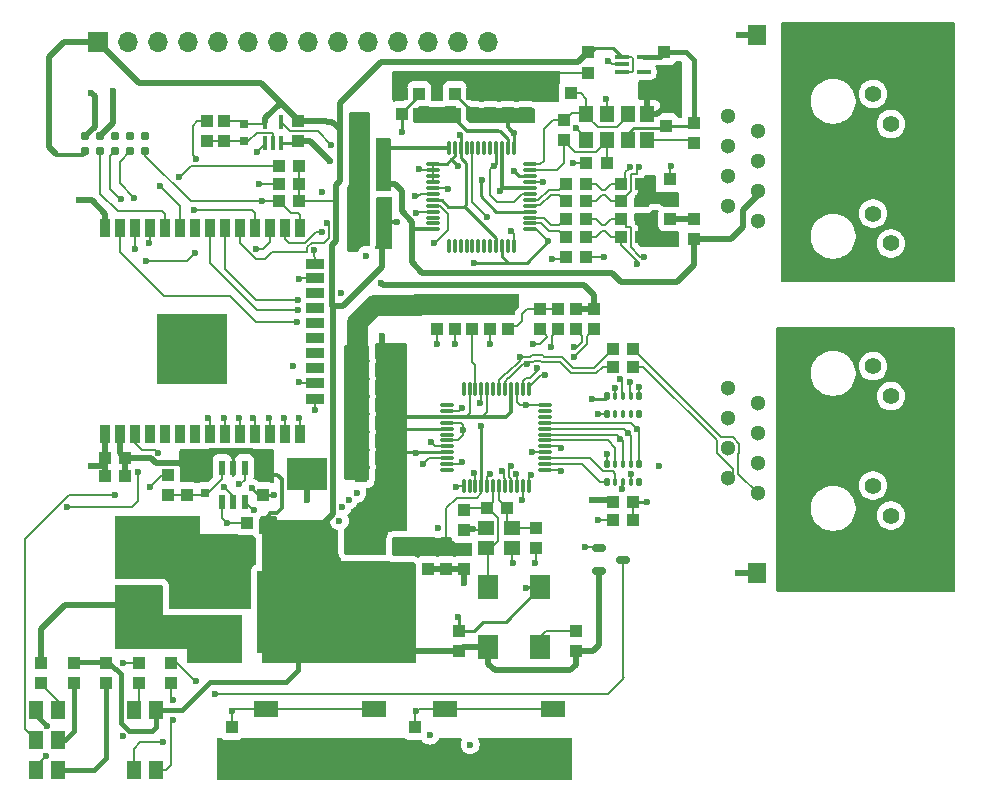
<source format=gbr>
%TF.GenerationSoftware,KiCad,Pcbnew,8.0.0*%
%TF.CreationDate,2024-03-18T14:57:49-04:00*%
%TF.ProjectId,Ethernet_Dev_Board,45746865-726e-4657-945f-4465765f426f,rev?*%
%TF.SameCoordinates,Original*%
%TF.FileFunction,Copper,L1,Top*%
%TF.FilePolarity,Positive*%
%FSLAX46Y46*%
G04 Gerber Fmt 4.6, Leading zero omitted, Abs format (unit mm)*
G04 Created by KiCad (PCBNEW 8.0.0) date 2024-03-18 14:57:49*
%MOMM*%
%LPD*%
G01*
G04 APERTURE LIST*
G04 Aperture macros list*
%AMRoundRect*
0 Rectangle with rounded corners*
0 $1 Rounding radius*
0 $2 $3 $4 $5 $6 $7 $8 $9 X,Y pos of 4 corners*
0 Add a 4 corners polygon primitive as box body*
4,1,4,$2,$3,$4,$5,$6,$7,$8,$9,$2,$3,0*
0 Add four circle primitives for the rounded corners*
1,1,$1+$1,$2,$3*
1,1,$1+$1,$4,$5*
1,1,$1+$1,$6,$7*
1,1,$1+$1,$8,$9*
0 Add four rect primitives between the rounded corners*
20,1,$1+$1,$2,$3,$4,$5,0*
20,1,$1+$1,$4,$5,$6,$7,0*
20,1,$1+$1,$6,$7,$8,$9,0*
20,1,$1+$1,$8,$9,$2,$3,0*%
G04 Aperture macros list end*
%TA.AperFunction,SMDPad,CuDef*%
%ADD10R,1.200000X1.400000*%
%TD*%
%TA.AperFunction,SMDPad,CuDef*%
%ADD11R,0.600000X1.300000*%
%TD*%
%TA.AperFunction,SMDPad,CuDef*%
%ADD12R,1.100000X1.000000*%
%TD*%
%TA.AperFunction,SMDPad,CuDef*%
%ADD13R,1.000000X1.100000*%
%TD*%
%TA.AperFunction,SMDPad,CuDef*%
%ADD14R,1.400000X1.200000*%
%TD*%
%TA.AperFunction,SMDPad,CuDef*%
%ADD15R,1.700000X2.100000*%
%TD*%
%TA.AperFunction,SMDPad,CuDef*%
%ADD16RoundRect,0.100700X-0.089300X-0.494300X0.089300X-0.494300X0.089300X0.494300X-0.089300X0.494300X0*%
%TD*%
%TA.AperFunction,SMDPad,CuDef*%
%ADD17RoundRect,0.100700X0.089300X0.494300X-0.089300X0.494300X-0.089300X-0.494300X0.089300X-0.494300X0*%
%TD*%
%TA.AperFunction,ComponentPad*%
%ADD18C,1.408000*%
%TD*%
%TA.AperFunction,ComponentPad*%
%ADD19C,1.300000*%
%TD*%
%TA.AperFunction,ComponentPad*%
%ADD20C,2.184000*%
%TD*%
%TA.AperFunction,SMDPad,CuDef*%
%ADD21R,0.700000X0.800000*%
%TD*%
%TA.AperFunction,SMDPad,CuDef*%
%ADD22R,1.600000X1.803000*%
%TD*%
%TA.AperFunction,SMDPad,CuDef*%
%ADD23R,3.000000X2.000000*%
%TD*%
%TA.AperFunction,SMDPad,CuDef*%
%ADD24R,7.000000X7.000000*%
%TD*%
%TA.AperFunction,ComponentPad*%
%ADD25R,1.700000X1.700000*%
%TD*%
%TA.AperFunction,ComponentPad*%
%ADD26O,1.700000X1.700000*%
%TD*%
%TA.AperFunction,SMDPad,CuDef*%
%ADD27R,3.500000X2.800000*%
%TD*%
%TA.AperFunction,SMDPad,CuDef*%
%ADD28R,0.900000X1.500000*%
%TD*%
%TA.AperFunction,SMDPad,CuDef*%
%ADD29R,1.500000X0.900000*%
%TD*%
%TA.AperFunction,SMDPad,CuDef*%
%ADD30R,6.000000X6.000000*%
%TD*%
%TA.AperFunction,SMDPad,CuDef*%
%ADD31RoundRect,0.130050X-0.124950X-0.174950X0.124950X-0.174950X0.124950X0.174950X-0.124950X0.174950X0*%
%TD*%
%TA.AperFunction,SMDPad,CuDef*%
%ADD32RoundRect,0.089250X-0.085750X-0.215750X0.085750X-0.215750X0.085750X0.215750X-0.085750X0.215750X0*%
%TD*%
%TA.AperFunction,SMDPad,CuDef*%
%ADD33RoundRect,0.130050X0.124950X0.174950X-0.124950X0.174950X-0.124950X-0.174950X0.124950X-0.174950X0*%
%TD*%
%TA.AperFunction,SMDPad,CuDef*%
%ADD34RoundRect,0.089250X0.085750X0.215750X-0.085750X0.215750X-0.085750X-0.215750X0.085750X-0.215750X0*%
%TD*%
%TA.AperFunction,SMDPad,CuDef*%
%ADD35RoundRect,0.070000X0.510000X-0.070000X0.510000X0.070000X-0.510000X0.070000X-0.510000X-0.070000X0*%
%TD*%
%TA.AperFunction,SMDPad,CuDef*%
%ADD36RoundRect,0.070000X0.070000X0.510000X-0.070000X0.510000X-0.070000X-0.510000X0.070000X-0.510000X0*%
%TD*%
%TA.AperFunction,SMDPad,CuDef*%
%ADD37RoundRect,0.070000X-0.510000X0.070000X-0.510000X-0.070000X0.510000X-0.070000X0.510000X0.070000X0*%
%TD*%
%TA.AperFunction,SMDPad,CuDef*%
%ADD38RoundRect,0.070000X-0.070000X-0.510000X0.070000X-0.510000X0.070000X0.510000X-0.070000X0.510000X0*%
%TD*%
%TA.AperFunction,SMDPad,CuDef*%
%ADD39RoundRect,0.100700X-0.494300X0.089300X-0.494300X-0.089300X0.494300X-0.089300X0.494300X0.089300X0*%
%TD*%
%TA.AperFunction,SMDPad,CuDef*%
%ADD40RoundRect,0.100700X0.494300X-0.089300X0.494300X0.089300X-0.494300X0.089300X-0.494300X-0.089300X0*%
%TD*%
%TA.AperFunction,SMDPad,CuDef*%
%ADD41R,1.300000X1.500000*%
%TD*%
%TA.AperFunction,ComponentPad*%
%ADD42R,2.550000X2.550000*%
%TD*%
%TA.AperFunction,ComponentPad*%
%ADD43C,2.550000*%
%TD*%
%TA.AperFunction,SMDPad,CuDef*%
%ADD44R,1.500000X1.300000*%
%TD*%
%TA.AperFunction,SMDPad,CuDef*%
%ADD45R,2.100000X1.400000*%
%TD*%
%TA.AperFunction,SMDPad,CuDef*%
%ADD46RoundRect,0.149450X-0.455550X0.155550X-0.455550X-0.155550X0.455550X-0.155550X0.455550X0.155550X0*%
%TD*%
%TA.AperFunction,SMDPad,CuDef*%
%ADD47RoundRect,0.149450X0.455550X-0.155550X0.455550X0.155550X-0.455550X0.155550X-0.455550X-0.155550X0*%
%TD*%
%TA.AperFunction,SMDPad,CuDef*%
%ADD48RoundRect,0.393500X0.000000X0.000000X0.000000X0.000000X0.000000X0.000000X0.000000X0.000000X0*%
%TD*%
%TA.AperFunction,ViaPad*%
%ADD49C,0.600000*%
%TD*%
%TA.AperFunction,Conductor*%
%ADD50C,0.200000*%
%TD*%
%TA.AperFunction,Conductor*%
%ADD51C,0.279400*%
%TD*%
%TA.AperFunction,Conductor*%
%ADD52C,0.381000*%
%TD*%
%TA.AperFunction,Conductor*%
%ADD53C,0.508000*%
%TD*%
%TA.AperFunction,Conductor*%
%ADD54C,1.778000*%
%TD*%
%TA.AperFunction,Conductor*%
%ADD55C,1.270000*%
%TD*%
%TA.AperFunction,Conductor*%
%ADD56C,1.016000*%
%TD*%
%TA.AperFunction,Conductor*%
%ADD57C,0.304800*%
%TD*%
G04 APERTURE END LIST*
D10*
%TO.P,XTAL301,1,1*%
%TO.N,XI2*%
X126150000Y-53650000D03*
%TO.P,XTAL301,2,CASE*%
%TO.N,GND1*%
X127850000Y-53650000D03*
X126150000Y-55850000D03*
%TO.P,XTAL301,3,3@1*%
%TO.N,XO2*%
X127850000Y-55850000D03*
%TD*%
D11*
%TO.P,U403,1,A*%
%TO.N,/ESP32/ESP_RST*%
X95300000Y-86450000D03*
%TO.P,U403,2,GND*%
%TO.N,GND1*%
X96250000Y-86450000D03*
%TO.P,U403,3,B*%
%TO.N,RST*%
X97200000Y-86450000D03*
%TO.P,U403,4,Y*%
%TO.N,EN*%
X97200000Y-83551000D03*
%TO.P,U403,5,VCC*%
%TO.N,+3.3V*%
X96250000Y-83550000D03*
%TO.P,U403,6,C*%
%TO.N,Net-(U403A-C)*%
X95300000Y-83551000D03*
%TD*%
D12*
%TO.P,R407,1,1*%
%TO.N,+3.3V*%
X101850000Y-58000000D03*
%TO.P,R407,2,2*%
%TO.N,RST*%
X100150000Y-58000000D03*
%TD*%
D13*
%TO.P,FB103,1,1*%
%TO.N,+3.3V*%
X108900000Y-61200000D03*
%TO.P,FB103,2,2*%
%TO.N,+3.3VA2*%
X108900000Y-59500000D03*
%TD*%
D12*
%TO.P,C118,1,1*%
%TO.N,+3.3VA2*%
X108850000Y-57948000D03*
%TO.P,C118,2,2*%
%TO.N,GND1*%
X107150000Y-57948000D03*
%TD*%
%TO.P,C116,1,1*%
%TO.N,+3.3VA2*%
X108850000Y-56500000D03*
%TO.P,C116,2,2*%
%TO.N,GND1*%
X107150000Y-56500000D03*
%TD*%
D14*
%TO.P,XTAL201,1,1*%
%TO.N,XI1*%
X117650000Y-90350000D03*
%TO.P,XTAL201,2,3@2*%
%TO.N,GND1*%
X117650000Y-88650000D03*
X119850000Y-90350000D03*
%TO.P,XTAL201,3,3@1*%
%TO.N,XO1*%
X119850000Y-88650000D03*
%TD*%
D15*
%TO.P,Y201,4,Vdd*%
%TO.N,+3.3V*%
X117850000Y-98750000D03*
%TO.P,Y201,3,CLK*%
%TO.N,XI1*%
X117850000Y-93670000D03*
%TO.P,Y201,2,GND*%
%TO.N,GND1*%
X122250000Y-93670000D03*
%TO.P,Y201,1,OE*%
%TO.N,Net-(Y201-OE)*%
X122250000Y-98750000D03*
%TD*%
D16*
%TO.P,U102,1,A*%
%TO.N,ETH_RST*%
X98950000Y-56080000D03*
%TO.P,U102,2,C*%
%TO.N,Net-(U102A-C)*%
X99600000Y-56080000D03*
%TO.P,U102,3,GND*%
%TO.N,GND1*%
X100250000Y-56080000D03*
D17*
%TO.P,U102,4,Y*%
%TO.N,ETH_EN*%
X100250000Y-54250000D03*
%TO.P,U102,5,VCC*%
%TO.N,+3.3V*%
X98950000Y-54250000D03*
%TD*%
D12*
%TO.P,R211,1,1*%
%TO.N,Net-(J201-CT)*%
X130100000Y-86500000D03*
%TO.P,R211,2,2*%
%TO.N,+3.3VA*%
X128400000Y-86500000D03*
%TD*%
D13*
%TO.P,R102,1,1*%
%TO.N,Net-(U102A-C)*%
X95500000Y-55930000D03*
%TO.P,R102,2,2*%
%TO.N,+3.3V*%
X95500000Y-54230000D03*
%TD*%
D18*
%TO.P,J301,L1,L1*%
%TO.N,unconnected-(J301-PadL1)*%
X150412000Y-51924000D03*
%TO.P,J301,L2,L2*%
%TO.N,unconnected-(J301-PadL2)*%
X151932000Y-54466000D03*
%TO.P,J301,L3,L3*%
%TO.N,unconnected-(J301-PadL3)*%
X150412000Y-62036000D03*
%TO.P,J301,L4,L4*%
%TO.N,unconnected-(J301-PadL4)*%
X151932000Y-64574000D03*
D19*
%TO.P,J301,R1,RD+*%
%TO.N,/W5100S_Dev/TX51_P*%
X140684000Y-62695000D03*
%TO.P,J301,R2,RD-*%
%TO.N,/W5100S_Dev/TX51_N*%
X138144000Y-61425000D03*
%TO.P,J301,R3,CT*%
%TO.N,+3.3VA2*%
X140684000Y-60155000D03*
%TO.P,J301,R4,R4*%
%TO.N,unconnected-(J301-PadR4)*%
X138144000Y-58885000D03*
%TO.P,J301,R5,R5*%
%TO.N,unconnected-(J301-PadR5)*%
X140684000Y-57615000D03*
%TO.P,J301,R6,R6*%
%TO.N,unconnected-(J301-PadR6)*%
X138144000Y-56345000D03*
%TO.P,J301,R7,TD+*%
%TO.N,/W5100S_Dev/RX51_P*%
X140684000Y-55075000D03*
%TO.P,J301,R8,TD-*%
%TO.N,/W5100S_Dev/RX51_N*%
X138144000Y-53805000D03*
D20*
%TO.P,J301,S1,CH*%
%TO.N,Net-(C306-Pad1)*%
X143984000Y-66125000D03*
%TO.P,J301,S2,CH*%
X143984000Y-50375000D03*
%TD*%
D18*
%TO.P,J201,L1,L1*%
%TO.N,unconnected-(J201-PadL1)*%
X150412000Y-74959000D03*
%TO.P,J201,L2,L2*%
%TO.N,unconnected-(J201-PadL2)*%
X151932000Y-77501000D03*
%TO.P,J201,L3,L3*%
%TO.N,unconnected-(J201-PadL3)*%
X150412000Y-85071000D03*
%TO.P,J201,L4,L4*%
%TO.N,unconnected-(J201-PadL4)*%
X151932000Y-87609000D03*
D19*
%TO.P,J201,R1,RD+*%
%TO.N,/W5500_Dev/RD+*%
X140684000Y-85730000D03*
%TO.P,J201,R2,RD-*%
%TO.N,/W5500_Dev/RD-*%
X138144000Y-84460000D03*
%TO.P,J201,R3,CT*%
%TO.N,Net-(J201-CT)*%
X140684000Y-83190000D03*
%TO.P,J201,R4,R4*%
%TO.N,unconnected-(J201-PadR4)*%
X138144000Y-81920000D03*
%TO.P,J201,R5,R5*%
%TO.N,unconnected-(J201-PadR5)*%
X140684000Y-80650000D03*
%TO.P,J201,R6,R6*%
%TO.N,unconnected-(J201-PadR6)*%
X138144000Y-79380000D03*
%TO.P,J201,R7,TD+*%
%TO.N,TX_P*%
X140684000Y-78110000D03*
%TO.P,J201,R8,TD-*%
%TO.N,TX_N*%
X138144000Y-76840000D03*
D20*
%TO.P,J201,S1,CH*%
%TO.N,Net-(C208-Pad1)*%
X143984000Y-89160000D03*
%TO.P,J201,S2,CH*%
X143984000Y-73410000D03*
%TD*%
D21*
%TO.P,D101,A,A*%
%TO.N,Net-(U102A-C)*%
X97125000Y-55915000D03*
%TO.P,D101,C,C*%
%TO.N,+3.3V*%
X97125000Y-54495000D03*
%TD*%
D13*
%TO.P,C308,1,1*%
%TO.N,+3.3VA2*%
X135250000Y-64200000D03*
%TO.P,C308,2,2*%
%TO.N,GND1*%
X135250000Y-62500000D03*
%TD*%
D22*
%TO.P,C306,1,1*%
%TO.N,Net-(C306-Pad1)*%
X143876000Y-46880000D03*
%TO.P,C306,2,2*%
%TO.N,GND1*%
X140624000Y-46880000D03*
%TD*%
%TO.P,C208,1,1*%
%TO.N,Net-(C208-Pad1)*%
X143876000Y-92500000D03*
%TO.P,C208,2,2*%
%TO.N,GND1*%
X140624000Y-92500000D03*
%TD*%
D12*
%TO.P,C205,1,1*%
%TO.N,Net-(J201-CT)*%
X130100000Y-88000000D03*
%TO.P,C205,2,2*%
%TO.N,GND1*%
X128400000Y-88000000D03*
%TD*%
D13*
%TO.P,C125,1,1*%
%TO.N,+3.3V*%
X101750000Y-54230000D03*
%TO.P,C125,2,2*%
%TO.N,GND1*%
X101750000Y-55930000D03*
%TD*%
%TO.P,C126,1,1*%
%TO.N,Net-(U102A-C)*%
X94000000Y-55930000D03*
%TO.P,C126,2,2*%
%TO.N,GND1*%
X94000000Y-54230000D03*
%TD*%
D12*
%TO.P,C113,1,1*%
%TO.N,+3.3V*%
X108850000Y-62750000D03*
%TO.P,C113,2,2*%
%TO.N,GND1*%
X107150000Y-62750000D03*
%TD*%
%TO.P,C109,1,1*%
%TO.N,+3.3V*%
X108850000Y-64250000D03*
%TO.P,C109,2,2*%
%TO.N,GND1*%
X107150000Y-64250000D03*
%TD*%
D13*
%TO.P,C305,1,1*%
%TO.N,+1.2VO*%
X113500000Y-53600000D03*
%TO.P,C305,2,2*%
%TO.N,GND1*%
X113500000Y-51900000D03*
%TD*%
D12*
%TO.P,C207,1,1*%
%TO.N,RX_N*%
X128400000Y-75000000D03*
%TO.P,C207,2,2*%
%TO.N,/W5500_Dev/RD-*%
X130100000Y-75000000D03*
%TD*%
D13*
%TO.P,C402,2,2*%
%TO.N,GND1*%
X90750000Y-84150000D03*
%TO.P,C402,1,1*%
%TO.N,Net-(U403A-C)*%
X90750000Y-85850000D03*
%TD*%
D12*
%TO.P,R306,1,1*%
%TO.N,Net-(C313-Pad1)*%
X130750000Y-59500000D03*
%TO.P,R306,2,2*%
%TO.N,/W5100S_Dev/RX51_P*%
X129050000Y-59500000D03*
%TD*%
D23*
%TO.P,U101,1,GND*%
%TO.N,GND1*%
X94650000Y-93459000D03*
%TO.P,U101,2,IN*%
%TO.N,+5V*%
X94650001Y-98064000D03*
D24*
%TO.P,U101,CASE,OUT*%
%TO.N,+3.3V*%
X101750000Y-95750000D03*
%TD*%
D13*
%TO.P,R203,1,1*%
%TO.N,Net-(LED201-PadA)*%
X91000000Y-101750000D03*
%TO.P,R203,2,2*%
%TO.N,Net-(Q201-D)*%
X91000000Y-100050000D03*
%TD*%
%TO.P,R406,1,1*%
%TO.N,Net-(LED402-PadA)*%
X85500000Y-101750000D03*
%TO.P,R406,2,2*%
%TO.N,+3.3V*%
X85500000Y-100050000D03*
%TD*%
%TO.P,C310,1,1*%
%TO.N,Net-(C310-Pad1)*%
X133250000Y-64200000D03*
%TO.P,C310,2,2*%
%TO.N,GND1*%
X133250000Y-62500000D03*
%TD*%
%TO.P,R204,1,1*%
%TO.N,GND1*%
X116500000Y-70150000D03*
%TO.P,R204,2,2*%
%TO.N,Net-(U201A-EXRES1)*%
X116500000Y-71850000D03*
%TD*%
%TO.P,C115,1,1*%
%TO.N,+3.3VD*%
X115750000Y-90400000D03*
%TO.P,C115,2,2*%
%TO.N,GND1*%
X115750000Y-92100000D03*
%TD*%
D12*
%TO.P,C119,1,1*%
%TO.N,+3.3VA*%
X108800000Y-78250000D03*
%TO.P,C119,2,2*%
%TO.N,GND1*%
X107100000Y-78250000D03*
%TD*%
D25*
%TO.P,J402,1,1*%
%TO.N,+3.3V*%
X84790000Y-47500000D03*
D26*
%TO.P,J402,2,2*%
%TO.N,IO32*%
X87330000Y-47500000D03*
%TO.P,J402,3,3*%
%TO.N,IO33*%
X89870000Y-47500000D03*
%TO.P,J402,4,4*%
%TO.N,IO25*%
X92410000Y-47500000D03*
%TO.P,J402,5,5*%
%TO.N,IO26*%
X94950000Y-47500000D03*
%TO.P,J402,6,6*%
%TO.N,IO27*%
X97490000Y-47500000D03*
%TO.P,J402,7,7*%
%TO.N,IO14*%
X100030000Y-47500000D03*
%TO.P,J402,8,8*%
%TO.N,IO12*%
X102570000Y-47500000D03*
%TO.P,J402,9,9*%
%TO.N,IO3*%
X105110000Y-47500000D03*
%TO.P,J402,10,10*%
%TO.N,IO15*%
X107650000Y-47500000D03*
%TO.P,J402,11,11*%
%TO.N,IO2*%
X110190000Y-47500000D03*
%TO.P,J402,12,12*%
%TO.N,IO5*%
X112730000Y-47500000D03*
%TO.P,J402,13,13*%
%TO.N,GND1*%
X115270000Y-47500000D03*
%TO.P,J402,14,14*%
X117810000Y-47500000D03*
%TD*%
D27*
%TO.P,TVS101,A,1*%
%TO.N,GND1*%
X102500000Y-84050000D03*
%TO.P,TVS101,C,2*%
%TO.N,+3.3V*%
X102500000Y-89450000D03*
%TD*%
D28*
%TO.P,U402,1,GND*%
%TO.N,GND1*%
X85390000Y-80740000D03*
%TO.P,U402,2,3V3*%
%TO.N,+3.3V*%
X86660000Y-80740000D03*
%TO.P,U402,3,EN*%
%TO.N,EN*%
X87930000Y-80740000D03*
%TO.P,U402,4,SENSOR_VP*%
%TO.N,unconnected-(U402-SENSOR_VP-Pad4)*%
X89200000Y-80740000D03*
%TO.P,U402,5,SENSOR_VN*%
%TO.N,unconnected-(U402-SENSOR_VN-Pad5)*%
X90470000Y-80740000D03*
%TO.P,U402,6,IO34*%
%TO.N,unconnected-(U402-IO34-Pad6)*%
X91740000Y-80740000D03*
%TO.P,U402,7,IO35*%
%TO.N,unconnected-(U402-IO35-Pad7)*%
X93010000Y-80740000D03*
%TO.P,U402,8,IO32*%
%TO.N,IO32*%
X94280000Y-80740000D03*
%TO.P,U402,9,IO33*%
%TO.N,IO33*%
X95550000Y-80740000D03*
%TO.P,U402,10,IO25*%
%TO.N,IO25*%
X96820000Y-80740000D03*
%TO.P,U402,11,IO26*%
%TO.N,IO26*%
X98090000Y-80740000D03*
%TO.P,U402,12,IO27*%
%TO.N,IO27*%
X99360000Y-80740000D03*
%TO.P,U402,13,IO14*%
%TO.N,IO14*%
X100630000Y-80740000D03*
%TO.P,U402,14,IO12*%
%TO.N,IO12*%
X101900000Y-80740000D03*
D29*
%TO.P,U402,15,GND@2*%
%TO.N,GND1*%
X103150000Y-77705000D03*
%TO.P,U402,16,IO13*%
%TO.N,IO3*%
X103150000Y-76425000D03*
%TO.P,U402,17,NC@1*%
%TO.N,unconnected-(U402-NC@1-Pad17)*%
X103150000Y-75155000D03*
%TO.P,U402,18,NC@2*%
%TO.N,unconnected-(U402-NC@2-Pad18)*%
X103150000Y-73885000D03*
%TO.P,U402,19,NC@3*%
%TO.N,unconnected-(U402-NC@3-Pad19)*%
X103150000Y-72615000D03*
%TO.P,U402,20,NC@4*%
%TO.N,unconnected-(U402-NC@4-Pad20)*%
X103150000Y-71345000D03*
%TO.P,U402,21,NC@5*%
%TO.N,unconnected-(U402-NC@5-Pad21)*%
X103150000Y-70075000D03*
%TO.P,U402,22,NC@6*%
%TO.N,unconnected-(U402-NC@6-Pad22)*%
X103150000Y-68805000D03*
%TO.P,U402,23,IO15*%
%TO.N,IO15*%
X103150000Y-67535000D03*
%TO.P,U402,24,IO2*%
%TO.N,IO2*%
X103150000Y-66274000D03*
D28*
%TO.P,U402,25,IO0*%
%TO.N,IO0*%
X101900000Y-63240000D03*
%TO.P,U402,26,IO4*%
%TO.N,SS*%
X100630000Y-63240000D03*
%TO.P,U402,27,IO16*%
%TO.N,Net-(U402-IO16)*%
X99360000Y-63240000D03*
%TO.P,U402,28,IO17*%
%TO.N,Net-(U402-IO17)*%
X98090000Y-63240000D03*
%TO.P,U402,29,IO5*%
%TO.N,IO5*%
X96820000Y-63240000D03*
%TO.P,U402,30,IO18*%
%TO.N,SCK*%
X95550000Y-63240000D03*
%TO.P,U402,31,IO19*%
%TO.N,MISO*%
X94280000Y-63240000D03*
%TO.P,U402,32,NC@7*%
%TO.N,unconnected-(U402-NC@7-Pad32)*%
X93010000Y-63240000D03*
%TO.P,U402,33,IO21*%
%TO.N,ETH_RST*%
X91740000Y-63240000D03*
%TO.P,U402,34,RXD0*%
%TO.N,RX*%
X90470000Y-63240000D03*
%TO.P,U402,35,TXD0*%
%TO.N,TX*%
X89200000Y-63240000D03*
%TO.P,U402,36,IO22*%
%TO.N,Net-(U402-IO22)*%
X87930000Y-63240000D03*
%TO.P,U402,37,IO23*%
%TO.N,MOSI*%
X86660000Y-63240000D03*
%TO.P,U402,38,GND@1*%
%TO.N,GND1*%
X85390000Y-63240000D03*
D30*
%TO.P,U402,39,GND*%
X92730000Y-73490000D03*
%TD*%
D13*
%TO.P,R405,1,1*%
%TO.N,Net-(LED401-PadA)*%
X82750000Y-101750000D03*
%TO.P,R405,2,2*%
%TO.N,+3.3V*%
X82750000Y-100050000D03*
%TD*%
%TO.P,R209,1,1*%
%TO.N,Net-(C203-Pad1)*%
X122250000Y-70150000D03*
%TO.P,R209,2,2*%
%TO.N,RX_P*%
X122250000Y-71850000D03*
%TD*%
D12*
%TO.P,C404,1,1*%
%TO.N,+3.3V*%
X87100000Y-84250000D03*
%TO.P,C404,2,2*%
%TO.N,GND1*%
X85400000Y-84250000D03*
%TD*%
D31*
%TO.P,R202,1,2*%
%TO.N,Net-(R202-2)*%
X127890000Y-84760000D03*
D32*
%TO.P,R202,2,3*%
%TO.N,Net-(R202-3)*%
X128610000Y-84760000D03*
%TO.P,R202,3,4*%
%TO.N,Net-(R202-4)*%
X129250000Y-84760000D03*
%TO.P,R202,4,5*%
%TO.N,Net-(R202-5)*%
X129890000Y-84760000D03*
D31*
%TO.P,R202,5,1@1*%
%TO.N,unconnected-(R202-1@1-Pad5)*%
X130610000Y-84760000D03*
D33*
%TO.P,R202,6,6*%
%TO.N,Net-(R205-2)*%
X130610000Y-83240000D03*
D34*
%TO.P,R202,7,7*%
%TO.N,Net-(R205-3)*%
X129890000Y-83240000D03*
%TO.P,R202,8,8*%
%TO.N,Net-(R205-4)*%
X129250000Y-83240000D03*
%TO.P,R202,9,9*%
%TO.N,Net-(U201D-RSVD@5)*%
X128610000Y-83240000D03*
D33*
%TO.P,R202,10,1@2*%
%TO.N,GND1*%
X127890000Y-83240000D03*
%TD*%
D12*
%TO.P,R403,1,1*%
%TO.N,+3.3V*%
X101850000Y-61000000D03*
%TO.P,R403,2,2*%
%TO.N,IO0*%
X100150000Y-61000000D03*
%TD*%
D35*
%TO.P,U301,1,GNDA*%
%TO.N,GND1*%
X121380000Y-63380000D03*
%TO.P,U301,2,TXON*%
%TO.N,/W5100S_Dev/TXO_N*%
X121380000Y-62880000D03*
%TO.P,U301,3,TXOP*%
%TO.N,/W5100S_Dev/TXO_P*%
X121380000Y-62380000D03*
%TO.P,U301,4,1V2A*%
%TO.N,+1.2VA*%
X121380000Y-61880000D03*
%TO.P,U301,5,RXIN*%
%TO.N,/W5100S_Dev/RXI_N*%
X121380000Y-61380000D03*
%TO.P,U301,6,RXIP*%
%TO.N,/W5100S_Dev/RXI_P*%
X121380000Y-60880000D03*
%TO.P,U301,7,GNDA*%
%TO.N,GND1*%
X121380000Y-60380000D03*
%TO.P,U301,8,3V3A*%
%TO.N,+3.3V*%
X121380000Y-59880000D03*
%TO.P,U301,9,RSET_BG*%
%TO.N,Net-(U301-RSET_BG)*%
X121380000Y-59380000D03*
%TO.P,U301,10,GND*%
%TO.N,GND1*%
X121380000Y-58880000D03*
%TO.P,U301,11,XSCO*%
%TO.N,XO2*%
X121380000Y-58380000D03*
%TO.P,U301,12,XSCI*%
%TO.N,XI2*%
X121380000Y-57880000D03*
D36*
%TO.P,U301,13,1V2D*%
%TO.N,+1.2VD*%
X120000000Y-56500000D03*
%TO.P,U301,14,1V2O*%
%TO.N,+1.2VO*%
X119500000Y-56500000D03*
%TO.P,U301,15,3V3A*%
%TO.N,+3.3V*%
X119000000Y-56500000D03*
%TO.P,U301,16,GNDA*%
%TO.N,GND1*%
X118500000Y-56500000D03*
%TO.P,U301,17,LNKn*%
%TO.N,unconnected-(U301-LNKn-Pad17)*%
X118000000Y-56500000D03*
%TO.P,U301,18,SPDn*%
%TO.N,unconnected-(U301-SPDn-Pad18)*%
X117500000Y-56500000D03*
%TO.P,U301,19,DPXn*%
%TO.N,unconnected-(U301-DPXn-Pad19)*%
X117000000Y-56500000D03*
%TO.P,U301,20,ACTn*%
%TO.N,Net-(U301-ACTn)*%
X116500000Y-56500000D03*
%TO.P,U301,21,COLn*%
%TO.N,unconnected-(U301-COLn-Pad21)*%
X116000000Y-56500000D03*
%TO.P,U301,22,1V2D*%
%TO.N,+1.2VD*%
X115500000Y-56500000D03*
%TO.P,U301,23,GND*%
%TO.N,GND1*%
X115000000Y-56500000D03*
%TO.P,U301,24,3V3D*%
%TO.N,+3.3VA2*%
X114500000Y-56500000D03*
D37*
%TO.P,U301,25,MOD[0]*%
%TO.N,GND1*%
X113120000Y-57880000D03*
%TO.P,U301,26,MOD[1]*%
X113120000Y-58380000D03*
%TO.P,U301,27,MOD[2]*%
X113120000Y-58880000D03*
%TO.P,U301,28,MOD[3]*%
X113120000Y-59380000D03*
%TO.P,U301,29,CSn*%
%TO.N,SS*%
X113120000Y-59880000D03*
%TO.P,U301,30,SCLK*%
%TO.N,SCK*%
X113120000Y-60380000D03*
%TO.P,U301,31,1V2D*%
%TO.N,+1.2VD*%
X113120000Y-60880000D03*
%TO.P,U301,32,MOSI*%
%TO.N,MOSI*%
X113120000Y-61380000D03*
%TO.P,U301,33,MISO*%
%TO.N,MISO*%
X113120000Y-61880000D03*
%TO.P,U301,34,RDn*%
%TO.N,unconnected-(U301-RDn-Pad34)*%
X113120000Y-62380000D03*
%TO.P,U301,35,WRn*%
%TO.N,unconnected-(U301-WRn-Pad35)*%
X113120000Y-62880000D03*
%TO.P,U301,36,3V3D*%
%TO.N,+3.3VA2*%
X113120000Y-63380000D03*
D38*
%TO.P,U301,37,DATA0*%
%TO.N,unconnected-(U301-DATA0-Pad37)*%
X114500000Y-64760000D03*
%TO.P,U301,38,DATA1*%
%TO.N,unconnected-(U301-DATA1-Pad38)*%
X115000000Y-64760000D03*
%TO.P,U301,39,DATA2*%
%TO.N,unconnected-(U301-DATA2-Pad39)*%
X115500000Y-64760000D03*
%TO.P,U301,40,DATA3*%
%TO.N,unconnected-(U301-DATA3-Pad40)*%
X116000000Y-64760000D03*
%TO.P,U301,41,DATA4*%
%TO.N,unconnected-(U301-DATA4-Pad41)*%
X116500000Y-64760000D03*
%TO.P,U301,42,DATA5*%
%TO.N,unconnected-(U301-DATA5-Pad42)*%
X117000000Y-64760000D03*
%TO.P,U301,43,DATA6*%
%TO.N,unconnected-(U301-DATA6-Pad43)*%
X117500000Y-64760000D03*
%TO.P,U301,44,DATA7*%
%TO.N,unconnected-(U301-DATA7-Pad44)*%
X118000000Y-64760000D03*
%TO.P,U301,45,1V2D*%
%TO.N,+1.2VD*%
X118500000Y-64760000D03*
%TO.P,U301,46,GND*%
%TO.N,GND1*%
X119000000Y-64760000D03*
%TO.P,U301,47,INTn*%
%TO.N,unconnected-(U301-INTn-Pad47)*%
X119500000Y-64760000D03*
%TO.P,U301,48,RSTn*%
%TO.N,ETH_EN*%
X120000000Y-64760000D03*
%TD*%
D13*
%TO.P,C406,1,1*%
%TO.N,+3.3V*%
X98750000Y-84150000D03*
%TO.P,C406,2,2*%
%TO.N,GND1*%
X98750000Y-85850000D03*
%TD*%
%TO.P,C309,2,2*%
%TO.N,GND1*%
X118000000Y-51900000D03*
%TO.P,C309,1,1*%
%TO.N,+1.2VD*%
X118000000Y-53600000D03*
%TD*%
D12*
%TO.P,C304,1,1*%
%TO.N,XI2*%
X124850000Y-51850000D03*
%TO.P,C304,2,2*%
%TO.N,GND1*%
X123150000Y-51850000D03*
%TD*%
%TO.P,R309,1,1*%
%TO.N,/W5100S_Dev/RX51_N*%
X126100000Y-61000000D03*
%TO.P,R309,2,2*%
%TO.N,/W5100S_Dev/RXI_N*%
X124400000Y-61000000D03*
%TD*%
%TO.P,C107,1,1*%
%TO.N,+3.3VA*%
X108800000Y-84250000D03*
%TO.P,C107,2,2*%
%TO.N,GND1*%
X107100000Y-84250000D03*
%TD*%
D13*
%TO.P,C210,1,1*%
%TO.N,XI1*%
X115750000Y-87150000D03*
%TO.P,C210,2,2*%
%TO.N,GND1*%
X115750000Y-88850000D03*
%TD*%
%TO.P,R210,1,1*%
%TO.N,+3.3V*%
X125250000Y-99100000D03*
%TO.P,R210,2,2*%
%TO.N,Net-(Y201-OE)*%
X125250000Y-97400000D03*
%TD*%
D12*
%TO.P,R308,1,1*%
%TO.N,/W5100S_Dev/TX51_P*%
X126100000Y-62500000D03*
%TO.P,R308,2,2*%
%TO.N,/W5100S_Dev/TXO_P*%
X124400000Y-62500000D03*
%TD*%
D13*
%TO.P,FB302,1,1*%
%TO.N,+1.2VO*%
X115000000Y-53600000D03*
%TO.P,FB302,2,2*%
%TO.N,+1.2VD*%
X115000000Y-51900000D03*
%TD*%
D12*
%TO.P,R311,1,1*%
%TO.N,GND1*%
X126100000Y-65750000D03*
%TO.P,R311,2,2*%
%TO.N,Net-(U301-RSET_BG)*%
X124400000Y-65750000D03*
%TD*%
%TO.P,R310,1,1*%
%TO.N,/W5100S_Dev/RX51_P*%
X126100000Y-59500000D03*
%TO.P,R310,2,2*%
%TO.N,/W5100S_Dev/RXI_P*%
X124400000Y-59500000D03*
%TD*%
D13*
%TO.P,R101,1,1*%
%TO.N,Net-(LED101-PadA)*%
X80000000Y-101750000D03*
%TO.P,R101,2,2*%
%TO.N,+5V*%
X80000000Y-100050000D03*
%TD*%
%TO.P,C209,1,1*%
%TO.N,XO1*%
X121850000Y-88650000D03*
%TO.P,C209,2,2*%
%TO.N,GND1*%
X121850000Y-90350000D03*
%TD*%
%TO.P,C405,1,1*%
%TO.N,IO0*%
X111640000Y-105530000D03*
%TO.P,C405,2,2*%
%TO.N,GND1*%
X111640000Y-107230000D03*
%TD*%
D36*
%TO.P,U201,1,TXN*%
%TO.N,TX_N*%
X121250000Y-76870000D03*
%TO.P,U201,2,TXP*%
%TO.N,TX_P*%
X120750000Y-76870000D03*
%TO.P,U201,3,AGND@1*%
%TO.N,GND1*%
X120250000Y-76870000D03*
%TO.P,U201,4,AVDD@1*%
%TO.N,+3.3VA*%
X119750000Y-76870000D03*
%TO.P,U201,5,RXN*%
%TO.N,RX_N*%
X119250000Y-76870000D03*
%TO.P,U201,6,RXP*%
%TO.N,RX_P*%
X118750000Y-76870000D03*
%TO.P,U201,7,NC@1*%
%TO.N,unconnected-(U201A-NC@1-Pad7)*%
X118250000Y-76870000D03*
%TO.P,U201,8,AVDD@2*%
%TO.N,+3.3VA*%
X117750000Y-76870000D03*
%TO.P,U201,9,AGND@2*%
%TO.N,GND1*%
X117250000Y-76870000D03*
%TO.P,U201,10,EXRES1*%
%TO.N,Net-(U201A-EXRES1)*%
X116750000Y-76870000D03*
%TO.P,U201,11,AVDD@3*%
%TO.N,+3.3VA*%
X116250000Y-76870000D03*
%TO.P,U201,12,NC@2*%
%TO.N,unconnected-(U201A-NC@2-Pad12)*%
X115750000Y-76870000D03*
D37*
%TO.P,U201,13,NC*%
%TO.N,unconnected-(U201B-NC-Pad13)*%
X114370000Y-78250000D03*
%TO.P,U201,14,AGND@1*%
%TO.N,GND1*%
X114370000Y-78750000D03*
%TO.P,U201,15,AVDD@1*%
%TO.N,+3.3VA*%
X114370000Y-79250000D03*
%TO.P,U201,16,AGND@2*%
%TO.N,GND1*%
X114370000Y-79750000D03*
%TO.P,U201,17,AVDD@2*%
%TO.N,+3.3VA*%
X114370000Y-80250000D03*
%TO.P,U201,18,VBG*%
%TO.N,unconnected-(U201B-VBG-Pad18)*%
X114370000Y-80750000D03*
%TO.P,U201,19,AGND@3*%
%TO.N,GND1*%
X114370000Y-81250000D03*
%TO.P,U201,20,TOCAP*%
%TO.N,Net-(U201B-TOCAP)*%
X114370000Y-81750000D03*
%TO.P,U201,21,AVDD@3*%
%TO.N,+3.3VA*%
X114370000Y-82250000D03*
%TO.P,U201,22,1V20*%
%TO.N,Net-(U201B-1V20)*%
X114370000Y-82750000D03*
%TO.P,U201,23,RSVD*%
%TO.N,Net-(U201B-RSVD)*%
X114370000Y-83250000D03*
%TO.P,U201,24,SPDLED*%
%TO.N,unconnected-(U201B-SPDLED-Pad24)*%
X114370000Y-83750000D03*
D38*
%TO.P,U201,25,LINKED*%
%TO.N,Net-(Q201-G)*%
X115750000Y-85130000D03*
%TO.P,U201,26,DUPLED*%
%TO.N,unconnected-(U201C-DUPLED-Pad26)*%
X116250000Y-85130000D03*
%TO.P,U201,27,ACTLED*%
%TO.N,Net-(U201C-ACTLED)*%
X116750000Y-85130000D03*
%TO.P,U201,28,VDD*%
%TO.N,+3.3VD*%
X117250000Y-85130000D03*
%TO.P,U201,29,GND*%
%TO.N,GND1*%
X117750000Y-85130000D03*
%TO.P,U201,30,CLKIN*%
%TO.N,XI1*%
X118250000Y-85130000D03*
%TO.P,U201,31,XO*%
%TO.N,XO1*%
X118750000Y-85130000D03*
%TO.P,U201,32,SCSn*%
%TO.N,SS*%
X119250000Y-85130000D03*
%TO.P,U201,33,SCLK*%
%TO.N,SCK*%
X119750000Y-85130000D03*
%TO.P,U201,34,MISO*%
%TO.N,MISO*%
X120250000Y-85130000D03*
%TO.P,U201,35,MOSI*%
%TO.N,MOSI*%
X120750000Y-85130000D03*
%TO.P,U201,36,INTn*%
%TO.N,INT*%
X121250000Y-85130000D03*
D35*
%TO.P,U201,37,RSTn*%
%TO.N,ETH_EN*%
X122630000Y-83750000D03*
%TO.P,U201,38,RSVD@1*%
%TO.N,Net-(R202-2)*%
X122630000Y-83250000D03*
%TO.P,U201,39,RSVD@2*%
%TO.N,Net-(R202-3)*%
X122630000Y-82750000D03*
%TO.P,U201,40,RSVD@3*%
%TO.N,Net-(R202-4)*%
X122630000Y-82250000D03*
%TO.P,U201,41,RSVD@4*%
%TO.N,Net-(R202-5)*%
X122630000Y-81750000D03*
%TO.P,U201,42,RSVD@5*%
%TO.N,Net-(U201D-RSVD@5)*%
X122630000Y-81250000D03*
%TO.P,U201,43,PMODE2*%
%TO.N,Net-(R205-4)*%
X122630000Y-80750000D03*
%TO.P,U201,44,PMODE1*%
%TO.N,Net-(R205-3)*%
X122630000Y-80250000D03*
%TO.P,U201,45,PMODE0*%
%TO.N,Net-(R205-2)*%
X122630000Y-79750000D03*
%TO.P,U201,46,NC@1*%
%TO.N,unconnected-(U201D-NC@1-Pad46)*%
X122630000Y-79250000D03*
%TO.P,U201,47,NC@2*%
%TO.N,unconnected-(U201D-NC@2-Pad47)*%
X122630000Y-78750000D03*
%TO.P,U201,48,AGND*%
%TO.N,GND1*%
X122630000Y-78250000D03*
%TD*%
D12*
%TO.P,R212,1,1*%
%TO.N,XI1*%
X117750000Y-87000000D03*
%TO.P,R212,2,2*%
%TO.N,XO1*%
X119450000Y-87000000D03*
%TD*%
D13*
%TO.P,C203,1,1*%
%TO.N,Net-(C203-Pad1)*%
X119500000Y-71850000D03*
%TO.P,C203,2,2*%
%TO.N,GND1*%
X119500000Y-70150000D03*
%TD*%
D12*
%TO.P,C111,1,1*%
%TO.N,+3.3VA*%
X108800000Y-82750000D03*
%TO.P,C111,2,2*%
%TO.N,GND1*%
X107100000Y-82750000D03*
%TD*%
D39*
%TO.P,U103,1,IN*%
%TO.N,+3.3V*%
X129170000Y-48750000D03*
%TO.P,U103,2,GND*%
%TO.N,GND1*%
X129170000Y-49400000D03*
%TO.P,U103,3,OE*%
%TO.N,+3.3V*%
X129170000Y-50050000D03*
D40*
%TO.P,U103,4,NC*%
%TO.N,unconnected-(U103-NC-Pad4)*%
X131000000Y-50050000D03*
%TO.P,U103,5,OUT*%
%TO.N,+1.2V*%
X131000000Y-48750000D03*
%TD*%
D12*
%TO.P,C114,1,1*%
%TO.N,+3.3VA*%
X108800000Y-81250000D03*
%TO.P,C114,2,2*%
%TO.N,GND1*%
X107100000Y-81250000D03*
%TD*%
%TO.P,R305,1,1*%
%TO.N,Net-(C313-Pad1)*%
X130750000Y-61000000D03*
%TO.P,R305,2,2*%
%TO.N,/W5100S_Dev/RX51_N*%
X129050000Y-61000000D03*
%TD*%
D13*
%TO.P,C201,1,1*%
%TO.N,Net-(U201B-TOCAP)*%
X115000000Y-71850000D03*
%TO.P,C201,2,2*%
%TO.N,GND1*%
X115000000Y-70150000D03*
%TD*%
%TO.P,R207,1,1*%
%TO.N,+3.3VA*%
X125250000Y-70150000D03*
%TO.P,R207,2,2*%
%TO.N,TX_P*%
X125250000Y-71850000D03*
%TD*%
%TO.P,C202,1,1*%
%TO.N,Net-(U201B-1V20)*%
X113500000Y-71850000D03*
%TO.P,C202,2,2*%
%TO.N,GND1*%
X113500000Y-70150000D03*
%TD*%
%TO.P,C312,1,1*%
%TO.N,+1.2VD*%
X121000000Y-53600000D03*
%TO.P,C312,2,2*%
%TO.N,GND1*%
X121000000Y-51900000D03*
%TD*%
D41*
%TO.P,LED401,A,A*%
%TO.N,Net-(LED401-PadA)*%
X81440000Y-106640000D03*
%TO.P,LED401,C,C*%
%TO.N,Net-(U402-IO22)*%
X79560000Y-106640000D03*
%TD*%
D42*
%TO.P,J101,1,1*%
%TO.N,+5V*%
X87970000Y-95210000D03*
D43*
%TO.P,J101,2,2*%
%TO.N,GND1*%
X87970000Y-90130000D03*
%TD*%
D12*
%TO.P,R303,1,1*%
%TO.N,Net-(C310-Pad1)*%
X130750000Y-64000000D03*
%TO.P,R303,2,2*%
%TO.N,/W5100S_Dev/TX51_N*%
X129050000Y-64000000D03*
%TD*%
D21*
%TO.P,D401,A,A*%
%TO.N,Net-(U403A-C)*%
X93850000Y-85710000D03*
%TO.P,D401,C,C*%
%TO.N,+3.3V*%
X93850000Y-84290000D03*
%TD*%
D13*
%TO.P,R312,1,1*%
%TO.N,Net-(LED301-PadC)*%
X88250000Y-101750000D03*
%TO.P,R312,2,2*%
%TO.N,Net-(U301-ACTn)*%
X88250000Y-100050000D03*
%TD*%
D41*
%TO.P,LED301,A,A*%
%TO.N,+3.3V*%
X89690000Y-104100000D03*
%TO.P,LED301,C,C*%
%TO.N,Net-(LED301-PadC)*%
X87810000Y-104100000D03*
%TD*%
D12*
%TO.P,R402,1,1*%
%TO.N,+3.3V*%
X99100000Y-88250000D03*
%TO.P,R402,2,2*%
%TO.N,/ESP32/ESP_RST*%
X97400000Y-88250000D03*
%TD*%
%TO.P,C206,1,1*%
%TO.N,RX_P*%
X128400000Y-73500000D03*
%TO.P,C206,2,2*%
%TO.N,/W5500_Dev/RD+*%
X130100000Y-73500000D03*
%TD*%
D10*
%TO.P,Y301,1,OE*%
%TO.N,Net-(Y301-OE)*%
X131300000Y-55850000D03*
%TO.P,Y301,2,GND*%
%TO.N,GND1*%
X131300000Y-53650000D03*
%TO.P,Y301,3,CLK*%
%TO.N,XI2*%
X129700000Y-53650000D03*
%TO.P,Y301,4,Vdd*%
%TO.N,+1.2V*%
X129700000Y-55850000D03*
%TD*%
D13*
%TO.P,R201,1,1*%
%TO.N,Net-(U201B-RSVD)*%
X118000000Y-71850000D03*
%TO.P,R201,2,2*%
%TO.N,GND1*%
X118000000Y-70150000D03*
%TD*%
D44*
%TO.P,FB101,1,1*%
%TO.N,+3.3V*%
X108000000Y-92200000D03*
%TO.P,FB101,2,2*%
%TO.N,+3.3VA*%
X108000000Y-90300000D03*
%TD*%
D13*
%TO.P,C302,1,1*%
%TO.N,+1.2VA*%
X110500000Y-53600000D03*
%TO.P,C302,2,2*%
%TO.N,GND1*%
X110500000Y-51900000D03*
%TD*%
%TO.P,R302,1,1*%
%TO.N,XI2*%
X124250000Y-54150000D03*
%TO.P,R302,2,2*%
%TO.N,XO2*%
X124250000Y-55850000D03*
%TD*%
D45*
%TO.P,S402,1,2*%
%TO.N,IO0*%
X114200000Y-104000000D03*
%TO.P,S402,2,1*%
%TO.N,GND1*%
X114200000Y-108500000D03*
%TO.P,S402,3,2*%
%TO.N,IO0*%
X123300000Y-104000000D03*
%TO.P,S402,4,1*%
%TO.N,GND1*%
X123300000Y-108500000D03*
%TD*%
D13*
%TO.P,C101,1,1*%
%TO.N,+5V*%
X92000000Y-96600000D03*
%TO.P,C101,2,2*%
%TO.N,GND1*%
X92000000Y-94900000D03*
%TD*%
%TO.P,R206,1,1*%
%TO.N,+3.3VA*%
X126750000Y-70150000D03*
%TO.P,R206,2,2*%
%TO.N,TX_N*%
X126750000Y-71850000D03*
%TD*%
D12*
%TO.P,R307,1,1*%
%TO.N,/W5100S_Dev/TX51_N*%
X126100000Y-64000000D03*
%TO.P,R307,2,2*%
%TO.N,/W5100S_Dev/TXO_N*%
X124400000Y-64000000D03*
%TD*%
D13*
%TO.P,R301,1,1*%
%TO.N,+1.2V*%
X135250000Y-54400000D03*
%TO.P,R301,2,2*%
%TO.N,Net-(Y301-OE)*%
X135250000Y-56100000D03*
%TD*%
D12*
%TO.P,C117,1,1*%
%TO.N,+3.3VA*%
X108800000Y-79750000D03*
%TO.P,C117,2,2*%
%TO.N,GND1*%
X107100000Y-79750000D03*
%TD*%
D13*
%TO.P,C313,1,1*%
%TO.N,Net-(C313-Pad1)*%
X133250000Y-60850000D03*
%TO.P,C313,2,2*%
%TO.N,GND1*%
X133250000Y-59150000D03*
%TD*%
D46*
%TO.P,Q201,1,G*%
%TO.N,Net-(Q201-G)*%
X127245000Y-90385000D03*
%TO.P,Q201,2,S*%
%TO.N,+3.3V*%
X127245000Y-92285000D03*
D47*
%TO.P,Q201,3,D*%
%TO.N,Net-(Q201-D)*%
X129255000Y-91335000D03*
%TD*%
D41*
%TO.P,LED201,A,A*%
%TO.N,Net-(LED201-PadA)*%
X89690000Y-109180000D03*
%TO.P,LED201,C,C*%
%TO.N,Net-(U201C-ACTLED)*%
X87810000Y-109180000D03*
%TD*%
D13*
%TO.P,C204,1,1*%
%TO.N,+3.3V*%
X115350000Y-99100000D03*
%TO.P,C204,2,2*%
%TO.N,GND1*%
X115350000Y-97400000D03*
%TD*%
D44*
%TO.P,FB102,1,1*%
%TO.N,+3.3V*%
X110750000Y-92200000D03*
%TO.P,FB102,2,2*%
%TO.N,+3.3VD*%
X110750000Y-90300000D03*
%TD*%
D12*
%TO.P,R304,1,1*%
%TO.N,Net-(C310-Pad1)*%
X130750000Y-62500000D03*
%TO.P,R304,2,2*%
%TO.N,/W5100S_Dev/TX51_P*%
X129050000Y-62500000D03*
%TD*%
D13*
%TO.P,C112,1,1*%
%TO.N,+3.3VD*%
X114250000Y-90400000D03*
%TO.P,C112,2,2*%
%TO.N,GND1*%
X114250000Y-92100000D03*
%TD*%
%TO.P,C401,1,1*%
%TO.N,/ESP32/ESP_RST*%
X96100000Y-105530000D03*
%TO.P,C401,2,2*%
%TO.N,GND1*%
X96100000Y-107230000D03*
%TD*%
%TO.P,C311,1,1*%
%TO.N,+1.2VD*%
X119500000Y-53600000D03*
%TO.P,C311,2,2*%
%TO.N,GND1*%
X119500000Y-51900000D03*
%TD*%
D12*
%TO.P,C106,1,1*%
%TO.N,+3.3V*%
X99350000Y-91000000D03*
%TO.P,C106,2,2*%
%TO.N,GND1*%
X97650000Y-91000000D03*
%TD*%
%TO.P,R404,1,1*%
%TO.N,+3.3V*%
X101850000Y-59500000D03*
%TO.P,R404,2,2*%
%TO.N,Net-(U402-IO16)*%
X100150000Y-59500000D03*
%TD*%
D48*
%TO.P,J401,1*%
%TO.N,+3.3V*%
X83730000Y-56770000D03*
%TO.P,J401,2*%
%TO.N,RX*%
X85000000Y-56770000D03*
%TO.P,J401,3*%
%TO.N,TX*%
X86270000Y-56770000D03*
%TO.P,J401,4*%
%TO.N,RST*%
X87540000Y-56770000D03*
%TO.P,J401,5*%
%TO.N,IO0*%
X88810000Y-56770000D03*
%TO.P,J401,6*%
%TO.N,unconnected-(J401-Pad6)*%
X88810000Y-55500000D03*
%TO.P,J401,7*%
%TO.N,unconnected-(J401-Pad7)*%
X87540000Y-55500000D03*
%TO.P,J401,8*%
%TO.N,unconnected-(J401-Pad8)*%
X86270000Y-55500000D03*
%TO.P,J401,9*%
%TO.N,+5V*%
X85000000Y-55500000D03*
%TO.P,J401,10*%
%TO.N,GND1*%
X83730000Y-55500000D03*
%TD*%
D12*
%TO.P,C124,1,1*%
%TO.N,+3.3VA*%
X108800000Y-73750000D03*
%TO.P,C124,2,2*%
%TO.N,GND1*%
X107100000Y-73750000D03*
%TD*%
%TO.P,C403,1,1*%
%TO.N,+3.3V*%
X87100000Y-82750000D03*
%TO.P,C403,2,2*%
%TO.N,GND1*%
X85400000Y-82750000D03*
%TD*%
D45*
%TO.P,S401,4,1*%
%TO.N,GND1*%
X108160000Y-108500000D03*
%TO.P,S401,3,2*%
%TO.N,/ESP32/ESP_RST*%
X108160000Y-104000000D03*
%TO.P,S401,2,1*%
%TO.N,GND1*%
X99060000Y-108500000D03*
%TO.P,S401,1,2*%
%TO.N,/ESP32/ESP_RST*%
X99060000Y-104000000D03*
%TD*%
D13*
%TO.P,C128,1,1*%
%TO.N,+1.2V*%
X132750000Y-48400000D03*
%TO.P,C128,2,2*%
%TO.N,GND1*%
X132750000Y-50100000D03*
%TD*%
%TO.P,FB301,1,1*%
%TO.N,+1.2VA*%
X112000000Y-51900000D03*
%TO.P,FB301,2,2*%
%TO.N,+1.2VO*%
X112000000Y-53600000D03*
%TD*%
%TO.P,R208,1,1*%
%TO.N,Net-(C203-Pad1)*%
X123750000Y-70150000D03*
%TO.P,R208,2,2*%
%TO.N,RX_N*%
X123750000Y-71850000D03*
%TD*%
D41*
%TO.P,LED101,A,A*%
%TO.N,Net-(LED101-PadA)*%
X81440000Y-104100000D03*
%TO.P,LED101,C,C*%
%TO.N,GND1*%
X79560000Y-104100000D03*
%TD*%
D12*
%TO.P,C303,1,1*%
%TO.N,XO2*%
X127850000Y-57750000D03*
%TO.P,C303,2,2*%
%TO.N,GND1*%
X126150000Y-57750000D03*
%TD*%
%TO.P,C123,1,1*%
%TO.N,+3.3VA*%
X108800000Y-75250000D03*
%TO.P,C123,2,2*%
%TO.N,GND1*%
X107100000Y-75250000D03*
%TD*%
D13*
%TO.P,C301,1,1*%
%TO.N,+1.2V*%
X132900000Y-54600000D03*
%TO.P,C301,2,2*%
%TO.N,GND1*%
X132900000Y-52900000D03*
%TD*%
%TO.P,C108,1,1*%
%TO.N,+3.3VD*%
X112750000Y-90400000D03*
%TO.P,C108,2,2*%
%TO.N,GND1*%
X112750000Y-92100000D03*
%TD*%
D41*
%TO.P,LED402,A,A*%
%TO.N,Net-(LED402-PadA)*%
X81440000Y-109180000D03*
%TO.P,LED402,C,C*%
%TO.N,Net-(U402-IO17)*%
X79560000Y-109180000D03*
%TD*%
D13*
%TO.P,C307,2,2*%
%TO.N,GND1*%
X116500000Y-51900000D03*
%TO.P,C307,1,1*%
%TO.N,+1.2VD*%
X116500000Y-53600000D03*
%TD*%
D12*
%TO.P,C121,1,1*%
%TO.N,+3.3VA*%
X108800000Y-76750000D03*
%TO.P,C121,2,2*%
%TO.N,GND1*%
X107100000Y-76750000D03*
%TD*%
D13*
%TO.P,R401,2,2*%
%TO.N,Net-(U403A-C)*%
X92350000Y-85850000D03*
%TO.P,R401,1,1*%
%TO.N,+3.3V*%
X92350000Y-84150000D03*
%TD*%
D33*
%TO.P,R205,1,2*%
%TO.N,Net-(R205-2)*%
X130610000Y-77490000D03*
D34*
%TO.P,R205,2,3*%
%TO.N,Net-(R205-3)*%
X129890000Y-77490000D03*
%TO.P,R205,3,4*%
%TO.N,Net-(R205-4)*%
X129250000Y-77490000D03*
%TO.P,R205,4,5*%
%TO.N,SS*%
X128610000Y-77490000D03*
D33*
%TO.P,R205,5,1@1*%
%TO.N,+3.3VD*%
X127890000Y-77490000D03*
D31*
%TO.P,R205,6,6*%
%TO.N,INT*%
X127890000Y-79010000D03*
D32*
%TO.P,R205,7,7*%
%TO.N,unconnected-(R205-Pad7)*%
X128610000Y-79010000D03*
%TO.P,R205,8,8*%
%TO.N,unconnected-(R205-Pad8)*%
X129250000Y-79010000D03*
%TO.P,R205,9,9*%
%TO.N,unconnected-(R205-Pad9)*%
X129890000Y-79010000D03*
D31*
%TO.P,R205,10,1@2*%
%TO.N,unconnected-(R205-1@2-Pad10)*%
X130610000Y-79010000D03*
%TD*%
D13*
%TO.P,C127,1,1*%
%TO.N,+3.3V*%
X126250000Y-48400000D03*
%TO.P,C127,2,2*%
%TO.N,GND1*%
X126250000Y-50100000D03*
%TD*%
D49*
%TO.N,ETH_RST*%
X98300000Y-56800000D03*
%TO.N,GND1*%
X95377000Y-74295000D03*
X95377000Y-75184000D03*
X95377000Y-71755000D03*
X95377000Y-72644000D03*
X90170000Y-72644000D03*
X90170000Y-71755000D03*
X90170000Y-74295000D03*
X90170000Y-75184000D03*
X90170000Y-70866000D03*
X95377000Y-70866000D03*
X94615000Y-70866000D03*
X93726000Y-70866000D03*
X92837000Y-70866000D03*
X91948000Y-70866000D03*
X91059000Y-70866000D03*
X95377000Y-76073000D03*
X94615000Y-76073000D03*
X93726000Y-76073000D03*
X92837000Y-76073000D03*
X91948000Y-76073000D03*
X91059000Y-76073000D03*
X90170000Y-76073000D03*
%TO.N,RX_P*%
X121649479Y-73049479D03*
%TO.N,RX_N*%
X123191636Y-73341636D03*
%TO.N,RX_P*%
X120499479Y-74199479D03*
%TO.N,Net-(Q201-G)*%
X113600000Y-88700000D03*
%TO.N,Net-(U402-IO17)*%
X80400000Y-108000000D03*
%TO.N,Net-(J201-CT)*%
X131300000Y-86500000D03*
%TO.N,GND1*%
X127100000Y-88000000D03*
%TO.N,Net-(U301-ACTn)*%
X86886742Y-106313258D03*
%TO.N,+3.3VA*%
X108800000Y-72400000D03*
X108750000Y-67900000D03*
%TO.N,MOSI*%
X107500000Y-65600000D03*
%TO.N,SS*%
X103800000Y-60200000D03*
%TO.N,Net-(U301-ACTn)*%
X112900000Y-106200000D03*
%TO.N,GND1*%
X116586000Y-88773000D03*
%TO.N,ETH_EN*%
X132300000Y-83400000D03*
X124024265Y-83875735D03*
%TO.N,Net-(U201C-ACTLED)*%
X116300000Y-107000000D03*
%TO.N,Net-(Q201-G)*%
X126000000Y-90300000D03*
%TO.N,MOSI*%
X101337765Y-74962235D03*
X105226391Y-88039713D03*
%TO.N,SS*%
X105354000Y-68800000D03*
X106700000Y-85700000D03*
%TO.N,MISO*%
X106018329Y-86279005D03*
%TO.N,SCK*%
X105458000Y-86850000D03*
%TO.N,Net-(R202-4)*%
X129200000Y-85400000D03*
%TO.N,+3.3VD*%
X126600000Y-77700000D03*
X117200000Y-80000000D03*
%TO.N,+3.3VA*%
X126600000Y-86300000D03*
%TO.N,Net-(R205-4)*%
X128950000Y-76050000D03*
%TO.N,Net-(R205-3)*%
X129800000Y-76300000D03*
%TO.N,Net-(R205-2)*%
X130600000Y-76700000D03*
%TO.N,INT*%
X127100000Y-79000000D03*
%TO.N,SS*%
X128600000Y-76800000D03*
%TO.N,Net-(U201B-RSVD)*%
X118000000Y-73100000D03*
%TO.N,Net-(U201B-TOCAP)*%
X115000000Y-73100000D03*
%TO.N,Net-(U201B-1V20)*%
X113500000Y-73100000D03*
%TO.N,Net-(U201C-ACTLED)*%
X116600000Y-84000000D03*
%TO.N,Net-(Q201-G)*%
X115100000Y-85200000D03*
%TO.N,GND1*%
X117948878Y-84097486D03*
%TO.N,SS*%
X119000000Y-83800000D03*
%TO.N,SCK*%
X119756239Y-83434358D03*
%TO.N,MISO*%
X120200000Y-84100000D03*
%TO.N,MOSI*%
X120700000Y-86300000D03*
%TO.N,INT*%
X121416841Y-84183159D03*
%TO.N,Net-(R202-4)*%
X121500000Y-82200000D03*
%TO.N,Net-(R202-5)*%
X124000000Y-81850000D03*
X129900000Y-84100000D03*
%TO.N,GND1*%
X127900000Y-82400000D03*
%TO.N,Net-(R205-4)*%
X129032000Y-81153000D03*
%TO.N,Net-(R205-3)*%
X129667000Y-80645000D03*
%TO.N,Net-(R205-2)*%
X130429000Y-80264000D03*
%TO.N,GND1*%
X121031000Y-78232000D03*
%TO.N,RX_N*%
X121100521Y-74800521D03*
%TO.N,TX_N*%
X125100000Y-74225000D03*
%TO.N,TX_P*%
X125100000Y-73375000D03*
%TO.N,TX_N*%
X122600521Y-75700521D03*
%TO.N,TX_P*%
X121999479Y-75099479D03*
%TO.N,Net-(U201B-1V20)*%
X112350000Y-83250000D03*
%TO.N,Net-(U201B-RSVD)*%
X115600000Y-83100000D03*
%TO.N,GND1*%
X117100000Y-78100000D03*
X115600000Y-78500000D03*
X115697000Y-80391000D03*
%TO.N,Net-(U201B-TOCAP)*%
X113000000Y-81400000D03*
%TO.N,+3.3VA*%
X111760000Y-82296000D03*
%TO.N,GND1*%
X125000000Y-57800000D03*
%TO.N,SCK*%
X111633000Y-60579000D03*
%TO.N,GND1*%
X89200000Y-85200000D03*
X125300000Y-54800000D03*
X127800000Y-52300000D03*
X115800000Y-93300000D03*
X103200000Y-78700000D03*
X80500000Y-105400000D03*
X84201000Y-83439000D03*
X97800000Y-85300000D03*
X95500000Y-85200000D03*
X99697600Y-85900000D03*
X102500000Y-86300000D03*
X96100000Y-108800000D03*
X111500000Y-108900000D03*
X115300000Y-96200000D03*
X121000000Y-93700000D03*
X121800000Y-91600000D03*
X119900000Y-91600000D03*
X139000000Y-92500000D03*
X116600000Y-66200000D03*
%TO.N,Net-(U301-RSET_BG)*%
X123200000Y-65900000D03*
X122500000Y-59400000D03*
%TO.N,GND1*%
X134200000Y-62500000D03*
X133300000Y-58000000D03*
X139100000Y-46900000D03*
X132900000Y-51300000D03*
X132200000Y-51100000D03*
X131300000Y-51800000D03*
X127600000Y-65700000D03*
X122900000Y-64400000D03*
X115272663Y-58027337D03*
X118300000Y-58000000D03*
X120000000Y-58400000D03*
X112000000Y-58300000D03*
X107150000Y-59563000D03*
X104400000Y-57600000D03*
X83200000Y-60900000D03*
X84200000Y-51800000D03*
X93100000Y-57400000D03*
X123200000Y-50300000D03*
X121000000Y-50300000D03*
X119500000Y-50300000D03*
X118000000Y-50300000D03*
X116500000Y-50300000D03*
X113500000Y-50300000D03*
X110500000Y-50300000D03*
X107200000Y-54100000D03*
X119500000Y-69342000D03*
X118000000Y-69342000D03*
X116500000Y-69342000D03*
X115000000Y-69342000D03*
X113500000Y-69342000D03*
X106089000Y-73900000D03*
X106000000Y-75300000D03*
X106000000Y-76700000D03*
X106000000Y-78100000D03*
X106000000Y-79500000D03*
X106000000Y-81000000D03*
X106000000Y-82500000D03*
X106000000Y-83900000D03*
%TO.N,ETH_EN*%
X104546000Y-56200000D03*
%TO.N,/W5100S_Dev/TX51_N*%
X130399479Y-66300521D03*
%TO.N,/W5100S_Dev/TX51_P*%
X131000521Y-65699479D03*
%TO.N,/W5100S_Dev/RX51_N*%
X130625000Y-58074998D03*
%TO.N,/W5100S_Dev/RX51_P*%
X129823655Y-58104876D03*
%TO.N,Net-(U301-ACTn)*%
X86900000Y-100100000D03*
X117750000Y-62300000D03*
%TO.N,Net-(U201C-ACTLED)*%
X90300000Y-106800000D03*
%TO.N,MOSI*%
X113284000Y-64516000D03*
%TO.N,Net-(U402-IO16)*%
X98425000Y-59563000D03*
X98171000Y-65029000D03*
%TO.N,Net-(U402-IO17)*%
X92964000Y-61722000D03*
X93000000Y-65400000D03*
X88900000Y-66040000D03*
X88200000Y-83900000D03*
X82199265Y-86849265D03*
%TO.N,Net-(U402-IO22)*%
X86233000Y-85852000D03*
X87950000Y-65050000D03*
%TO.N,ETH_RST*%
X90043000Y-59690000D03*
%TO.N,MOSI*%
X101650000Y-71250000D03*
%TO.N,MISO*%
X101750000Y-70231000D03*
%TO.N,SCK*%
X101727000Y-69342000D03*
%TO.N,ETH_EN*%
X119761000Y-63500000D03*
%TO.N,Net-(Q201-D)*%
X93091000Y-101600000D03*
X94742000Y-102743000D03*
%TO.N,IO0*%
X111760000Y-104140000D03*
%TO.N,Net-(LED201-PadA)*%
X91167000Y-104883000D03*
X91186000Y-103251000D03*
%TO.N,MISO*%
X111760000Y-61976000D03*
%TO.N,SS*%
X114427000Y-59944000D03*
X103759000Y-63627000D03*
%TO.N,IO5*%
X104196000Y-62865000D03*
%TO.N,IO3*%
X101854000Y-76327000D03*
%TO.N,IO15*%
X101854000Y-67564000D03*
%TO.N,IO2*%
X103124000Y-65151000D03*
%TO.N,IO0*%
X98679000Y-60960000D03*
%TO.N,EN*%
X89916000Y-82296000D03*
X96774000Y-84963000D03*
%TO.N,/ESP32/ESP_RST*%
X96139000Y-104140000D03*
X95758000Y-88265000D03*
%TO.N,RST*%
X98044000Y-87122000D03*
X91694000Y-58928000D03*
%TO.N,TX*%
X89154000Y-64516000D03*
X86741000Y-60833000D03*
%TO.N,RST*%
X87884000Y-60706000D03*
%TO.N,+5V*%
X86106000Y-51689000D03*
%TO.N,GND1*%
X128016000Y-49149000D03*
%TO.N,+1.2VA*%
X117300000Y-59200000D03*
X110500000Y-55100000D03*
%TO.N,+1.2VD*%
X120015000Y-55245000D03*
X115443000Y-55372000D03*
%TO.N,+3.3V*%
X110109000Y-62738000D03*
X118800000Y-60150000D03*
%TO.N,IO12*%
X101854000Y-79375000D03*
%TO.N,IO14*%
X100584000Y-79375000D03*
%TO.N,IO27*%
X99314000Y-79375000D03*
%TO.N,IO26*%
X97925000Y-79375000D03*
%TO.N,IO25*%
X96774000Y-79375000D03*
%TO.N,IO33*%
X95504000Y-79375000D03*
%TO.N,IO32*%
X94107000Y-79375000D03*
%TD*%
D50*
%TO.N,ETH_RST*%
X98950000Y-56150000D02*
X98300000Y-56800000D01*
X98950000Y-56080000D02*
X98950000Y-56150000D01*
D51*
%TO.N,+1.2VA*%
X117229000Y-59271000D02*
X117300000Y-59200000D01*
X117229000Y-60579000D02*
X117229000Y-59271000D01*
D50*
%TO.N,Net-(Q201-D)*%
X91500000Y-100050000D02*
X93050000Y-101600000D01*
X91000000Y-100050000D02*
X91500000Y-100050000D01*
D52*
%TO.N,+3.3V*%
X87400000Y-105850000D02*
X89400000Y-105850000D01*
X86750000Y-101060500D02*
X86750000Y-105200000D01*
X85839500Y-100150000D02*
X86750000Y-101060500D01*
X85500000Y-100150000D02*
X85839500Y-100150000D01*
X86750000Y-105200000D02*
X87400000Y-105850000D01*
X89400000Y-105850000D02*
X89700000Y-105550000D01*
X85350000Y-100000000D02*
X85500000Y-100150000D01*
X82900000Y-100000000D02*
X85350000Y-100000000D01*
X82750000Y-100150000D02*
X82900000Y-100000000D01*
D53*
X98600000Y-51000000D02*
X100250000Y-52650000D01*
X88290000Y-51000000D02*
X98600000Y-51000000D01*
X84790000Y-47500000D02*
X88290000Y-51000000D01*
X100250000Y-52650000D02*
X101750000Y-54150000D01*
X98950000Y-53950000D02*
X100250000Y-52650000D01*
X101750000Y-54150000D02*
X101750000Y-54230000D01*
X98950000Y-54250000D02*
X98950000Y-53950000D01*
D50*
%TO.N,GND1*%
X119500000Y-69900000D02*
X119500000Y-69342000D01*
D54*
X108150000Y-69800000D02*
X111950000Y-69800000D01*
X106700000Y-74350000D02*
X106700000Y-71250000D01*
X106700000Y-71250000D02*
X108150000Y-69800000D01*
D55*
X113400000Y-69800000D02*
X113500000Y-69900000D01*
X111950000Y-69800000D02*
X113400000Y-69800000D01*
D56*
X106400000Y-74650000D02*
X106700000Y-74350000D01*
D50*
%TO.N,RX_P*%
X122775000Y-72425000D02*
X122250000Y-71900000D01*
X121649479Y-73049479D02*
X122215166Y-73049479D01*
X122215166Y-73049479D02*
X122775000Y-72489645D01*
X122775000Y-72489645D02*
X122775000Y-72425000D01*
X122250000Y-71900000D02*
X122250000Y-71850000D01*
%TO.N,RX_N*%
X123191636Y-73341636D02*
X123225000Y-73308272D01*
X123225000Y-73308272D02*
X123225000Y-72425000D01*
X123225000Y-72425000D02*
X123750000Y-71900000D01*
X123750000Y-71900000D02*
X123750000Y-71850000D01*
D51*
%TO.N,+3.3VD*%
X126600000Y-77700000D02*
X127680000Y-77700000D01*
X127680000Y-77700000D02*
X127890000Y-77490000D01*
D53*
%TO.N,+3.3VA*%
X126750000Y-68900000D02*
X126750000Y-70150000D01*
X125950000Y-68100000D02*
X126750000Y-68900000D01*
X108750000Y-67900000D02*
X108950000Y-68100000D01*
X108950000Y-68100000D02*
X125950000Y-68100000D01*
%TO.N,+3.3V*%
X108850000Y-66550000D02*
X108850000Y-64250000D01*
X105550000Y-69850000D02*
X108850000Y-66550000D01*
X104600000Y-69850000D02*
X105550000Y-69850000D01*
D50*
%TO.N,GND1*%
X113500000Y-68961000D02*
X113500000Y-69900000D01*
X115000000Y-68961000D02*
X115000000Y-69900000D01*
X116500000Y-68961000D02*
X116500000Y-69900000D01*
X118000000Y-68961000D02*
X118000000Y-69900000D01*
D57*
%TO.N,+3.3V*%
X81300000Y-57050000D02*
X81230500Y-56980500D01*
X83450000Y-57050000D02*
X81300000Y-57050000D01*
X83519500Y-56980500D02*
X83450000Y-57050000D01*
D50*
%TO.N,Net-(U402-IO17)*%
X79560000Y-108840000D02*
X80400000Y-108000000D01*
X79560000Y-109180000D02*
X79560000Y-108840000D01*
D51*
%TO.N,+1.2VO*%
X119500000Y-55700000D02*
X118850000Y-55050000D01*
X119500000Y-56500000D02*
X119500000Y-55700000D01*
X118850000Y-55050000D02*
X118655200Y-55050000D01*
D53*
%TO.N,+3.3VA2*%
X111373000Y-62723000D02*
X111373000Y-63373000D01*
X110500000Y-60100000D02*
X110500000Y-61850000D01*
X109900000Y-59500000D02*
X110500000Y-60100000D01*
X108900000Y-59500000D02*
X109900000Y-59500000D01*
X110500000Y-61850000D02*
X111373000Y-62723000D01*
D50*
%TO.N,Net-(R205-4)*%
X129200000Y-77440000D02*
X129250000Y-77490000D01*
X129200000Y-76300000D02*
X129200000Y-77440000D01*
X128950000Y-76050000D02*
X129200000Y-76300000D01*
D51*
%TO.N,+1.2VA*%
X111900000Y-52100000D02*
X110500000Y-53500000D01*
X110500000Y-53500000D02*
X110500000Y-53600000D01*
X112000000Y-52100000D02*
X111900000Y-52100000D01*
D50*
X112000000Y-51900000D02*
X112000000Y-52100000D01*
D51*
%TO.N,+1.2VD*%
X116500000Y-53450000D02*
X116500000Y-53600000D01*
X115150000Y-52100000D02*
X116500000Y-53450000D01*
X115000000Y-52100000D02*
X115150000Y-52100000D01*
D50*
X115000000Y-51900000D02*
X115000000Y-52100000D01*
D53*
%TO.N,+3.3VA2*%
X111373000Y-66173000D02*
X111373000Y-63373000D01*
X112250000Y-67050000D02*
X111373000Y-66173000D01*
X128300000Y-67050000D02*
X112250000Y-67050000D01*
X129100000Y-67850000D02*
X128300000Y-67050000D01*
X133800000Y-67850000D02*
X129100000Y-67850000D01*
X135250000Y-66400000D02*
X133800000Y-67850000D01*
X135250000Y-64200000D02*
X135250000Y-66400000D01*
D50*
%TO.N,Net-(LED201-PadA)*%
X90520000Y-109180000D02*
X89690000Y-109180000D01*
X91167000Y-104883000D02*
X91000000Y-105050000D01*
X91167000Y-104883000D02*
X91200000Y-104850000D01*
X91000000Y-108700000D02*
X90520000Y-109180000D01*
X91000000Y-105050000D02*
X91000000Y-108700000D01*
D51*
%TO.N,Net-(J201-CT)*%
X130100000Y-86500000D02*
X131300000Y-86500000D01*
D50*
X130100000Y-88000000D02*
X130100000Y-86500000D01*
%TO.N,GND1*%
X128400000Y-88000000D02*
X127100000Y-88000000D01*
%TO.N,+3.3V*%
X108850000Y-62750000D02*
X108850000Y-64250000D01*
X108900000Y-62700000D02*
X108850000Y-62750000D01*
X108900000Y-61200000D02*
X108900000Y-62700000D01*
D57*
%TO.N,+3.3VA2*%
X108850000Y-59450000D02*
X108900000Y-59500000D01*
X108850000Y-57948000D02*
X108850000Y-59450000D01*
X108850000Y-56500000D02*
X108850000Y-57948000D01*
D53*
%TO.N,+3.3VA*%
X108800000Y-73900000D02*
X108800000Y-72400000D01*
X125250000Y-70150000D02*
X126750000Y-70150000D01*
D50*
%TO.N,Net-(C203-Pad1)*%
X122250000Y-70150000D02*
X123750000Y-70150000D01*
X121100000Y-70150000D02*
X122250000Y-70150000D01*
X120700000Y-70550000D02*
X121100000Y-70150000D01*
X120700000Y-71150000D02*
X120700000Y-70550000D01*
X120250000Y-71600000D02*
X120700000Y-71150000D01*
X119500000Y-71600000D02*
X120250000Y-71600000D01*
%TO.N,GND1*%
X116663000Y-88850000D02*
X117450000Y-88850000D01*
X116586000Y-88773000D02*
X116663000Y-88850000D01*
X116509000Y-88850000D02*
X116586000Y-88773000D01*
X115750000Y-88850000D02*
X116509000Y-88850000D01*
X117450000Y-88850000D02*
X117650000Y-88650000D01*
%TO.N,+3.3V*%
X108000000Y-95700000D02*
X108050000Y-95750000D01*
X108000000Y-92200000D02*
X108000000Y-95700000D01*
X108000000Y-92200000D02*
X110750000Y-92200000D01*
%TO.N,+3.3VD*%
X114250000Y-90400000D02*
X115750000Y-90400000D01*
X112750000Y-90400000D02*
X114250000Y-90400000D01*
X112650000Y-90300000D02*
X112750000Y-90400000D01*
X110750000Y-90300000D02*
X112650000Y-90300000D01*
%TO.N,+3.3VA*%
X108800000Y-89500000D02*
X108000000Y-90300000D01*
X108800000Y-83900000D02*
X108800000Y-89500000D01*
X108800000Y-78150000D02*
X108800000Y-83900000D01*
X108800000Y-78150000D02*
X108800000Y-82500000D01*
X108800000Y-78150000D02*
X108800000Y-81000000D01*
X108800000Y-78150000D02*
X108800000Y-79500000D01*
X108800000Y-73900000D02*
X108800000Y-78150000D01*
X108800000Y-73900000D02*
X108800000Y-76750000D01*
X108800000Y-73900000D02*
X108800000Y-75250000D01*
%TO.N,ETH_EN*%
X123898530Y-83750000D02*
X124024265Y-83875735D01*
X122630000Y-83750000D02*
X123898530Y-83750000D01*
%TO.N,Net-(Q201-G)*%
X126000000Y-90300000D02*
X127160000Y-90300000D01*
X127160000Y-90300000D02*
X127245000Y-90385000D01*
%TO.N,INT*%
X121250000Y-84350000D02*
X121250000Y-85130000D01*
X121416841Y-84183159D02*
X121250000Y-84350000D01*
%TO.N,Net-(R202-4)*%
X129200000Y-84810000D02*
X129250000Y-84760000D01*
X129200000Y-85400000D02*
X129200000Y-84810000D01*
%TO.N,+3.3VD*%
X117250000Y-80050000D02*
X117200000Y-80000000D01*
D51*
X117250000Y-85130000D02*
X117250000Y-80050000D01*
D50*
%TO.N,GND1*%
X117750000Y-84296364D02*
X117750000Y-85130000D01*
X117948878Y-84097486D02*
X117750000Y-84296364D01*
D53*
%TO.N,+3.3VA*%
X126600000Y-86300000D02*
X128200000Y-86300000D01*
D51*
X128200000Y-86300000D02*
X128400000Y-86500000D01*
D50*
%TO.N,Net-(R205-3)*%
X129800000Y-77400000D02*
X129890000Y-77490000D01*
X129800000Y-76300000D02*
X129800000Y-77400000D01*
%TO.N,Net-(R205-2)*%
X130600000Y-77480000D02*
X130610000Y-77490000D01*
X130600000Y-76700000D02*
X130600000Y-77480000D01*
%TO.N,INT*%
X127100000Y-79000000D02*
X127880000Y-79000000D01*
X127880000Y-79000000D02*
X127890000Y-79010000D01*
%TO.N,SS*%
X128600000Y-77480000D02*
X128610000Y-77490000D01*
X128600000Y-76800000D02*
X128600000Y-77480000D01*
%TO.N,Net-(U201B-RSVD)*%
X118000000Y-73100000D02*
X118000000Y-71600000D01*
%TO.N,Net-(U201B-TOCAP)*%
X115000000Y-73100000D02*
X115000000Y-71600000D01*
%TO.N,Net-(U201B-1V20)*%
X113500000Y-73100000D02*
X113500000Y-71600000D01*
X112850000Y-82750000D02*
X114370000Y-82750000D01*
X112350000Y-83250000D02*
X112850000Y-82750000D01*
%TO.N,Net-(U201C-ACTLED)*%
X116750000Y-84150000D02*
X116600000Y-84000000D01*
X116750000Y-85130000D02*
X116750000Y-84150000D01*
%TO.N,Net-(Q201-G)*%
X115170000Y-85130000D02*
X115100000Y-85200000D01*
X115750000Y-85130000D02*
X115170000Y-85130000D01*
%TO.N,+3.3VD*%
X115150000Y-86100000D02*
X114250000Y-87000000D01*
X114250000Y-87000000D02*
X114250000Y-90400000D01*
X116885200Y-86100000D02*
X115150000Y-86100000D01*
X117250000Y-85130000D02*
X117250000Y-85735200D01*
X117250000Y-85735200D02*
X116885200Y-86100000D01*
%TO.N,SS*%
X119150000Y-83950000D02*
X119000000Y-83800000D01*
X119150000Y-84450000D02*
X119150000Y-83950000D01*
X119250000Y-84550000D02*
X119150000Y-84450000D01*
X119250000Y-85130000D02*
X119250000Y-84550000D01*
%TO.N,SCK*%
X119600000Y-83590597D02*
X119756239Y-83434358D01*
X119600000Y-84348529D02*
X119600000Y-83590597D01*
X119750000Y-84498529D02*
X119600000Y-84348529D01*
X119750000Y-85130000D02*
X119750000Y-84498529D01*
%TO.N,MISO*%
X120250000Y-84150000D02*
X120200000Y-84100000D01*
X120250000Y-85130000D02*
X120250000Y-84150000D01*
%TO.N,MOSI*%
X120750000Y-86250000D02*
X120700000Y-86300000D01*
X120750000Y-85130000D02*
X120750000Y-86250000D01*
%TO.N,Net-(R202-2)*%
X127260000Y-84760000D02*
X127890000Y-84760000D01*
X125750000Y-83250000D02*
X127260000Y-84760000D01*
X122630000Y-83250000D02*
X125750000Y-83250000D01*
%TO.N,Net-(R202-3)*%
X127588314Y-83850000D02*
X128400000Y-83850000D01*
X126488314Y-82750000D02*
X127588314Y-83850000D01*
X122630000Y-82750000D02*
X126488314Y-82750000D01*
X128400000Y-83850000D02*
X128610000Y-84060000D01*
X128610000Y-84060000D02*
X128610000Y-84760000D01*
%TO.N,Net-(R202-4)*%
X121550000Y-82250000D02*
X121500000Y-82200000D01*
X122630000Y-82250000D02*
X121550000Y-82250000D01*
%TO.N,Net-(R202-5)*%
X123900000Y-81750000D02*
X124000000Y-81850000D01*
X122630000Y-81750000D02*
X123900000Y-81750000D01*
X129890000Y-84110000D02*
X129900000Y-84100000D01*
X129890000Y-84760000D02*
X129890000Y-84110000D01*
%TO.N,GND1*%
X127890000Y-82410000D02*
X127900000Y-82400000D01*
X127890000Y-83240000D02*
X127890000Y-82410000D01*
%TO.N,Net-(U201D-RSVD@5)*%
X128610000Y-81910000D02*
X128610000Y-83240000D01*
X127950000Y-81250000D02*
X128610000Y-81910000D01*
X122630000Y-81250000D02*
X127950000Y-81250000D01*
%TO.N,Net-(R205-4)*%
X129032000Y-81082000D02*
X128700000Y-80750000D01*
X129032000Y-81153000D02*
X129032000Y-81082000D01*
X129250000Y-81300000D02*
X129250000Y-83240000D01*
X129103000Y-81153000D02*
X129250000Y-81300000D01*
X129032000Y-81153000D02*
X129103000Y-81153000D01*
X128700000Y-80750000D02*
X122630000Y-80750000D01*
%TO.N,Net-(R205-3)*%
X129695000Y-80645000D02*
X129890000Y-80840000D01*
X129667000Y-80645000D02*
X129695000Y-80645000D01*
X129667000Y-80617000D02*
X129667000Y-80645000D01*
%TO.N,Net-(R205-2)*%
X130429000Y-80279000D02*
X130610000Y-80460000D01*
X130429000Y-80264000D02*
X130429000Y-80279000D01*
X130414000Y-80264000D02*
X130429000Y-80264000D01*
%TO.N,Net-(R205-3)*%
X129300000Y-80250000D02*
X129667000Y-80617000D01*
X122630000Y-80250000D02*
X129300000Y-80250000D01*
X129890000Y-80840000D02*
X129890000Y-83240000D01*
%TO.N,Net-(R205-2)*%
X130610000Y-80460000D02*
X130610000Y-83240000D01*
X129900000Y-79750000D02*
X130414000Y-80264000D01*
X122630000Y-79750000D02*
X129900000Y-79750000D01*
%TO.N,GND1*%
X121013000Y-78250000D02*
X120500000Y-78250000D01*
X121031000Y-78232000D02*
X121013000Y-78250000D01*
X121049000Y-78250000D02*
X121031000Y-78232000D01*
X120250000Y-78000000D02*
X120250000Y-76870000D01*
X120500000Y-78250000D02*
X120250000Y-78000000D01*
X122630000Y-78250000D02*
X121049000Y-78250000D01*
%TO.N,/W5500_Dev/RD-*%
X138553999Y-84050001D02*
X138144000Y-84460000D01*
X138553999Y-83673502D02*
X138553999Y-84050001D01*
X137194000Y-82313503D02*
X138553999Y-83673502D01*
X137194000Y-81230397D02*
X137194000Y-82313503D01*
X130963603Y-75000000D02*
X137194000Y-81230397D01*
%TO.N,/W5500_Dev/RD+*%
X139094000Y-82314002D02*
X139004001Y-82404001D01*
X139094000Y-81526497D02*
X139094000Y-82314002D01*
X139004001Y-82404001D02*
X139004001Y-84050001D01*
X138537503Y-80970000D02*
X139094000Y-81526497D01*
X137570000Y-80970000D02*
X138537503Y-80970000D01*
X130100000Y-73500000D02*
X137570000Y-80970000D01*
%TO.N,/W5500_Dev/RD-*%
X130100000Y-75000000D02*
X130963603Y-75000000D01*
%TO.N,/W5500_Dev/RD+*%
X139004001Y-84050001D02*
X140684000Y-85730000D01*
%TO.N,RX_N*%
X127536397Y-75000000D02*
X128400000Y-75000000D01*
X126961397Y-75575000D02*
X127536397Y-75000000D01*
X124806800Y-75575000D02*
X126961397Y-75575000D01*
X123881280Y-74649480D02*
X124806800Y-75575000D01*
X122398009Y-74649480D02*
X123881280Y-74649480D01*
X121750950Y-74499479D02*
X122248008Y-74499479D01*
X122248008Y-74499479D02*
X122398009Y-74649480D01*
X121251562Y-74649480D02*
X121600949Y-74649480D01*
X121600949Y-74649480D02*
X121750950Y-74499479D01*
%TO.N,RX_P*%
X126775000Y-75125000D02*
X128400000Y-73500000D01*
%TO.N,RX_N*%
X121100521Y-74800521D02*
X121251562Y-74649480D01*
%TO.N,RX_P*%
X122584376Y-74199479D02*
X124067679Y-74199479D01*
X124993200Y-75125000D02*
X126775000Y-75125000D01*
X121564562Y-74049499D02*
X122434396Y-74049499D01*
X124067679Y-74199479D02*
X124993200Y-75125000D01*
X122434396Y-74049499D02*
X122584376Y-74199479D01*
X121414582Y-74199479D02*
X121564562Y-74049499D01*
X120499479Y-74199479D02*
X121414582Y-74199479D01*
%TO.N,RX_N*%
X120817678Y-74800521D02*
X121100521Y-74800521D01*
X119628199Y-75990000D02*
X120817678Y-74800521D01*
X119524800Y-75990000D02*
X119628199Y-75990000D01*
X119225000Y-76289800D02*
X119524800Y-75990000D01*
X119225000Y-76405000D02*
X119225000Y-76289800D01*
X119250000Y-76870000D02*
X119250000Y-76430000D01*
%TO.N,RX_P*%
X120499479Y-74482322D02*
X120499479Y-74199479D01*
%TO.N,RX_N*%
X119250000Y-76430000D02*
X119225000Y-76405000D01*
%TO.N,RX_P*%
X119338412Y-75540020D02*
X119441781Y-75540020D01*
X118775000Y-76103432D02*
X119338412Y-75540020D01*
X118750000Y-76870000D02*
X118750000Y-76430000D01*
X118775000Y-76405000D02*
X118775000Y-76103432D01*
X118750000Y-76430000D02*
X118775000Y-76405000D01*
X119441781Y-75540020D02*
X120499479Y-74482322D01*
%TO.N,TX_N*%
X126750000Y-71900000D02*
X126750000Y-71850000D01*
X126225000Y-72425000D02*
X126750000Y-71900000D01*
X126225000Y-73100000D02*
X126225000Y-72425000D01*
X125100000Y-74225000D02*
X126225000Y-73100000D01*
%TO.N,TX_P*%
X125250000Y-71900000D02*
X125250000Y-71850000D01*
X125775000Y-72425000D02*
X125250000Y-71900000D01*
X125775000Y-72913603D02*
X125775000Y-72425000D01*
X125313603Y-73375000D02*
X125775000Y-72913603D01*
X125100000Y-73375000D02*
X125313603Y-73375000D01*
%TO.N,TX_N*%
X122317678Y-75700521D02*
X122600521Y-75700521D01*
X121225001Y-76793198D02*
X122317678Y-75700521D01*
X121225001Y-76845001D02*
X121225001Y-76793198D01*
X121250000Y-76870000D02*
X121225001Y-76845001D01*
%TO.N,TX_P*%
X121999479Y-75382322D02*
X121999479Y-75099479D01*
X121391801Y-75990000D02*
X121999479Y-75382322D01*
X121024800Y-75990000D02*
X121391801Y-75990000D01*
X120774999Y-76239801D02*
X121024800Y-75990000D01*
X120774999Y-76845001D02*
X120774999Y-76239801D01*
X120750000Y-76870000D02*
X120774999Y-76845001D01*
%TO.N,Net-(U201B-RSVD)*%
X115450000Y-83250000D02*
X115600000Y-83100000D01*
X114370000Y-83250000D02*
X115450000Y-83250000D01*
%TO.N,Net-(U201A-EXRES1)*%
X116750000Y-74850000D02*
X116500000Y-74600000D01*
X116750000Y-76870000D02*
X116750000Y-74850000D01*
X116500000Y-74600000D02*
X116500000Y-71600000D01*
%TO.N,GND1*%
X117250000Y-77950000D02*
X117100000Y-78100000D01*
X117250000Y-76870000D02*
X117250000Y-77950000D01*
%TO.N,+3.3VA*%
X116250000Y-76870000D02*
X116250000Y-78951000D01*
X116250000Y-78951000D02*
X115951000Y-79250000D01*
D57*
X115951000Y-79250000D02*
X117348000Y-79250000D01*
X114370000Y-79250000D02*
X115951000Y-79250000D01*
D50*
X117750000Y-78848000D02*
X117348000Y-79250000D01*
X117750000Y-76870000D02*
X117750000Y-78848000D01*
D57*
X117348000Y-79250000D02*
X119300000Y-79250000D01*
X119750000Y-78800000D02*
X119750000Y-76870000D01*
X119300000Y-79250000D02*
X119750000Y-78800000D01*
D50*
%TO.N,GND1*%
X115350000Y-78750000D02*
X115600000Y-78500000D01*
X114370000Y-78750000D02*
X115350000Y-78750000D01*
X115700000Y-80388000D02*
X115700000Y-79950000D01*
X115697000Y-80391000D02*
X115700000Y-80388000D01*
X115700000Y-80394000D02*
X115697000Y-80391000D01*
X115700000Y-80800000D02*
X115700000Y-80394000D01*
X115250000Y-81250000D02*
X115700000Y-80800000D01*
X115500000Y-79750000D02*
X114370000Y-79750000D01*
X114370000Y-81250000D02*
X115250000Y-81250000D01*
X115700000Y-79950000D02*
X115500000Y-79750000D01*
%TO.N,+3.3VA*%
X109550000Y-80250000D02*
X108800000Y-81000000D01*
D51*
X114370000Y-80250000D02*
X109550000Y-80250000D01*
D50*
%TO.N,Net-(U201B-TOCAP)*%
X113350000Y-81750000D02*
X113000000Y-81400000D01*
X114370000Y-81750000D02*
X113350000Y-81750000D01*
D51*
%TO.N,+3.3VA*%
X111714000Y-82250000D02*
X109050000Y-82250000D01*
X111760000Y-82296000D02*
X111714000Y-82250000D01*
X111806000Y-82250000D02*
X111760000Y-82296000D01*
D50*
%TO.N,XO1*%
X119850000Y-88650000D02*
X121850000Y-88650000D01*
X119450000Y-87000000D02*
X119450000Y-88250000D01*
X119450000Y-88250000D02*
X119850000Y-88650000D01*
X118750000Y-86300000D02*
X119450000Y-87000000D01*
X118750000Y-85130000D02*
X118750000Y-86300000D01*
%TO.N,XI1*%
X118100000Y-90350000D02*
X117650000Y-90350000D01*
X118650000Y-89800000D02*
X118100000Y-90350000D01*
X117800000Y-87000000D02*
X118650000Y-87850000D01*
X118650000Y-87850000D02*
X118650000Y-89800000D01*
X117750000Y-87000000D02*
X117800000Y-87000000D01*
X118250000Y-86500000D02*
X117750000Y-87000000D01*
X118250000Y-85130000D02*
X118250000Y-86500000D01*
X117750000Y-87000000D02*
X115900000Y-87000000D01*
X115900000Y-87000000D02*
X115750000Y-87150000D01*
%TO.N,/W5100S_Dev/RX51_P*%
X129450020Y-59500000D02*
X129050000Y-59500000D01*
X129713612Y-58214919D02*
X129713612Y-58250020D01*
X129713612Y-58250020D02*
X129450020Y-58513612D01*
X129823655Y-58104876D02*
X129713612Y-58214919D01*
X129450020Y-58513612D02*
X129450020Y-59500000D01*
%TO.N,GND1*%
X125050000Y-57750000D02*
X125000000Y-57800000D01*
X126150000Y-57750000D02*
X125050000Y-57750000D01*
D51*
%TO.N,+3.3V*%
X89700000Y-105550000D02*
X89690000Y-105540000D01*
D52*
X89690000Y-105540000D02*
X89690000Y-104100000D01*
D57*
%TO.N,+1.2VO*%
X114593633Y-53600000D02*
X113500000Y-53600000D01*
X118655200Y-55050000D02*
X116043633Y-55050000D01*
X116043633Y-55050000D02*
X114593633Y-53600000D01*
D53*
%TO.N,GND1*%
X84250000Y-60900000D02*
X83200000Y-60900000D01*
X85390000Y-62040000D02*
X84250000Y-60900000D01*
X85390000Y-63240000D02*
X85390000Y-62040000D01*
D50*
%TO.N,Net-(U402-IO16)*%
X99360000Y-64440000D02*
X99360000Y-63240000D01*
X98771000Y-65029000D02*
X99360000Y-64440000D01*
X98171000Y-65029000D02*
X98771000Y-65029000D01*
%TO.N,SCK*%
X112120000Y-60380000D02*
X113120000Y-60380000D01*
X111921000Y-60579000D02*
X112120000Y-60380000D01*
X111633000Y-60579000D02*
X111921000Y-60579000D01*
D53*
%TO.N,+3.3V*%
X104704000Y-69954000D02*
X104600000Y-69850000D01*
X104704000Y-87496000D02*
X104704000Y-69954000D01*
X102750000Y-89450000D02*
X104704000Y-87496000D01*
X104950000Y-64333474D02*
X104950000Y-61050000D01*
X104600000Y-69850000D02*
X104600000Y-64683474D01*
X104600000Y-64683474D02*
X104950000Y-64333474D01*
D50*
%TO.N,GND1*%
X90250000Y-84150000D02*
X89200000Y-85200000D01*
X90750000Y-84150000D02*
X90250000Y-84150000D01*
%TO.N,Net-(U402-IO17)*%
X82218000Y-86868000D02*
X82199265Y-86849265D01*
X87682000Y-86868000D02*
X82218000Y-86868000D01*
X88200000Y-86350000D02*
X87682000Y-86868000D01*
X88200000Y-83900000D02*
X88200000Y-86350000D01*
%TO.N,GND1*%
X126150000Y-55650000D02*
X125300000Y-54800000D01*
X126150000Y-55850000D02*
X126150000Y-55650000D01*
X127850000Y-52350000D02*
X127800000Y-52300000D01*
X127850000Y-53650000D02*
X127850000Y-52350000D01*
%TO.N,XI2*%
X129700000Y-53750000D02*
X129700000Y-53650000D01*
X127100000Y-54700000D02*
X128750000Y-54700000D01*
X128750000Y-54700000D02*
X129700000Y-53750000D01*
X126150000Y-53750000D02*
X127100000Y-54700000D01*
X126150000Y-53650000D02*
X126150000Y-53750000D01*
%TO.N,XO2*%
X127850000Y-55950000D02*
X127850000Y-55850000D01*
X126950000Y-56850000D02*
X127850000Y-55950000D01*
X124250000Y-55900000D02*
X125200000Y-56850000D01*
X125200000Y-56850000D02*
X126950000Y-56850000D01*
X124250000Y-55850000D02*
X124250000Y-55900000D01*
%TO.N,+3.3V*%
X129950000Y-48750000D02*
X129170000Y-48750000D01*
X130100000Y-48900000D02*
X129950000Y-48750000D01*
X130100000Y-49950000D02*
X130100000Y-48900000D01*
X129170000Y-50050000D02*
X130000000Y-50050000D01*
X130000000Y-50050000D02*
X130100000Y-49950000D01*
D53*
%TO.N,+3.3VA2*%
X139400000Y-61730292D02*
X140684000Y-60446292D01*
X140684000Y-60446292D02*
X140684000Y-60155000D01*
X139400000Y-63150000D02*
X139400000Y-61730292D01*
X138350000Y-64200000D02*
X139400000Y-63150000D01*
X135250000Y-64200000D02*
X138350000Y-64200000D01*
D50*
%TO.N,GND1*%
X115750000Y-93250000D02*
X115800000Y-93300000D01*
D53*
X115750000Y-92100000D02*
X115750000Y-93250000D01*
X114250000Y-92100000D02*
X115750000Y-92100000D01*
X112750000Y-92100000D02*
X114250000Y-92100000D01*
D50*
X103150000Y-78650000D02*
X103200000Y-78700000D01*
X103150000Y-77705000D02*
X103150000Y-78650000D01*
D52*
X79560000Y-104460000D02*
X80500000Y-105400000D01*
D50*
X79560000Y-104100000D02*
X79560000Y-104460000D01*
D53*
X84201000Y-83439000D02*
X85400000Y-83439000D01*
X85400000Y-82750000D02*
X85400000Y-83439000D01*
X85400000Y-83439000D02*
X85400000Y-84250000D01*
D51*
X98350000Y-85850000D02*
X97800000Y-85300000D01*
X98500000Y-85850000D02*
X98350000Y-85850000D01*
D50*
X90897762Y-84002238D02*
X90750000Y-84150000D01*
X96250000Y-85950000D02*
X95500000Y-85200000D01*
X96250000Y-86450000D02*
X96250000Y-85950000D01*
%TO.N,Net-(U403A-C)*%
X95300000Y-84500000D02*
X95300000Y-83551000D01*
X94090000Y-85710000D02*
X95300000Y-84500000D01*
X93850000Y-85710000D02*
X94090000Y-85710000D01*
%TO.N,GND1*%
X99647600Y-85850000D02*
X99697600Y-85900000D01*
D51*
X98500000Y-85850000D02*
X99647600Y-85850000D01*
%TO.N,+3.3V*%
X99400000Y-87385000D02*
X98950000Y-87835000D01*
D57*
X99915000Y-87385000D02*
X99400000Y-87385000D01*
X100350000Y-84550000D02*
X100350000Y-86950000D01*
X100350000Y-86950000D02*
X99915000Y-87385000D01*
X99950000Y-84150000D02*
X100350000Y-84550000D01*
X98500000Y-84150000D02*
X99950000Y-84150000D01*
D53*
%TO.N,GND1*%
X102500000Y-84050000D02*
X102500000Y-86300000D01*
D50*
X96100000Y-107230000D02*
X96100000Y-108800000D01*
X111640000Y-108760000D02*
X111500000Y-108900000D01*
X111640000Y-107230000D02*
X111640000Y-108760000D01*
D51*
X115350000Y-96250000D02*
X115300000Y-96200000D01*
X115350000Y-97400000D02*
X115350000Y-96250000D01*
X121030000Y-93670000D02*
X121000000Y-93700000D01*
X122250000Y-93670000D02*
X121030000Y-93670000D01*
D50*
X121850000Y-91550000D02*
X121800000Y-91600000D01*
X121850000Y-90350000D02*
X121850000Y-91550000D01*
X119850000Y-91550000D02*
X119900000Y-91600000D01*
X119850000Y-90350000D02*
X119850000Y-91550000D01*
D53*
X139000000Y-92500000D02*
X140624000Y-92500000D01*
D51*
X119550000Y-66200000D02*
X116600000Y-66200000D01*
D50*
X118000000Y-58300000D02*
X118300000Y-58000000D01*
X120000000Y-61050000D02*
X118550000Y-61050000D01*
X118000000Y-60500000D02*
X118000000Y-58300000D01*
X120670000Y-60380000D02*
X120000000Y-61050000D01*
X121380000Y-60380000D02*
X120670000Y-60380000D01*
X118550000Y-61050000D02*
X118000000Y-60500000D01*
%TO.N,Net-(U301-RSET_BG)*%
X123200000Y-65900000D02*
X124250000Y-65900000D01*
X124250000Y-65900000D02*
X124400000Y-65750000D01*
X122480000Y-59380000D02*
X122500000Y-59400000D01*
X121380000Y-59380000D02*
X122480000Y-59380000D01*
D53*
%TO.N,GND1*%
X135250000Y-62500000D02*
X134200000Y-62500000D01*
X133250000Y-62500000D02*
X134200000Y-62500000D01*
D50*
X133250000Y-58050000D02*
X133300000Y-58000000D01*
X133250000Y-59150000D02*
X133250000Y-58050000D01*
D53*
X132150000Y-53650000D02*
X132900000Y-52900000D01*
X131300000Y-53650000D02*
X132150000Y-53650000D01*
D50*
X139120000Y-46880000D02*
X139100000Y-46900000D01*
D53*
X140624000Y-46880000D02*
X139120000Y-46880000D01*
D50*
X132900000Y-52900000D02*
X132900000Y-51300000D01*
X132750000Y-50550000D02*
X132200000Y-51100000D01*
X132750000Y-50100000D02*
X132750000Y-50550000D01*
X131300000Y-53650000D02*
X131300000Y-51800000D01*
%TO.N,+1.2VA*%
X117300000Y-59200000D02*
X117250000Y-59250000D01*
D57*
%TO.N,+3.3V*%
X119070000Y-59880000D02*
X121380000Y-59880000D01*
X118800000Y-60150000D02*
X119070000Y-59880000D01*
X118800000Y-60150000D02*
X119000000Y-59950000D01*
X119000000Y-59950000D02*
X119000000Y-56500000D01*
D51*
%TO.N,GND1*%
X121100000Y-66200000D02*
X122900000Y-64400000D01*
X119550000Y-66200000D02*
X121100000Y-66200000D01*
X119000000Y-65650000D02*
X119550000Y-66200000D01*
X119000000Y-64760000D02*
X119000000Y-65650000D01*
D50*
X126150000Y-65700000D02*
X126100000Y-65750000D01*
X127600000Y-65700000D02*
X126150000Y-65700000D01*
X121880000Y-63380000D02*
X122900000Y-64400000D01*
X121380000Y-63380000D02*
X121880000Y-63380000D01*
D51*
X115272663Y-57995663D02*
X115272663Y-58027337D01*
X114719171Y-57442171D02*
X115272663Y-57995663D01*
X115000000Y-57161342D02*
X114719171Y-57442171D01*
X114719171Y-57442171D02*
X114311342Y-57850000D01*
%TO.N,+1.2VD*%
X115950000Y-57800000D02*
X115500000Y-57350000D01*
X115950000Y-61250000D02*
X115950000Y-57800000D01*
X115500000Y-57350000D02*
X115500000Y-56500000D01*
X115750000Y-61450000D02*
X115950000Y-61250000D01*
%TO.N,GND1*%
X120480000Y-58880000D02*
X121380000Y-58880000D01*
X120000000Y-58400000D02*
X120480000Y-58880000D01*
X118500000Y-57800000D02*
X118300000Y-58000000D01*
X118500000Y-56500000D02*
X118500000Y-57800000D01*
X113150000Y-57850000D02*
X113120000Y-57880000D01*
X115000000Y-56500000D02*
X115000000Y-57161342D01*
X114311342Y-57850000D02*
X113150000Y-57850000D01*
D50*
X112080000Y-58380000D02*
X112000000Y-58300000D01*
X113120000Y-58380000D02*
X112080000Y-58380000D01*
%TO.N,ETH_EN*%
X103426000Y-55080000D02*
X101080000Y-55080000D01*
X104546000Y-56200000D02*
X103426000Y-55080000D01*
X101080000Y-55080000D02*
X100250000Y-54250000D01*
%TO.N,GND1*%
X107200000Y-57998000D02*
X107150000Y-57948000D01*
D53*
X102730000Y-55930000D02*
X104400000Y-57600000D01*
X101750000Y-55930000D02*
X102730000Y-55930000D01*
X84500000Y-54730000D02*
X83730000Y-55500000D01*
X84500000Y-52100000D02*
X84500000Y-54730000D01*
X84200000Y-51800000D02*
X84500000Y-52100000D01*
%TO.N,+5V*%
X85000000Y-55500000D02*
X86106000Y-54394000D01*
X86106000Y-54394000D02*
X86106000Y-51744000D01*
D50*
%TO.N,GND1*%
X92690000Y-73490000D02*
X92730000Y-73490000D01*
X90100000Y-70900000D02*
X92690000Y-73490000D01*
X92800000Y-57100000D02*
X93100000Y-57400000D01*
X92800000Y-54650000D02*
X92800000Y-57100000D01*
X93220000Y-54230000D02*
X92800000Y-54650000D01*
X94000000Y-54230000D02*
X93220000Y-54230000D01*
X101600000Y-56080000D02*
X101750000Y-55930000D01*
D51*
X100250000Y-56080000D02*
X101600000Y-56080000D01*
D50*
X126250000Y-50100000D02*
X123400000Y-50100000D01*
X123400000Y-50100000D02*
X123200000Y-50300000D01*
X123150000Y-50350000D02*
X123200000Y-50300000D01*
X123150000Y-51850000D02*
X123150000Y-50350000D01*
X121000000Y-51900000D02*
X121000000Y-50300000D01*
X119500000Y-51900000D02*
X119500000Y-50300000D01*
X118000000Y-51900000D02*
X118000000Y-50300000D01*
X116500000Y-51900000D02*
X116500000Y-50300000D01*
X113500000Y-51900000D02*
X113500000Y-50300000D01*
X110500000Y-50300000D02*
X110500000Y-51900000D01*
X107150000Y-54150000D02*
X107200000Y-54100000D01*
X107150000Y-56500000D02*
X107150000Y-54150000D01*
X107150000Y-62750000D02*
X107150000Y-57948000D01*
X107150000Y-56500000D02*
X107150000Y-57948000D01*
X107150000Y-64250000D02*
X107150000Y-62750000D01*
D51*
X107100000Y-73900000D02*
X106089000Y-73900000D01*
D50*
X106050000Y-75250000D02*
X106000000Y-75300000D01*
X107100000Y-75250000D02*
X106050000Y-75250000D01*
X106050000Y-76750000D02*
X106000000Y-76700000D01*
X107100000Y-76750000D02*
X106050000Y-76750000D01*
X106050000Y-78150000D02*
X106000000Y-78100000D01*
X107100000Y-78150000D02*
X106050000Y-78150000D01*
X107100000Y-79500000D02*
X106000000Y-79500000D01*
X107100000Y-81000000D02*
X106000000Y-81000000D01*
X107100000Y-82500000D02*
X106000000Y-82500000D01*
X107100000Y-83900000D02*
X106000000Y-83900000D01*
D53*
%TO.N,+3.3V*%
X108746000Y-49204000D02*
X125446000Y-49204000D01*
X105300000Y-52650000D02*
X108746000Y-49204000D01*
X105300000Y-54900000D02*
X105300000Y-52650000D01*
X125446000Y-49204000D02*
X126250000Y-48400000D01*
D50*
%TO.N,Net-(Y301-OE)*%
X135000000Y-55850000D02*
X135250000Y-56100000D01*
X131300000Y-55850000D02*
X135000000Y-55850000D01*
%TO.N,Net-(C310-Pad1)*%
X133050000Y-64000000D02*
X133250000Y-64200000D01*
X130750000Y-64000000D02*
X133050000Y-64000000D01*
%TO.N,Net-(C313-Pad1)*%
X133100000Y-61000000D02*
X133250000Y-60850000D01*
X130750000Y-61000000D02*
X133100000Y-61000000D01*
%TO.N,Net-(C310-Pad1)*%
X130750000Y-62500000D02*
X130750000Y-64000000D01*
%TO.N,Net-(C313-Pad1)*%
X130750000Y-59550000D02*
X130750000Y-61000000D01*
X130750000Y-59500000D02*
X130800000Y-59500000D01*
X130800000Y-59500000D02*
X130750000Y-59550000D01*
%TO.N,/W5100S_Dev/TX51_N*%
X130399479Y-66017678D02*
X130399479Y-66300521D01*
X129050000Y-64000000D02*
X129050000Y-64668199D01*
%TO.N,/W5100S_Dev/TX51_P*%
X130717678Y-65699479D02*
X131000521Y-65699479D01*
%TO.N,/W5100S_Dev/TX51_N*%
X129050000Y-64668199D02*
X130399479Y-66017678D01*
%TO.N,/W5100S_Dev/TX51_P*%
X129900000Y-64881801D02*
X130717678Y-65699479D01*
X129900000Y-63200000D02*
X129900000Y-64881801D01*
X129500000Y-63200000D02*
X129900000Y-63200000D01*
X129050000Y-62500000D02*
X129500000Y-62950000D01*
X129500000Y-62950000D02*
X129500000Y-63200000D01*
%TO.N,/W5100S_Dev/RX51_N*%
X130425001Y-58274997D02*
X130625000Y-58074998D01*
X130425001Y-58700000D02*
X130425001Y-58274997D01*
X129900000Y-60150000D02*
X129900000Y-58700000D01*
X129900000Y-58700000D02*
X130425001Y-58700000D01*
X129050000Y-61000000D02*
X129900000Y-60150000D01*
%TO.N,Net-(U301-ACTn)*%
X88200000Y-100100000D02*
X88250000Y-100050000D01*
X86900000Y-100100000D02*
X88200000Y-100100000D01*
X116500000Y-61050000D02*
X117750000Y-62300000D01*
X116500000Y-56500000D02*
X116500000Y-61050000D01*
%TO.N,Net-(U201C-ACTLED)*%
X87810000Y-107340000D02*
X88350000Y-106800000D01*
X87810000Y-109180000D02*
X87810000Y-107340000D01*
X88350000Y-106800000D02*
X90300000Y-106800000D01*
%TO.N,MOSI*%
X113284000Y-64566000D02*
X113350000Y-64500000D01*
X113284000Y-64516000D02*
X113284000Y-64566000D01*
X113334000Y-64516000D02*
X113284000Y-64516000D01*
X114448200Y-63401800D02*
X113334000Y-64516000D01*
X113725200Y-61380000D02*
X114448200Y-62103000D01*
X113120000Y-61380000D02*
X113725200Y-61380000D01*
X114448200Y-62103000D02*
X114448200Y-63401800D01*
%TO.N,Net-(U402-IO16)*%
X98488000Y-59500000D02*
X98425000Y-59563000D01*
X100150000Y-59500000D02*
X98488000Y-59500000D01*
%TO.N,IO5*%
X104396000Y-64104000D02*
X104396000Y-63065000D01*
X103949000Y-64551000D02*
X104396000Y-64104000D01*
X104396000Y-63065000D02*
X104196000Y-62865000D01*
X102875471Y-64551000D02*
X103949000Y-64551000D01*
X102524000Y-64902471D02*
X102875471Y-64551000D01*
X99550000Y-65300000D02*
X102450000Y-65300000D01*
X98950000Y-65900000D02*
X99550000Y-65300000D01*
X98150000Y-65900000D02*
X98950000Y-65900000D01*
X96820000Y-64570000D02*
X98150000Y-65900000D01*
X96820000Y-63240000D02*
X96820000Y-64570000D01*
X102450000Y-65300000D02*
X102524000Y-65226000D01*
X102524000Y-65226000D02*
X102524000Y-64902471D01*
%TO.N,Net-(U402-IO16)*%
X98171000Y-65029000D02*
X98200000Y-65000000D01*
%TO.N,Net-(U402-IO17)*%
X98090000Y-61960000D02*
X98090000Y-63240000D01*
X98100000Y-61950000D02*
X98090000Y-61960000D01*
X97872000Y-61722000D02*
X98100000Y-61950000D01*
X92964000Y-61722000D02*
X97872000Y-61722000D01*
X92360000Y-66040000D02*
X88900000Y-66040000D01*
X93000000Y-65400000D02*
X92360000Y-66040000D01*
%TO.N,Net-(U402-IO22)*%
X78578000Y-105658000D02*
X79560000Y-106640000D01*
X82348000Y-85852000D02*
X78578000Y-89622000D01*
X78578000Y-89622000D02*
X78578000Y-105658000D01*
X86233000Y-85852000D02*
X82348000Y-85852000D01*
X87930000Y-63240000D02*
X87930000Y-65030000D01*
X87930000Y-65030000D02*
X87950000Y-65050000D01*
%TO.N,MOSI*%
X86660000Y-65310000D02*
X86660000Y-63240000D01*
X90400000Y-69050000D02*
X86660000Y-65310000D01*
X95950000Y-69050000D02*
X90400000Y-69050000D01*
X98150000Y-71250000D02*
X95950000Y-69050000D01*
X101650000Y-71250000D02*
X98150000Y-71250000D01*
%TO.N,ETH_RST*%
X90040000Y-59690000D02*
X90050000Y-59700000D01*
X90043000Y-59690000D02*
X90040000Y-59690000D01*
X90043000Y-59693000D02*
X90043000Y-59690000D01*
X91740000Y-61390000D02*
X90043000Y-59693000D01*
X91740000Y-63240000D02*
X91740000Y-61390000D01*
%TO.N,MISO*%
X101719000Y-70200000D02*
X98250000Y-70200000D01*
X98250000Y-70200000D02*
X94280000Y-66230000D01*
X101750000Y-70231000D02*
X101719000Y-70200000D01*
X94280000Y-66230000D02*
X94280000Y-63240000D01*
%TO.N,SCK*%
X101658000Y-69350000D02*
X101650000Y-69350000D01*
X101727000Y-69342000D02*
X101658000Y-69350000D01*
X101642000Y-69350000D02*
X101727000Y-69342000D01*
X98200000Y-69350000D02*
X101642000Y-69350000D01*
X95550000Y-66700000D02*
X98200000Y-69350000D01*
X95550000Y-63240000D02*
X95550000Y-66700000D01*
%TO.N,ETH_EN*%
X119750000Y-63500000D02*
X119850000Y-63600000D01*
X119761000Y-63500000D02*
X119750000Y-63500000D01*
X119761000Y-63511000D02*
X119761000Y-63500000D01*
X120000000Y-63750000D02*
X119761000Y-63511000D01*
X120000000Y-64760000D02*
X120000000Y-63750000D01*
%TO.N,Net-(Q201-D)*%
X93091000Y-101641000D02*
X93050000Y-101600000D01*
X93091000Y-101600000D02*
X93091000Y-101641000D01*
X93050000Y-101600000D02*
X93091000Y-101600000D01*
X94757000Y-102700000D02*
X94800000Y-102700000D01*
X94742000Y-102743000D02*
X94757000Y-102700000D01*
X94843000Y-102700000D02*
X94742000Y-102743000D01*
X127950000Y-102700000D02*
X94843000Y-102700000D01*
X129300000Y-101350000D02*
X127950000Y-102700000D01*
X129255000Y-91335000D02*
X129255000Y-101305000D01*
X129255000Y-101305000D02*
X129300000Y-101350000D01*
D53*
%TO.N,+3.3V*%
X127245000Y-98545000D02*
X127245000Y-92285000D01*
X126700000Y-99100000D02*
X127250000Y-98550000D01*
X127250000Y-98550000D02*
X127245000Y-98545000D01*
X125250000Y-99100000D02*
X126700000Y-99100000D01*
D50*
%TO.N,Net-(Y201-OE)*%
X122250000Y-97850000D02*
X122700000Y-97400000D01*
X122250000Y-98750000D02*
X122250000Y-97850000D01*
X122700000Y-97400000D02*
X125250000Y-97400000D01*
D53*
%TO.N,+3.3V*%
X124800000Y-100700000D02*
X125250000Y-100250000D01*
X125250000Y-100250000D02*
X125250000Y-99100000D01*
X118400000Y-100700000D02*
X124800000Y-100700000D01*
X117850000Y-100150000D02*
X118400000Y-100700000D01*
X117850000Y-98750000D02*
X117850000Y-100150000D01*
X111400000Y-99100000D02*
X115350000Y-99100000D01*
D51*
X108050000Y-95750000D02*
X111400000Y-99100000D01*
X101750000Y-95750000D02*
X108050000Y-95750000D01*
D53*
X115700000Y-98750000D02*
X115350000Y-99100000D01*
X117850000Y-98750000D02*
X115700000Y-98750000D01*
D51*
%TO.N,GND1*%
X119320000Y-96600000D02*
X122250000Y-93670000D01*
X117400000Y-96600000D02*
X119320000Y-96600000D01*
X116600000Y-97400000D02*
X117400000Y-96600000D01*
X115350000Y-97400000D02*
X116600000Y-97400000D01*
D53*
X85390000Y-80740000D02*
X85390000Y-82740000D01*
D50*
X85390000Y-82740000D02*
X85400000Y-82750000D01*
%TO.N,IO0*%
X111760000Y-104190000D02*
X111640000Y-104310000D01*
X111760000Y-104140000D02*
X111760000Y-104190000D01*
X111810000Y-104140000D02*
X111760000Y-104140000D01*
%TO.N,Net-(U402-IO22)*%
X79560000Y-107060000D02*
X79560000Y-106640000D01*
%TO.N,Net-(LED201-PadA)*%
X91186000Y-103251000D02*
X91150000Y-103150000D01*
X91100000Y-103100000D02*
X91186000Y-103251000D01*
X91000000Y-103000000D02*
X91100000Y-103100000D01*
X91000000Y-101750000D02*
X91000000Y-103000000D01*
D52*
%TO.N,+3.3V*%
X100700000Y-101700000D02*
X101750000Y-100650000D01*
X101750000Y-100650000D02*
X101750000Y-95750000D01*
X94300000Y-101700000D02*
X100700000Y-101700000D01*
X91900000Y-104100000D02*
X94300000Y-101700000D01*
X89690000Y-104100000D02*
X91900000Y-104100000D01*
X85500000Y-100150000D02*
X85500000Y-99800000D01*
D50*
%TO.N,Net-(C208-Pad1)*%
X143984000Y-92392000D02*
X143876000Y-92500000D01*
D53*
X143984000Y-89160000D02*
X143984000Y-92392000D01*
X143984000Y-73410000D02*
X143984000Y-89160000D01*
%TO.N,Net-(C306-Pad1)*%
X143984000Y-50375000D02*
X143984000Y-46988000D01*
D50*
X143984000Y-46988000D02*
X143876000Y-46880000D01*
D53*
X143984000Y-66125000D02*
X143984000Y-50375000D01*
D50*
%TO.N,+1.2VD*%
X115850000Y-61450000D02*
X115750000Y-61450000D01*
D51*
X118500000Y-64100000D02*
X115850000Y-61450000D01*
X118500000Y-64760000D02*
X118500000Y-64100000D01*
X114500000Y-61450000D02*
X115750000Y-61450000D01*
X113880000Y-60880000D02*
X114450000Y-61450000D01*
X113120000Y-60880000D02*
X113880000Y-60880000D01*
D50*
%TO.N,MISO*%
X111760000Y-62140000D02*
X111850000Y-62050000D01*
X111760000Y-61976000D02*
X111760000Y-62140000D01*
X111924000Y-61976000D02*
X111760000Y-61976000D01*
X112020000Y-61880000D02*
X111924000Y-61976000D01*
X113120000Y-61880000D02*
X112020000Y-61880000D01*
%TO.N,SS*%
X114444000Y-59944000D02*
X114450000Y-59950000D01*
X114427000Y-59944000D02*
X114444000Y-59944000D01*
X114427000Y-59927000D02*
X114427000Y-59944000D01*
X114380000Y-59880000D02*
X114427000Y-59927000D01*
X113120000Y-59880000D02*
X114380000Y-59880000D01*
X100630000Y-64190000D02*
X100630000Y-63240000D01*
X102330393Y-64530392D02*
X100970392Y-64530392D01*
X103233785Y-63627000D02*
X102330393Y-64530392D01*
X103759000Y-63627000D02*
X103233785Y-63627000D01*
X103750000Y-63618000D02*
X103750000Y-63600000D01*
X103759000Y-63627000D02*
X103750000Y-63618000D01*
X100970392Y-64530392D02*
X100630000Y-64190000D01*
%TO.N,IO5*%
X104196000Y-62865000D02*
X104035000Y-62865000D01*
%TO.N,IO3*%
X101827000Y-76327000D02*
X101900000Y-76400000D01*
X101854000Y-76327000D02*
X101827000Y-76327000D01*
X101854000Y-76354000D02*
X101854000Y-76327000D01*
X101925000Y-76425000D02*
X101854000Y-76354000D01*
X103150000Y-76425000D02*
X101925000Y-76425000D01*
%TO.N,IO15*%
X101854000Y-67564000D02*
X102000000Y-67550000D01*
X102015000Y-67535000D02*
X101854000Y-67564000D01*
X103150000Y-67535000D02*
X102015000Y-67535000D01*
%TO.N,IO2*%
X103124000Y-65151000D02*
X103150000Y-65200000D01*
X103150000Y-66274000D02*
X103124000Y-65151000D01*
%TO.N,IO0*%
X98719000Y-61000000D02*
X100150000Y-61000000D01*
X98679000Y-60960000D02*
X98719000Y-61000000D01*
X98639000Y-61000000D02*
X98679000Y-60960000D01*
%TO.N,EN*%
X89916000Y-82296000D02*
X89800000Y-82250000D01*
X89650000Y-82100000D02*
X89916000Y-82296000D01*
X88550000Y-82100000D02*
X89650000Y-82100000D01*
D53*
%TO.N,+3.3V*%
X92350000Y-83792000D02*
X92350000Y-84150000D01*
X89300000Y-82750000D02*
X89696000Y-83146000D01*
X91704000Y-83146000D02*
X92350000Y-83792000D01*
X87100000Y-82750000D02*
X89300000Y-82750000D01*
X89696000Y-83146000D02*
X91704000Y-83146000D01*
D50*
%TO.N,EN*%
X87930000Y-81480000D02*
X88550000Y-82100000D01*
X87930000Y-80740000D02*
X87930000Y-81480000D01*
X96774000Y-85026000D02*
X96800000Y-85000000D01*
X96774000Y-84963000D02*
X96774000Y-85026000D01*
X96837000Y-84963000D02*
X96774000Y-84963000D01*
X97200000Y-84600000D02*
X96837000Y-84963000D01*
X97200000Y-83551000D02*
X97200000Y-84600000D01*
%TO.N,/ESP32/ESP_RST*%
X96139000Y-104211000D02*
X96100000Y-104250000D01*
X96139000Y-104140000D02*
X96139000Y-104211000D01*
X96210000Y-104140000D02*
X96139000Y-104140000D01*
X95785000Y-88265000D02*
X95800000Y-88250000D01*
X95758000Y-88265000D02*
X95785000Y-88265000D01*
X95758000Y-88292000D02*
X95758000Y-88265000D01*
X95800000Y-88250000D02*
X97400000Y-88250000D01*
X95750000Y-88300000D02*
X95758000Y-88292000D01*
X95300000Y-87850000D02*
X95750000Y-88300000D01*
X95300000Y-86450000D02*
X95300000Y-87850000D01*
%TO.N,+3.3V*%
X96250000Y-82116000D02*
X96266000Y-82100000D01*
X96250000Y-83550000D02*
X96250000Y-82116000D01*
D57*
X97850000Y-82100000D02*
X96266000Y-82100000D01*
X96266000Y-82100000D02*
X94250000Y-82100000D01*
D53*
X93850000Y-82500000D02*
X93850000Y-84290000D01*
D57*
X94250000Y-82100000D02*
X93850000Y-82500000D01*
X98500000Y-82750000D02*
X97850000Y-82100000D01*
X98500000Y-84150000D02*
X98500000Y-82750000D01*
D50*
%TO.N,RST*%
X98072000Y-87150000D02*
X98100000Y-87150000D01*
X98044000Y-87122000D02*
X98072000Y-87150000D01*
X98016000Y-87150000D02*
X98044000Y-87122000D01*
X97900000Y-87150000D02*
X98016000Y-87150000D01*
X97200000Y-86450000D02*
X97900000Y-87150000D01*
X91694000Y-58956000D02*
X91700000Y-58950000D01*
X91694000Y-58928000D02*
X91694000Y-58956000D01*
X91722000Y-58928000D02*
X91694000Y-58928000D01*
X92650000Y-58000000D02*
X91722000Y-58928000D01*
X100150000Y-58000000D02*
X92650000Y-58000000D01*
%TO.N,IO0*%
X101100000Y-61950000D02*
X101700000Y-61950000D01*
X101700000Y-61950000D02*
X101900000Y-62150000D01*
X101900000Y-62150000D02*
X101900000Y-63240000D01*
X100150000Y-61000000D02*
X101100000Y-61950000D01*
X100150000Y-61000000D02*
X100150000Y-61250000D01*
X92674353Y-61000000D02*
X98639000Y-61000000D01*
X88810000Y-57135647D02*
X92674353Y-61000000D01*
X88810000Y-56770000D02*
X88810000Y-57135647D01*
%TO.N,+3.3V*%
X101850000Y-58000000D02*
X101850000Y-59500000D01*
D53*
X104950000Y-59650000D02*
X104950000Y-61050000D01*
X105300000Y-59300000D02*
X104950000Y-59650000D01*
X105300000Y-54900000D02*
X105300000Y-59300000D01*
D50*
X101850000Y-61000000D02*
X104900000Y-61000000D01*
X104900000Y-61000000D02*
X104950000Y-61050000D01*
X101850000Y-59500000D02*
X101850000Y-61000000D01*
%TO.N,TX*%
X89200000Y-63240000D02*
X89200000Y-64470000D01*
X89154000Y-64516000D02*
X89170000Y-64500000D01*
X89170000Y-64500000D02*
X89200000Y-64500000D01*
X89200000Y-64470000D02*
X89154000Y-64516000D01*
X86733000Y-60800000D02*
X86700000Y-60800000D01*
X86741000Y-60833000D02*
X86733000Y-60800000D01*
X86667000Y-60800000D02*
X86741000Y-60833000D01*
X85850000Y-60000000D02*
X86650000Y-60800000D01*
X85850000Y-57190000D02*
X85850000Y-60000000D01*
X86270000Y-56770000D02*
X85850000Y-57190000D01*
X86650000Y-60800000D02*
X86667000Y-60800000D01*
%TO.N,RX*%
X90470000Y-62070000D02*
X90470000Y-63240000D01*
X90200000Y-61800000D02*
X90470000Y-62070000D01*
X86450000Y-61800000D02*
X90200000Y-61800000D01*
X85000000Y-60350000D02*
X86450000Y-61800000D01*
X85000000Y-56770000D02*
X85000000Y-60350000D01*
%TO.N,RST*%
X87906000Y-60706000D02*
X87850000Y-60650000D01*
X87884000Y-60706000D02*
X87906000Y-60706000D01*
X87884000Y-60684000D02*
X87884000Y-60706000D01*
X86637500Y-59437500D02*
X87884000Y-60684000D01*
X86637500Y-57672500D02*
X86637500Y-59437500D01*
X87540000Y-56770000D02*
X86637500Y-57672500D01*
%TO.N,+5V*%
X86161000Y-51689000D02*
X86150000Y-51700000D01*
X86106000Y-51689000D02*
X86161000Y-51689000D01*
X86106000Y-51744000D02*
X86106000Y-51689000D01*
D53*
%TO.N,+3.3V*%
X81950000Y-47500000D02*
X84790000Y-47500000D01*
X80650000Y-56400000D02*
X80650000Y-48800000D01*
X80650000Y-48800000D02*
X81950000Y-47500000D01*
X81230500Y-56980500D02*
X80650000Y-56400000D01*
X83730000Y-56770000D02*
X83519500Y-56980500D01*
X84790000Y-47010000D02*
X84790000Y-47500000D01*
D50*
%TO.N,Net-(U102A-C)*%
X99600000Y-55250000D02*
X99600000Y-56080000D01*
X99535000Y-55185000D02*
X99600000Y-55250000D01*
X97535000Y-55915000D02*
X98265000Y-55185000D01*
X98265000Y-55185000D02*
X99535000Y-55185000D01*
X97125000Y-55915000D02*
X97535000Y-55915000D01*
X97110000Y-55930000D02*
X97125000Y-55915000D01*
X95500000Y-55930000D02*
X97110000Y-55930000D01*
X94000000Y-55930000D02*
X95500000Y-55930000D01*
%TO.N,+3.3V*%
X98705000Y-54495000D02*
X98950000Y-54250000D01*
X97125000Y-54495000D02*
X98705000Y-54495000D01*
X96860000Y-54230000D02*
X97125000Y-54495000D01*
X95500000Y-54230000D02*
X96860000Y-54230000D01*
D53*
X104150000Y-54250000D02*
X104130000Y-54230000D01*
X104650000Y-54250000D02*
X104150000Y-54250000D01*
X105300000Y-54900000D02*
X104650000Y-54250000D01*
X104130000Y-54230000D02*
X101750000Y-54230000D01*
D51*
%TO.N,+1.2V*%
X130150000Y-54800000D02*
X132700000Y-54800000D01*
X129700000Y-55250000D02*
X130150000Y-54800000D01*
D50*
X132700000Y-54800000D02*
X132900000Y-54600000D01*
D51*
X129700000Y-55850000D02*
X129700000Y-55250000D01*
X134750000Y-54600000D02*
X132900000Y-54600000D01*
X134950000Y-54400000D02*
X134750000Y-54600000D01*
D50*
X135250000Y-54400000D02*
X134950000Y-54400000D01*
D52*
X135250000Y-49050000D02*
X135250000Y-54400000D01*
X134600000Y-48400000D02*
X135250000Y-49050000D01*
X132750000Y-48400000D02*
X134600000Y-48400000D01*
D50*
X132400000Y-48750000D02*
X132750000Y-48400000D01*
D52*
X131000000Y-48750000D02*
X132400000Y-48750000D01*
D50*
%TO.N,GND1*%
X128016000Y-49116000D02*
X128050000Y-49150000D01*
X128016000Y-49149000D02*
X128016000Y-49116000D01*
X128049000Y-49149000D02*
X128016000Y-49149000D01*
X128300000Y-49400000D02*
X128049000Y-49149000D01*
X129170000Y-49400000D02*
X128300000Y-49400000D01*
D51*
%TO.N,+3.3V*%
X126900000Y-48000000D02*
X126500000Y-48400000D01*
X128420000Y-48000000D02*
X126900000Y-48000000D01*
X129170000Y-48750000D02*
X128420000Y-48000000D01*
D50*
%TO.N,XO2*%
X127850000Y-55850000D02*
X127850000Y-57750000D01*
X127850000Y-55400000D02*
X127850000Y-55850000D01*
%TO.N,XI2*%
X122550000Y-57550000D02*
X122550000Y-54900000D01*
X122550000Y-54900000D02*
X123300000Y-54150000D01*
X122220000Y-57880000D02*
X122550000Y-57550000D01*
X121380000Y-57880000D02*
X122220000Y-57880000D01*
X123300000Y-54150000D02*
X124250000Y-54150000D01*
X126150000Y-52350000D02*
X126150000Y-53650000D01*
X125650000Y-51850000D02*
X126150000Y-52350000D01*
X124850000Y-51850000D02*
X125650000Y-51850000D01*
X126000000Y-53500000D02*
X126150000Y-53650000D01*
X124900000Y-53500000D02*
X126000000Y-53500000D01*
X124250000Y-54150000D02*
X124900000Y-53500000D01*
%TO.N,XO2*%
X124250000Y-57800000D02*
X124250000Y-55850000D01*
X123670000Y-58380000D02*
X124250000Y-57800000D01*
X121380000Y-58380000D02*
X123670000Y-58380000D01*
%TO.N,/W5100S_Dev/TX51_N*%
X127699999Y-63475000D02*
X128224999Y-64000000D01*
X128224999Y-64000000D02*
X129050000Y-64000000D01*
X126925001Y-64000000D02*
X127450001Y-63475000D01*
%TO.N,/W5100S_Dev/TX51_P*%
X128224999Y-62500000D02*
X129050000Y-62500000D01*
%TO.N,/W5100S_Dev/TX51_N*%
X127450001Y-63475000D02*
X127699999Y-63475000D01*
%TO.N,/W5100S_Dev/TX51_P*%
X127699999Y-63025000D02*
X128224999Y-62500000D01*
X127450001Y-63025000D02*
X127699999Y-63025000D01*
X126925001Y-62500000D02*
X127450001Y-63025000D01*
%TO.N,/W5100S_Dev/TX51_N*%
X126100000Y-64000000D02*
X126925001Y-64000000D01*
%TO.N,/W5100S_Dev/TX51_P*%
X126100000Y-62500000D02*
X126925001Y-62500000D01*
%TO.N,/W5100S_Dev/RX51_N*%
X128224999Y-61000000D02*
X129050000Y-61000000D01*
X127699999Y-60475000D02*
X128224999Y-61000000D01*
X126925001Y-61000000D02*
X127450001Y-60475000D01*
X127450001Y-60475000D02*
X127699999Y-60475000D01*
X126100000Y-61000000D02*
X126925001Y-61000000D01*
%TO.N,/W5100S_Dev/RX51_P*%
X127699999Y-60025000D02*
X128224999Y-59500000D01*
X128224999Y-59500000D02*
X129050000Y-59500000D01*
X126925001Y-59500000D02*
X127450001Y-60025000D01*
X127450001Y-60025000D02*
X127699999Y-60025000D01*
X126100000Y-59500000D02*
X126925001Y-59500000D01*
%TO.N,/W5100S_Dev/RXI_N*%
X123825000Y-60475000D02*
X124350000Y-61000000D01*
X124350000Y-61000000D02*
X124400000Y-61000000D01*
X123135826Y-60475000D02*
X123825000Y-60475000D01*
X122255826Y-61355000D02*
X123135826Y-60475000D01*
X121845000Y-61355000D02*
X122255826Y-61355000D01*
X121820000Y-61380000D02*
X121845000Y-61355000D01*
X121380000Y-61380000D02*
X121820000Y-61380000D01*
%TO.N,/W5100S_Dev/RXI_P*%
X124350000Y-59500000D02*
X124400000Y-59500000D01*
X123825000Y-60025000D02*
X124350000Y-59500000D01*
X122949426Y-60025000D02*
X123825000Y-60025000D01*
X122069426Y-60905000D02*
X122949426Y-60025000D01*
X121380000Y-60880000D02*
X121820000Y-60880000D01*
X121820000Y-60880000D02*
X121845000Y-60905000D01*
X121845000Y-60905000D02*
X122069426Y-60905000D01*
%TO.N,/W5100S_Dev/TXO_N*%
X124350000Y-64000000D02*
X124400000Y-64000000D01*
X123825000Y-63475000D02*
X124350000Y-64000000D01*
X122956800Y-63475000D02*
X123825000Y-63475000D01*
X122336800Y-62855000D02*
X122956800Y-63475000D01*
X122275001Y-62855000D02*
X122336800Y-62855000D01*
X122250001Y-62880000D02*
X122275001Y-62855000D01*
X121380000Y-62880000D02*
X122250001Y-62880000D01*
%TO.N,/W5100S_Dev/TXO_P*%
X124350000Y-62500000D02*
X124400000Y-62500000D01*
X123825000Y-63025000D02*
X124350000Y-62500000D01*
X123143200Y-63025000D02*
X123825000Y-63025000D01*
X122275001Y-62405000D02*
X122523200Y-62405000D01*
X122250001Y-62380000D02*
X122275001Y-62405000D01*
X121380000Y-62380000D02*
X122250001Y-62380000D01*
X122523200Y-62405000D02*
X123143200Y-63025000D01*
D51*
%TO.N,+1.2VA*%
X118530000Y-61880000D02*
X117229000Y-60579000D01*
X121380000Y-61880000D02*
X118530000Y-61880000D01*
X110500000Y-53600000D02*
X110500000Y-55100000D01*
D57*
%TO.N,+1.2VD*%
X120015000Y-55265000D02*
X119500000Y-54750000D01*
X120015000Y-55245000D02*
X120015000Y-55265000D01*
X119995000Y-55245000D02*
X120015000Y-55245000D01*
D51*
X115500000Y-56500000D02*
X115500000Y-55429000D01*
D50*
X115500000Y-55429000D02*
X115500000Y-55550000D01*
D51*
X115443000Y-55372000D02*
X115500000Y-55429000D01*
D57*
X120000000Y-55250000D02*
X119995000Y-55245000D01*
D51*
X120000000Y-56500000D02*
X120000000Y-55250000D01*
D57*
X119500000Y-54750000D02*
X119500000Y-53600000D01*
D50*
%TO.N,GND1*%
X113120000Y-58880000D02*
X113120000Y-59380000D01*
X113120000Y-58380000D02*
X113120000Y-58880000D01*
X113120000Y-57880000D02*
X113120000Y-58380000D01*
D57*
%TO.N,+3.3VA2*%
X108850000Y-56500000D02*
X114500000Y-56500000D01*
X111373000Y-63373000D02*
X113113000Y-63373000D01*
D50*
X113113000Y-63373000D02*
X113120000Y-63380000D01*
D57*
%TO.N,+3.3V*%
X110097000Y-62750000D02*
X108850000Y-62750000D01*
D50*
X110109000Y-62738000D02*
X110097000Y-62750000D01*
X110097000Y-62750000D02*
X110000000Y-62750000D01*
%TO.N,Net-(LED301-PadC)*%
X88250000Y-103660000D02*
X87810000Y-104100000D01*
X88250000Y-101750000D02*
X88250000Y-103660000D01*
D52*
%TO.N,Net-(LED402-PadA)*%
X85500000Y-108150000D02*
X85500000Y-101850000D01*
X84470000Y-109180000D02*
X85500000Y-108150000D01*
X81440000Y-109180000D02*
X84470000Y-109180000D01*
%TO.N,Net-(LED401-PadA)*%
X82750000Y-105850000D02*
X82750000Y-101850000D01*
X81960000Y-106640000D02*
X82750000Y-105850000D01*
D50*
X81440000Y-106640000D02*
X81960000Y-106640000D01*
%TO.N,Net-(LED101-PadA)*%
X81440000Y-103290000D02*
X81440000Y-104100000D01*
X80000000Y-101850000D02*
X81440000Y-103290000D01*
%TO.N,IO12*%
X101875000Y-79375000D02*
X101900000Y-79400000D01*
X101854000Y-79375000D02*
X101875000Y-79375000D01*
X101900000Y-80740000D02*
X101900000Y-79421000D01*
X101900000Y-79421000D02*
X101854000Y-79375000D01*
%TO.N,IO14*%
X100575000Y-79375000D02*
X100600000Y-79400000D01*
X100584000Y-79375000D02*
X100575000Y-79375000D01*
X100584000Y-79384000D02*
X100584000Y-79375000D01*
X100630000Y-79430000D02*
X100584000Y-79384000D01*
X100630000Y-80740000D02*
X100630000Y-79430000D01*
%TO.N,IO27*%
X99314000Y-79364000D02*
X99350000Y-79400000D01*
X99314000Y-79375000D02*
X99314000Y-79364000D01*
X99325000Y-79375000D02*
X99314000Y-79375000D01*
X99360000Y-79410000D02*
X99325000Y-79375000D01*
X99360000Y-80740000D02*
X99360000Y-79410000D01*
%TO.N,IO26*%
X97925000Y-79375000D02*
X98090000Y-79540000D01*
X97925000Y-79375000D02*
X97950000Y-79400000D01*
X98090000Y-79540000D02*
X98090000Y-80740000D01*
%TO.N,IO25*%
X96725000Y-79375000D02*
X96750000Y-79400000D01*
X96774000Y-79375000D02*
X96725000Y-79375000D01*
X96774000Y-79424000D02*
X96774000Y-79375000D01*
X96820000Y-79470000D02*
X96774000Y-79424000D01*
X96820000Y-80740000D02*
X96820000Y-79470000D01*
%TO.N,IO33*%
X95504000Y-79354000D02*
X95500000Y-79350000D01*
X95504000Y-79375000D02*
X95504000Y-79354000D01*
X95525000Y-79375000D02*
X95504000Y-79375000D01*
X95550000Y-79400000D02*
X95525000Y-79375000D01*
X95550000Y-80740000D02*
X95550000Y-79400000D01*
%TO.N,IO32*%
X94075000Y-79375000D02*
X94150000Y-79450000D01*
X94107000Y-79375000D02*
X94075000Y-79375000D01*
X94107000Y-79407000D02*
X94107000Y-79375000D01*
X94280000Y-80740000D02*
X94280000Y-79580000D01*
X94280000Y-79580000D02*
X94107000Y-79407000D01*
%TO.N,Net-(U403A-C)*%
X93710000Y-85850000D02*
X93850000Y-85710000D01*
X92350000Y-85850000D02*
X93710000Y-85850000D01*
X90750000Y-85850000D02*
X92350000Y-85850000D01*
%TO.N,+3.3V*%
X93710000Y-84150000D02*
X93850000Y-84290000D01*
D53*
X92350000Y-84150000D02*
X93710000Y-84150000D01*
X87100000Y-82750000D02*
X87100000Y-84250000D01*
X86660000Y-82310000D02*
X87100000Y-82750000D01*
X86660000Y-80740000D02*
X86660000Y-82310000D01*
D51*
%TO.N,+3.3VA*%
X114370000Y-82250000D02*
X111806000Y-82250000D01*
D50*
X109050000Y-82250000D02*
X108800000Y-82500000D01*
X109050000Y-79250000D02*
X108800000Y-79500000D01*
D57*
X114370000Y-79250000D02*
X109050000Y-79250000D01*
D50*
%TO.N,XI1*%
X117850000Y-90800000D02*
X117850000Y-93670000D01*
%TO.N,IO0*%
X114200000Y-104000000D02*
X123300000Y-104000000D01*
X111640000Y-104310000D02*
X111640000Y-105530000D01*
X111950000Y-104000000D02*
X111810000Y-104140000D01*
X114200000Y-104000000D02*
X111950000Y-104000000D01*
%TO.N,/ESP32/ESP_RST*%
X99060000Y-104000000D02*
X108160000Y-104000000D01*
X96100000Y-104250000D02*
X96100000Y-105530000D01*
X96350000Y-104000000D02*
X96210000Y-104140000D01*
X99060000Y-104000000D02*
X96350000Y-104000000D01*
D53*
%TO.N,+5V*%
X80000000Y-97200000D02*
X80000000Y-100150000D01*
X81990000Y-95210000D02*
X80000000Y-97200000D01*
X87970000Y-95210000D02*
X81990000Y-95210000D01*
%TD*%
%TA.AperFunction,Conductor*%
%TO.N,GND1*%
G36*
X93415039Y-87649685D02*
G01*
X93460794Y-87702489D01*
X93472000Y-87754000D01*
X93472000Y-89154000D01*
X96513236Y-89154000D01*
X96580275Y-89173685D01*
X96587546Y-89178733D01*
X96607664Y-89193793D01*
X96607671Y-89193797D01*
X96742517Y-89244091D01*
X96742516Y-89244091D01*
X96749444Y-89244835D01*
X96802127Y-89250500D01*
X97882325Y-89250499D01*
X97949364Y-89270184D01*
X97986640Y-89307459D01*
X98054170Y-89412537D01*
X98054179Y-89412548D01*
X98099928Y-89465346D01*
X98099930Y-89465348D01*
X98130702Y-89492012D01*
X98168477Y-89550790D01*
X98173500Y-89585725D01*
X98173500Y-90329688D01*
X98181529Y-90419416D01*
X98181531Y-90419432D01*
X98189352Y-90462781D01*
X98190580Y-90467254D01*
X98194999Y-90500062D01*
X98194999Y-91499935D01*
X98190582Y-91532735D01*
X98189350Y-91537224D01*
X98189348Y-91537234D01*
X98181532Y-91580559D01*
X98181528Y-91580588D01*
X98173609Y-91669084D01*
X98148028Y-91734103D01*
X98093437Y-91774214D01*
X98007669Y-91806203D01*
X98007664Y-91806206D01*
X97892455Y-91892452D01*
X97892452Y-91892455D01*
X97806206Y-92007664D01*
X97806202Y-92007671D01*
X97755908Y-92142517D01*
X97749501Y-92202116D01*
X97749500Y-92202135D01*
X97749500Y-95380000D01*
X97729815Y-95447039D01*
X97677011Y-95492794D01*
X97625500Y-95504000D01*
X90926500Y-95504000D01*
X90859461Y-95484315D01*
X90813706Y-95431511D01*
X90802500Y-95380000D01*
X90802500Y-93596010D01*
X90802500Y-93596000D01*
X90790947Y-93488544D01*
X90779741Y-93437033D01*
X90779637Y-93436722D01*
X90745616Y-93334502D01*
X90745613Y-93334496D01*
X90697685Y-93259919D01*
X90688442Y-93228442D01*
X90641681Y-93181681D01*
X90641900Y-93181461D01*
X90634678Y-93175203D01*
X90622073Y-93160656D01*
X90606233Y-93146930D01*
X90513336Y-93066433D01*
X90513333Y-93066431D01*
X90513331Y-93066430D01*
X90382465Y-93006664D01*
X90382460Y-93006662D01*
X90382459Y-93006662D01*
X90315420Y-92986977D01*
X90315422Y-92986977D01*
X90315417Y-92986976D01*
X90253354Y-92978053D01*
X90173000Y-92966500D01*
X86357000Y-92966500D01*
X86289961Y-92946815D01*
X86244206Y-92894011D01*
X86233000Y-92842500D01*
X86233000Y-87754000D01*
X86252685Y-87686961D01*
X86305489Y-87641206D01*
X86357000Y-87630000D01*
X93348000Y-87630000D01*
X93415039Y-87649685D01*
G37*
%TD.AperFunction*%
%TD*%
%TA.AperFunction,Conductor*%
%TO.N,+5V*%
G36*
X90240039Y-93491685D02*
G01*
X90285794Y-93544489D01*
X90297000Y-93596000D01*
X90297000Y-96012000D01*
X96904000Y-96012000D01*
X96971039Y-96031685D01*
X97016794Y-96084489D01*
X97028000Y-96136000D01*
X97028000Y-99952000D01*
X97008315Y-100019039D01*
X96955511Y-100064794D01*
X96904000Y-100076000D01*
X92453000Y-100076000D01*
X92385961Y-100056315D01*
X92340206Y-100003511D01*
X92329000Y-99952000D01*
X92329000Y-98933000D01*
X86357000Y-98933000D01*
X86289961Y-98913315D01*
X86244206Y-98860511D01*
X86233000Y-98809000D01*
X86233000Y-93596000D01*
X86252685Y-93528961D01*
X86305489Y-93483206D01*
X86357000Y-93472000D01*
X90173000Y-93472000D01*
X90240039Y-93491685D01*
G37*
%TD.AperFunction*%
%TD*%
%TA.AperFunction,Conductor*%
%TO.N,+3.3V*%
G36*
X99892039Y-87649685D02*
G01*
X99937794Y-87702489D01*
X99949000Y-87754000D01*
X99949000Y-88011000D01*
X104306777Y-88011000D01*
X104373816Y-88030685D01*
X104419571Y-88083489D01*
X104429997Y-88121116D01*
X104441021Y-88218963D01*
X104441022Y-88218967D01*
X104500602Y-88389236D01*
X104596575Y-88541975D01*
X104724129Y-88669529D01*
X104876869Y-88765502D01*
X105047136Y-88825081D01*
X105048381Y-88825221D01*
X105049132Y-88825536D01*
X105053923Y-88826630D01*
X105053731Y-88827469D01*
X105112795Y-88852287D01*
X105152352Y-88909881D01*
X105158500Y-88948442D01*
X105158500Y-90808000D01*
X105158501Y-90808009D01*
X105170052Y-90915450D01*
X105170054Y-90915462D01*
X105181260Y-90966972D01*
X105215383Y-91069497D01*
X105215386Y-91069503D01*
X105293171Y-91190537D01*
X105293179Y-91190548D01*
X105338926Y-91243344D01*
X105367203Y-91267846D01*
X105404977Y-91326624D01*
X105410000Y-91361559D01*
X105410000Y-91440000D01*
X107110754Y-91440000D01*
X107139271Y-91443324D01*
X107142515Y-91444090D01*
X107142517Y-91444091D01*
X107202127Y-91450500D01*
X108797872Y-91450499D01*
X108848026Y-91445107D01*
X108857484Y-91444091D01*
X108860721Y-91443326D01*
X108889246Y-91440000D01*
X109440673Y-91440000D01*
X109507712Y-91459685D01*
X109514973Y-91464725D01*
X109522001Y-91469988D01*
X109522009Y-91469992D01*
X109522010Y-91469993D01*
X109582909Y-91503255D01*
X109583314Y-91503478D01*
X109583327Y-91503483D01*
X109583330Y-91503485D01*
X109718134Y-91553778D01*
X109751252Y-91556149D01*
X109861637Y-91564055D01*
X109861638Y-91564055D01*
X109861642Y-91564054D01*
X109861647Y-91564055D01*
X109897292Y-91561508D01*
X109904364Y-91563047D01*
X109946539Y-91558511D01*
X109946540Y-91558513D01*
X109958842Y-91557190D01*
X109963223Y-91556798D01*
X109965766Y-91556616D01*
X109967610Y-91556247D01*
X109972631Y-91555707D01*
X109985855Y-91555000D01*
X111459642Y-91555000D01*
X111526681Y-91574685D01*
X111526684Y-91574686D01*
X111527384Y-91575136D01*
X111527390Y-91575140D01*
X111542273Y-91584705D01*
X111573312Y-91603121D01*
X111668835Y-91638750D01*
X111724767Y-91680621D01*
X111749184Y-91746085D01*
X111749500Y-91754931D01*
X111749500Y-92697870D01*
X111749501Y-92697876D01*
X111755908Y-92757484D01*
X111756674Y-92760721D01*
X111760000Y-92789246D01*
X111760000Y-99952000D01*
X111740315Y-100019039D01*
X111687511Y-100064794D01*
X111636000Y-100076000D01*
X98803000Y-100076000D01*
X98735961Y-100056315D01*
X98690206Y-100003511D01*
X98679000Y-99952000D01*
X98679000Y-91670316D01*
X98686818Y-91626982D01*
X98694091Y-91607483D01*
X98700500Y-91547873D01*
X98700499Y-90452128D01*
X98694091Y-90392517D01*
X98686818Y-90373016D01*
X98679000Y-90329684D01*
X98679000Y-89154000D01*
X98549000Y-89154000D01*
X98481961Y-89134315D01*
X98436206Y-89081511D01*
X98425000Y-89030000D01*
X98425000Y-88931041D01*
X98432818Y-88887707D01*
X98444091Y-88857483D01*
X98450500Y-88797873D01*
X98450499Y-87880518D01*
X98470183Y-87813480D01*
X98508526Y-87775526D01*
X98546262Y-87751816D01*
X98631759Y-87666319D01*
X98693082Y-87632834D01*
X98719440Y-87630000D01*
X99825000Y-87630000D01*
X99892039Y-87649685D01*
G37*
%TD.AperFunction*%
%TD*%
%TA.AperFunction,Conductor*%
%TO.N,+3.3VA*%
G36*
X110941039Y-73044685D02*
G01*
X110986794Y-73097489D01*
X110998000Y-73149000D01*
X110998000Y-88778500D01*
X110978315Y-88845539D01*
X110925511Y-88891294D01*
X110874000Y-88902500D01*
X109852000Y-88902500D01*
X109851991Y-88902500D01*
X109851990Y-88902501D01*
X109744549Y-88914052D01*
X109744537Y-88914054D01*
X109693027Y-88925260D01*
X109590502Y-88959383D01*
X109590496Y-88959386D01*
X109515919Y-89007315D01*
X109448879Y-89027000D01*
X109347000Y-89027000D01*
X109347000Y-89117062D01*
X109327315Y-89184101D01*
X109327161Y-89184306D01*
X109322433Y-89191663D01*
X109262663Y-89322537D01*
X109242976Y-89389582D01*
X109222500Y-89532001D01*
X109222500Y-90808000D01*
X109202815Y-90875039D01*
X109150011Y-90920794D01*
X109098500Y-90932000D01*
X105788000Y-90932000D01*
X105720961Y-90912315D01*
X105675206Y-90859511D01*
X105664000Y-90808000D01*
X105664000Y-88778685D01*
X105683685Y-88711646D01*
X105722028Y-88673691D01*
X105728653Y-88669529D01*
X105856207Y-88541975D01*
X105952180Y-88389235D01*
X106011759Y-88218968D01*
X106031956Y-88039713D01*
X106011759Y-87860458D01*
X105952180Y-87690191D01*
X105952179Y-87690188D01*
X105925669Y-87647999D01*
X105906668Y-87580762D01*
X105927035Y-87513927D01*
X105955965Y-87485600D01*
X105954816Y-87484159D01*
X105960256Y-87479819D01*
X105960262Y-87479816D01*
X106087816Y-87352262D01*
X106183789Y-87199522D01*
X106216030Y-87107381D01*
X106256752Y-87050605D01*
X106292118Y-87031294D01*
X106297945Y-87029255D01*
X106367851Y-87004794D01*
X106520591Y-86908821D01*
X106648145Y-86781267D01*
X106744118Y-86628527D01*
X106764986Y-86568885D01*
X106805706Y-86512111D01*
X106868146Y-86486619D01*
X106879255Y-86485368D01*
X107049522Y-86425789D01*
X107202262Y-86329816D01*
X107329816Y-86202262D01*
X107425789Y-86049522D01*
X107485368Y-85879255D01*
X107485369Y-85879249D01*
X107505565Y-85700003D01*
X107505565Y-85699996D01*
X107485369Y-85520750D01*
X107485368Y-85520745D01*
X107448524Y-85415453D01*
X107444964Y-85345675D01*
X107479693Y-85285047D01*
X107541686Y-85252820D01*
X107565567Y-85250499D01*
X107697871Y-85250499D01*
X107697872Y-85250499D01*
X107757483Y-85244091D01*
X107892331Y-85193796D01*
X108007546Y-85107546D01*
X108052618Y-85047338D01*
X108078557Y-85012689D01*
X108134491Y-84970818D01*
X108177823Y-84963000D01*
X108204000Y-84963000D01*
X108204000Y-84718167D01*
X108214070Y-84671888D01*
X108213295Y-84671599D01*
X108214843Y-84667448D01*
X108234526Y-84600413D01*
X108255001Y-84457999D01*
X108255000Y-83773267D01*
X108262818Y-83729935D01*
X108266530Y-83719983D01*
X108277920Y-83685763D01*
X108282904Y-83668791D01*
X108291832Y-83633815D01*
X108302097Y-83490301D01*
X108297113Y-83420609D01*
X108266532Y-83280021D01*
X108265193Y-83276433D01*
X108262817Y-83270059D01*
X108255000Y-83226730D01*
X108255000Y-82273268D01*
X108262818Y-82229935D01*
X108266530Y-82219983D01*
X108277920Y-82185763D01*
X108282904Y-82168791D01*
X108291832Y-82133815D01*
X108302097Y-81990301D01*
X108297113Y-81920609D01*
X108266532Y-81780021D01*
X108265193Y-81776433D01*
X108262817Y-81770059D01*
X108255000Y-81726730D01*
X108255000Y-80773268D01*
X108262818Y-80729935D01*
X108266530Y-80719983D01*
X108277920Y-80685763D01*
X108282904Y-80668791D01*
X108291832Y-80633815D01*
X108302097Y-80490301D01*
X108297113Y-80420609D01*
X108266532Y-80280021D01*
X108265193Y-80276433D01*
X108262817Y-80270059D01*
X108255000Y-80226730D01*
X108255000Y-79273268D01*
X108262818Y-79229935D01*
X108266530Y-79219983D01*
X108277920Y-79185763D01*
X108282904Y-79168791D01*
X108291832Y-79133815D01*
X108302097Y-78990301D01*
X108297113Y-78920609D01*
X108266532Y-78780021D01*
X108265193Y-78776433D01*
X108262817Y-78770059D01*
X108255000Y-78726730D01*
X108255000Y-77773268D01*
X108262818Y-77729935D01*
X108266530Y-77719983D01*
X108277920Y-77685763D01*
X108282904Y-77668791D01*
X108291832Y-77633815D01*
X108302097Y-77490301D01*
X108297113Y-77420609D01*
X108266532Y-77280021D01*
X108265193Y-77276433D01*
X108262817Y-77270059D01*
X108255000Y-77226730D01*
X108255000Y-76273268D01*
X108262818Y-76229935D01*
X108266530Y-76219983D01*
X108277920Y-76185763D01*
X108282904Y-76168791D01*
X108291832Y-76133815D01*
X108302097Y-75990301D01*
X108297113Y-75920609D01*
X108266532Y-75780021D01*
X108265193Y-75776433D01*
X108262817Y-75770059D01*
X108255000Y-75726730D01*
X108255000Y-74773268D01*
X108262818Y-74729935D01*
X108266530Y-74719983D01*
X108277920Y-74685763D01*
X108282904Y-74668791D01*
X108291832Y-74633815D01*
X108302097Y-74490301D01*
X108297113Y-74420609D01*
X108266532Y-74280021D01*
X108265193Y-74276433D01*
X108262817Y-74270059D01*
X108255000Y-74226730D01*
X108255000Y-73276010D01*
X108255000Y-73276000D01*
X108243447Y-73168544D01*
X108243446Y-73168543D01*
X108243092Y-73165242D01*
X108243955Y-73165149D01*
X108252202Y-73099509D01*
X108297007Y-73045897D01*
X108363685Y-73025020D01*
X108365897Y-73025000D01*
X110874000Y-73025000D01*
X110941039Y-73044685D01*
G37*
%TD.AperFunction*%
%TD*%
%TA.AperFunction,Conductor*%
%TO.N,+3.3VD*%
G36*
X113243413Y-89424411D02*
G01*
X113244205Y-89422769D01*
X113250470Y-89425786D01*
X113250477Y-89425788D01*
X113250478Y-89425789D01*
X113313588Y-89447872D01*
X113420745Y-89485368D01*
X113420750Y-89485369D01*
X113599996Y-89505565D01*
X113600000Y-89505565D01*
X113600004Y-89505565D01*
X113779249Y-89485369D01*
X113779252Y-89485368D01*
X113779255Y-89485368D01*
X113949522Y-89425789D01*
X113949523Y-89425787D01*
X113949529Y-89425786D01*
X113955795Y-89422769D01*
X113956586Y-89424411D01*
X114013558Y-89408000D01*
X114634287Y-89408000D01*
X114701326Y-89427685D01*
X114747081Y-89480489D01*
X114754963Y-89503482D01*
X114755908Y-89507481D01*
X114806202Y-89642328D01*
X114806206Y-89642335D01*
X114892452Y-89757544D01*
X114892455Y-89757547D01*
X115007664Y-89843793D01*
X115007671Y-89843797D01*
X115142517Y-89894091D01*
X115142516Y-89894091D01*
X115149444Y-89894835D01*
X115202127Y-89900500D01*
X116297872Y-89900499D01*
X116312242Y-89898954D01*
X116381001Y-89911357D01*
X116432140Y-89958966D01*
X116449500Y-90022243D01*
X116449500Y-90927756D01*
X116429815Y-90994795D01*
X116377011Y-91040550D01*
X116312247Y-91051045D01*
X116297873Y-91049500D01*
X116297864Y-91049500D01*
X115202129Y-91049500D01*
X115202123Y-91049501D01*
X115142515Y-91055909D01*
X115043332Y-91092901D01*
X114973640Y-91097885D01*
X114956668Y-91092901D01*
X114857485Y-91055909D01*
X114857483Y-91055908D01*
X114797883Y-91049501D01*
X114797881Y-91049500D01*
X114797873Y-91049500D01*
X114797864Y-91049500D01*
X113702129Y-91049500D01*
X113702123Y-91049501D01*
X113642515Y-91055909D01*
X113543332Y-91092901D01*
X113473640Y-91097885D01*
X113456668Y-91092901D01*
X113357485Y-91055909D01*
X113357483Y-91055908D01*
X113297883Y-91049501D01*
X113297881Y-91049500D01*
X113297873Y-91049500D01*
X113297864Y-91049500D01*
X112202129Y-91049500D01*
X112202123Y-91049501D01*
X112142516Y-91055908D01*
X112007671Y-91106202D01*
X112007664Y-91106206D01*
X111949310Y-91149890D01*
X111883846Y-91174307D01*
X111815573Y-91159455D01*
X111800690Y-91149890D01*
X111742335Y-91106206D01*
X111742328Y-91106202D01*
X111607482Y-91055908D01*
X111607483Y-91055908D01*
X111547883Y-91049501D01*
X111547881Y-91049500D01*
X111547873Y-91049500D01*
X111547864Y-91049500D01*
X109952129Y-91049500D01*
X109952123Y-91049501D01*
X109892512Y-91055909D01*
X109884969Y-91057692D01*
X109884483Y-91055636D01*
X109825630Y-91059840D01*
X109764310Y-91026348D01*
X109730831Y-90965022D01*
X109728000Y-90938676D01*
X109728000Y-89532000D01*
X109747685Y-89464961D01*
X109800489Y-89419206D01*
X109852000Y-89408000D01*
X113186442Y-89408000D01*
X113243413Y-89424411D01*
G37*
%TD.AperFunction*%
%TD*%
%TA.AperFunction,Conductor*%
%TO.N,+3.3V*%
G36*
X109653488Y-60652492D02*
G01*
X109707101Y-60697297D01*
X109727980Y-60763974D01*
X109728000Y-60766189D01*
X109728000Y-64900000D01*
X109708315Y-64967039D01*
X109655511Y-65012794D01*
X109604000Y-65024000D01*
X108393745Y-65024000D01*
X108326706Y-65004315D01*
X108280951Y-64951511D01*
X108271007Y-64882353D01*
X108274769Y-64865062D01*
X108284522Y-64831846D01*
X108284523Y-64831844D01*
X108284524Y-64831840D01*
X108305000Y-64689424D01*
X108305000Y-63751991D01*
X108309420Y-63719180D01*
X108312646Y-63707419D01*
X108312650Y-63707406D01*
X108320468Y-63664073D01*
X108328500Y-63574321D01*
X108328500Y-63425678D01*
X108320469Y-63335928D01*
X108312651Y-63292594D01*
X108309420Y-63280818D01*
X108305000Y-63248007D01*
X108305000Y-62251991D01*
X108309420Y-62219180D01*
X108312646Y-62207419D01*
X108312650Y-62207406D01*
X108320468Y-62164073D01*
X108328500Y-62074321D01*
X108328500Y-60779000D01*
X108348185Y-60711961D01*
X108400989Y-60666206D01*
X108452500Y-60655000D01*
X109475024Y-60655000D01*
X109476496Y-60654196D01*
X109499541Y-60651404D01*
X109544611Y-60650196D01*
X109584164Y-60643786D01*
X109653488Y-60652492D01*
G37*
%TD.AperFunction*%
%TD*%
%TA.AperFunction,Conductor*%
%TO.N,+3.3VA2*%
G36*
X109544039Y-55645685D02*
G01*
X109589794Y-55698489D01*
X109601000Y-55750000D01*
X109601000Y-60027917D01*
X109581315Y-60094956D01*
X109528511Y-60140711D01*
X109463748Y-60151206D01*
X109447873Y-60149500D01*
X109447869Y-60149500D01*
X108452500Y-60149500D01*
X108385461Y-60129815D01*
X108339706Y-60077011D01*
X108328500Y-60025500D01*
X108328500Y-58623683D01*
X108328500Y-58623678D01*
X108320469Y-58533928D01*
X108312651Y-58490594D01*
X108309420Y-58478818D01*
X108305000Y-58446007D01*
X108305000Y-57449993D01*
X108309419Y-57417187D01*
X108312645Y-57405426D01*
X108312646Y-57405422D01*
X108312646Y-57405420D01*
X108312650Y-57405407D01*
X108320468Y-57362075D01*
X108328500Y-57272321D01*
X108328500Y-57175678D01*
X108320468Y-57085926D01*
X108312650Y-57042593D01*
X108309419Y-57030816D01*
X108305000Y-56998009D01*
X108305000Y-56001991D01*
X108309420Y-55969180D01*
X108312646Y-55957419D01*
X108312650Y-55957406D01*
X108320468Y-55914073D01*
X108328500Y-55824321D01*
X108328500Y-55750000D01*
X108348185Y-55682961D01*
X108400989Y-55637206D01*
X108452500Y-55626000D01*
X109477000Y-55626000D01*
X109544039Y-55645685D01*
G37*
%TD.AperFunction*%
%TD*%
%TA.AperFunction,Conductor*%
%TO.N,+1.2VO*%
G36*
X114342179Y-52925316D02*
G01*
X114392517Y-52944091D01*
X114452127Y-52950500D01*
X115043757Y-52950499D01*
X115110796Y-52970183D01*
X115131438Y-52986818D01*
X115458680Y-53314059D01*
X115492165Y-53375382D01*
X115494999Y-53401740D01*
X115494999Y-54032164D01*
X115497896Y-54086204D01*
X115497899Y-54086231D01*
X115498790Y-54094523D01*
X115499500Y-54107770D01*
X115499500Y-54197869D01*
X115499501Y-54197874D01*
X115501745Y-54218746D01*
X115489339Y-54287505D01*
X115441728Y-54338642D01*
X115378455Y-54356000D01*
X111621545Y-54356000D01*
X111554506Y-54336315D01*
X111508751Y-54283511D01*
X111498256Y-54218744D01*
X111500499Y-54197881D01*
X111500500Y-54197873D01*
X111500499Y-53456240D01*
X111520183Y-53389202D01*
X111536813Y-53368565D01*
X111918561Y-52986818D01*
X111979884Y-52953333D01*
X112006242Y-52950499D01*
X112547871Y-52950499D01*
X112547872Y-52950499D01*
X112607483Y-52944091D01*
X112653209Y-52927035D01*
X112722900Y-52922052D01*
X112777743Y-52949504D01*
X112784160Y-52955064D01*
X112784161Y-52955065D01*
X112784164Y-52955067D01*
X112784166Y-52955068D01*
X112784168Y-52955069D01*
X112878414Y-52998111D01*
X112915041Y-53014838D01*
X112982080Y-53034523D01*
X112982084Y-53034524D01*
X113124500Y-53055000D01*
X113124503Y-53055000D01*
X113875492Y-53055000D01*
X113875501Y-53055000D01*
X113982955Y-53043447D01*
X114034467Y-53032241D01*
X114086763Y-53014835D01*
X114137008Y-52998112D01*
X114137010Y-52998111D01*
X114180466Y-52970183D01*
X114231810Y-52937184D01*
X114298849Y-52917499D01*
X114342179Y-52925316D01*
G37*
%TD.AperFunction*%
%TD*%
%TA.AperFunction,Conductor*%
%TO.N,+1.2VD*%
G36*
X116230439Y-52961704D02*
G01*
X116346782Y-53014838D01*
X116413821Y-53034523D01*
X116413825Y-53034524D01*
X116556241Y-53055000D01*
X116993186Y-53055000D01*
X117025991Y-53059418D01*
X117056006Y-53067652D01*
X117080989Y-53072158D01*
X117099332Y-53075468D01*
X117099338Y-53075468D01*
X117099341Y-53075469D01*
X117189080Y-53083500D01*
X117189084Y-53083500D01*
X117310920Y-53083500D01*
X117400657Y-53075469D01*
X117400657Y-53075468D01*
X117400668Y-53075468D01*
X117444001Y-53067650D01*
X117465237Y-53061823D01*
X117474002Y-53059419D01*
X117506810Y-53055000D01*
X118493186Y-53055000D01*
X118525991Y-53059418D01*
X118556006Y-53067652D01*
X118580989Y-53072158D01*
X118599332Y-53075468D01*
X118599338Y-53075468D01*
X118599341Y-53075469D01*
X118689080Y-53083500D01*
X118689084Y-53083500D01*
X118810920Y-53083500D01*
X118900657Y-53075469D01*
X118900657Y-53075468D01*
X118900668Y-53075468D01*
X118944001Y-53067650D01*
X118965237Y-53061823D01*
X118974002Y-53059419D01*
X119006810Y-53055000D01*
X119993186Y-53055000D01*
X120025991Y-53059418D01*
X120056006Y-53067652D01*
X120080989Y-53072158D01*
X120099332Y-53075468D01*
X120099338Y-53075468D01*
X120099341Y-53075469D01*
X120189080Y-53083500D01*
X120189084Y-53083500D01*
X120310920Y-53083500D01*
X120400657Y-53075469D01*
X120400657Y-53075468D01*
X120400668Y-53075468D01*
X120444001Y-53067650D01*
X120465237Y-53061823D01*
X120474002Y-53059419D01*
X120506810Y-53055000D01*
X121493186Y-53055000D01*
X121525991Y-53059418D01*
X121556006Y-53067652D01*
X121580989Y-53072158D01*
X121599332Y-53075468D01*
X121599338Y-53075468D01*
X121599341Y-53075469D01*
X121680052Y-53082692D01*
X121745070Y-53108273D01*
X121785937Y-53164945D01*
X121793000Y-53206198D01*
X121793000Y-54232000D01*
X121773315Y-54299039D01*
X121720511Y-54344794D01*
X121669000Y-54356000D01*
X116324335Y-54356000D01*
X116257296Y-54336315D01*
X116236654Y-54319681D01*
X116036818Y-54119845D01*
X116003333Y-54058522D01*
X116000499Y-54032164D01*
X116000499Y-53074499D01*
X116020184Y-53007460D01*
X116072988Y-52961705D01*
X116124499Y-52950499D01*
X116178927Y-52950499D01*
X116230439Y-52961704D01*
G37*
%TD.AperFunction*%
%TD*%
%TA.AperFunction,Conductor*%
%TO.N,GND1*%
G36*
X123895039Y-49978185D02*
G01*
X123940794Y-50030989D01*
X123952000Y-50082500D01*
X123952000Y-50938430D01*
X123932315Y-51005469D01*
X123927267Y-51012741D01*
X123856204Y-51107669D01*
X123856202Y-51107671D01*
X123805908Y-51242517D01*
X123799501Y-51302116D01*
X123799501Y-51302123D01*
X123799500Y-51302135D01*
X123799500Y-52397870D01*
X123799501Y-52397874D01*
X123804110Y-52440746D01*
X123791703Y-52509506D01*
X123744092Y-52560642D01*
X123680820Y-52578000D01*
X121689084Y-52578000D01*
X121645751Y-52570182D01*
X121607481Y-52555908D01*
X121607483Y-52555908D01*
X121547883Y-52549501D01*
X121547881Y-52549500D01*
X121547873Y-52549500D01*
X121547864Y-52549500D01*
X120452129Y-52549500D01*
X120452123Y-52549501D01*
X120392516Y-52555908D01*
X120354249Y-52570182D01*
X120310916Y-52578000D01*
X120189084Y-52578000D01*
X120145751Y-52570182D01*
X120107481Y-52555908D01*
X120107483Y-52555908D01*
X120047883Y-52549501D01*
X120047881Y-52549500D01*
X120047873Y-52549500D01*
X120047864Y-52549500D01*
X118952129Y-52549500D01*
X118952123Y-52549501D01*
X118892516Y-52555908D01*
X118854249Y-52570182D01*
X118810916Y-52578000D01*
X118689084Y-52578000D01*
X118645751Y-52570182D01*
X118607481Y-52555908D01*
X118607483Y-52555908D01*
X118547883Y-52549501D01*
X118547881Y-52549500D01*
X118547873Y-52549500D01*
X118547864Y-52549500D01*
X117452129Y-52549500D01*
X117452123Y-52549501D01*
X117392516Y-52555908D01*
X117354249Y-52570182D01*
X117310916Y-52578000D01*
X117189084Y-52578000D01*
X117145751Y-52570182D01*
X117107481Y-52555908D01*
X117107483Y-52555908D01*
X117047883Y-52549501D01*
X117047881Y-52549500D01*
X117047873Y-52549500D01*
X117047865Y-52549500D01*
X116556241Y-52549500D01*
X116489202Y-52529815D01*
X116468560Y-52513181D01*
X116036818Y-52081438D01*
X116003333Y-52020115D01*
X116000499Y-51993757D01*
X116000499Y-51302129D01*
X116000498Y-51302123D01*
X116000497Y-51302116D01*
X115994091Y-51242517D01*
X115943796Y-51107669D01*
X115943795Y-51107668D01*
X115943793Y-51107664D01*
X115857547Y-50992455D01*
X115857544Y-50992452D01*
X115742335Y-50906206D01*
X115742328Y-50906202D01*
X115607482Y-50855908D01*
X115607483Y-50855908D01*
X115547883Y-50849501D01*
X115547881Y-50849500D01*
X115547873Y-50849500D01*
X115547864Y-50849500D01*
X114452129Y-50849500D01*
X114452123Y-50849501D01*
X114392516Y-50855908D01*
X114257671Y-50906202D01*
X114257664Y-50906206D01*
X114142455Y-50992452D01*
X114142452Y-50992455D01*
X114056206Y-51107664D01*
X114056202Y-51107671D01*
X114005908Y-51242517D01*
X113999501Y-51302116D01*
X113999501Y-51302123D01*
X113999500Y-51302135D01*
X113999501Y-52425500D01*
X113979816Y-52492539D01*
X113927013Y-52538294D01*
X113875501Y-52549500D01*
X113124500Y-52549500D01*
X113057461Y-52529815D01*
X113011706Y-52477011D01*
X113000500Y-52425500D01*
X113000499Y-51302129D01*
X113000498Y-51302123D01*
X113000497Y-51302116D01*
X112994091Y-51242517D01*
X112943796Y-51107669D01*
X112943795Y-51107668D01*
X112943793Y-51107664D01*
X112857547Y-50992455D01*
X112857544Y-50992452D01*
X112742335Y-50906206D01*
X112742328Y-50906202D01*
X112607482Y-50855908D01*
X112607483Y-50855908D01*
X112547883Y-50849501D01*
X112547881Y-50849500D01*
X112547873Y-50849500D01*
X112547864Y-50849500D01*
X111452129Y-50849500D01*
X111452123Y-50849501D01*
X111392516Y-50855908D01*
X111257671Y-50906202D01*
X111257664Y-50906206D01*
X111142455Y-50992452D01*
X111142452Y-50992455D01*
X111056206Y-51107664D01*
X111056202Y-51107671D01*
X111005908Y-51242517D01*
X110999501Y-51302116D01*
X110999501Y-51302123D01*
X110999500Y-51302135D01*
X110999500Y-52043757D01*
X110979815Y-52110796D01*
X110963181Y-52131438D01*
X110581437Y-52513181D01*
X110520114Y-52546666D01*
X110493756Y-52549500D01*
X109952129Y-52549500D01*
X109952123Y-52549501D01*
X109892512Y-52555909D01*
X109884969Y-52557692D01*
X109884483Y-52555636D01*
X109825630Y-52559840D01*
X109764310Y-52526348D01*
X109730831Y-52465022D01*
X109728000Y-52438676D01*
X109728000Y-50082500D01*
X109747685Y-50015461D01*
X109800489Y-49969706D01*
X109852000Y-49958500D01*
X123828000Y-49958500D01*
X123895039Y-49978185D01*
G37*
%TD.AperFunction*%
%TD*%
%TA.AperFunction,Conductor*%
%TO.N,GND1*%
G36*
X107692539Y-73171685D02*
G01*
X107738294Y-73224489D01*
X107749500Y-73276000D01*
X107749500Y-74297870D01*
X107749501Y-74297876D01*
X107755909Y-74357484D01*
X107792901Y-74456668D01*
X107797885Y-74526360D01*
X107792901Y-74543332D01*
X107755909Y-74642514D01*
X107755908Y-74642516D01*
X107749501Y-74702116D01*
X107749500Y-74702135D01*
X107749500Y-75797870D01*
X107749501Y-75797876D01*
X107755909Y-75857484D01*
X107792901Y-75956668D01*
X107797885Y-76026360D01*
X107792901Y-76043332D01*
X107755909Y-76142514D01*
X107755908Y-76142516D01*
X107749501Y-76202116D01*
X107749500Y-76202135D01*
X107749500Y-77297870D01*
X107749501Y-77297876D01*
X107755909Y-77357484D01*
X107792901Y-77456668D01*
X107797885Y-77526360D01*
X107792901Y-77543332D01*
X107755909Y-77642514D01*
X107755908Y-77642516D01*
X107749501Y-77702116D01*
X107749500Y-77702135D01*
X107749500Y-78797870D01*
X107749501Y-78797876D01*
X107755909Y-78857484D01*
X107792901Y-78956668D01*
X107797885Y-79026360D01*
X107792901Y-79043332D01*
X107755909Y-79142514D01*
X107755908Y-79142516D01*
X107749501Y-79202116D01*
X107749500Y-79202135D01*
X107749500Y-80297870D01*
X107749501Y-80297876D01*
X107755909Y-80357484D01*
X107792901Y-80456668D01*
X107797885Y-80526360D01*
X107792901Y-80543332D01*
X107755909Y-80642514D01*
X107755908Y-80642516D01*
X107749501Y-80702116D01*
X107749500Y-80702135D01*
X107749500Y-81797870D01*
X107749501Y-81797876D01*
X107755909Y-81857484D01*
X107792901Y-81956668D01*
X107797885Y-82026360D01*
X107792901Y-82043332D01*
X107755909Y-82142514D01*
X107755908Y-82142516D01*
X107749501Y-82202116D01*
X107749500Y-82202135D01*
X107749500Y-83297870D01*
X107749501Y-83297876D01*
X107755909Y-83357484D01*
X107792901Y-83456668D01*
X107797885Y-83526360D01*
X107792901Y-83543332D01*
X107755909Y-83642514D01*
X107755908Y-83642516D01*
X107749501Y-83702116D01*
X107749500Y-83702135D01*
X107749501Y-84458000D01*
X107729817Y-84525039D01*
X107677013Y-84570794D01*
X107625501Y-84582000D01*
X105788000Y-84582000D01*
X105720961Y-84562315D01*
X105675206Y-84509511D01*
X105664000Y-84458000D01*
X105664000Y-73276000D01*
X105683685Y-73208961D01*
X105736489Y-73163206D01*
X105788000Y-73152000D01*
X107625500Y-73152000D01*
X107692539Y-73171685D01*
G37*
%TD.AperFunction*%
%TD*%
%TA.AperFunction,Conductor*%
%TO.N,GND1*%
G36*
X120426039Y-68874185D02*
G01*
X120471794Y-68926989D01*
X120483000Y-68978500D01*
X120483000Y-69866402D01*
X120463315Y-69933441D01*
X120446681Y-69954083D01*
X120219481Y-70181282D01*
X120219479Y-70181284D01*
X120200092Y-70214864D01*
X120191898Y-70229058D01*
X120140423Y-70318215D01*
X120099499Y-70470943D01*
X120099499Y-70470945D01*
X120099499Y-70488000D01*
X120079814Y-70555039D01*
X120027010Y-70600794D01*
X119975499Y-70612000D01*
X117689000Y-70612000D01*
X111590000Y-70612000D01*
X111522961Y-70592315D01*
X111477206Y-70539511D01*
X111466000Y-70488000D01*
X111466000Y-68978500D01*
X111485685Y-68911461D01*
X111538489Y-68865706D01*
X111590000Y-68854500D01*
X120359000Y-68854500D01*
X120426039Y-68874185D01*
G37*
%TD.AperFunction*%
%TD*%
%TA.AperFunction,Conductor*%
%TO.N,Net-(C313-Pad1)*%
G36*
X132023039Y-58820685D02*
G01*
X132068794Y-58873489D01*
X132080000Y-58925000D01*
X132080000Y-60198000D01*
X132672232Y-60198000D01*
X132685487Y-60198710D01*
X132702127Y-60200500D01*
X133797872Y-60200499D01*
X133814514Y-60198709D01*
X133827768Y-60198000D01*
X133861000Y-60198000D01*
X133928039Y-60217685D01*
X133973794Y-60270489D01*
X133985000Y-60322000D01*
X133985000Y-61331572D01*
X133965315Y-61398611D01*
X133912511Y-61444366D01*
X133847747Y-61454862D01*
X133834682Y-61453457D01*
X133797873Y-61449500D01*
X133797867Y-61449500D01*
X132702129Y-61449500D01*
X132702113Y-61449501D01*
X132685585Y-61451278D01*
X132616826Y-61438869D01*
X132583693Y-61413126D01*
X132583029Y-61413791D01*
X132579898Y-61410660D01*
X132565993Y-61398611D01*
X132471156Y-61316433D01*
X132471153Y-61316431D01*
X132471151Y-61316430D01*
X132340285Y-61256664D01*
X132340280Y-61256662D01*
X132340279Y-61256662D01*
X132273240Y-61236977D01*
X132273242Y-61236977D01*
X132273237Y-61236976D01*
X132225764Y-61230150D01*
X132130820Y-61216500D01*
X131821085Y-61216500D01*
X131821081Y-61216500D01*
X131731342Y-61224530D01*
X131731340Y-61224530D01*
X131688007Y-61232348D01*
X131687999Y-61232350D01*
X131601107Y-61256185D01*
X131601106Y-61256186D01*
X131474825Y-61325137D01*
X131420467Y-61365828D01*
X131419229Y-61366723D01*
X131418885Y-61367012D01*
X131418883Y-61367013D01*
X131418883Y-61367014D01*
X131327216Y-61458681D01*
X131265896Y-61492165D01*
X131239537Y-61494999D01*
X130299000Y-61494999D01*
X130231961Y-61475314D01*
X130186206Y-61422510D01*
X130175000Y-61370999D01*
X130175000Y-60775597D01*
X130194685Y-60708558D01*
X130211315Y-60687920D01*
X130380520Y-60518716D01*
X130459577Y-60381784D01*
X130500501Y-60229057D01*
X130500501Y-60070942D01*
X130500501Y-60063347D01*
X130500500Y-60063329D01*
X130500500Y-59396601D01*
X130520185Y-59329562D01*
X130572989Y-59283807D01*
X130592399Y-59276828D01*
X130656785Y-59259577D01*
X130793717Y-59180520D01*
X130905521Y-59068716D01*
X130984578Y-58931784D01*
X130994995Y-58892905D01*
X131031361Y-58833246D01*
X131094208Y-58802717D01*
X131114770Y-58801000D01*
X131956000Y-58801000D01*
X132023039Y-58820685D01*
G37*
%TD.AperFunction*%
%TD*%
%TA.AperFunction,Conductor*%
%TO.N,Net-(C310-Pad1)*%
G36*
X132197859Y-61741685D02*
G01*
X132243614Y-61794489D01*
X132254109Y-61859252D01*
X132249500Y-61902127D01*
X132249500Y-61902133D01*
X132249500Y-61902134D01*
X132249500Y-63097870D01*
X132249501Y-63097876D01*
X132255908Y-63157483D01*
X132306202Y-63292328D01*
X132306206Y-63292335D01*
X132392452Y-63407544D01*
X132392455Y-63407547D01*
X132507664Y-63493793D01*
X132507671Y-63493797D01*
X132642517Y-63544091D01*
X132642516Y-63544091D01*
X132649444Y-63544835D01*
X132702127Y-63550500D01*
X133797872Y-63550499D01*
X133847747Y-63545137D01*
X133916505Y-63557543D01*
X133967642Y-63605154D01*
X133985000Y-63668427D01*
X133985000Y-64773000D01*
X133965315Y-64840039D01*
X133912511Y-64885794D01*
X133861000Y-64897000D01*
X130815796Y-64897000D01*
X130748757Y-64877315D01*
X130728115Y-64860681D01*
X130536819Y-64669385D01*
X130503334Y-64608062D01*
X130500500Y-64581704D01*
X130500500Y-63120945D01*
X130500500Y-63120943D01*
X130459577Y-62968216D01*
X130438198Y-62931186D01*
X130380524Y-62831290D01*
X130380518Y-62831282D01*
X130268718Y-62719482D01*
X130268716Y-62719480D01*
X130259643Y-62714242D01*
X130236998Y-62701167D01*
X130188784Y-62650599D01*
X130175000Y-62593781D01*
X130175000Y-62124499D01*
X130194685Y-62057460D01*
X130247489Y-62011705D01*
X130298995Y-62000499D01*
X131347872Y-62000499D01*
X131407483Y-61994091D01*
X131542331Y-61943796D01*
X131657546Y-61857546D01*
X131721819Y-61771687D01*
X131777752Y-61729818D01*
X131821085Y-61722000D01*
X132130820Y-61722000D01*
X132197859Y-61741685D01*
G37*
%TD.AperFunction*%
%TD*%
%TA.AperFunction,Conductor*%
%TO.N,GND1*%
G36*
X134182039Y-49168685D02*
G01*
X134227794Y-49221489D01*
X134239000Y-49273000D01*
X134239000Y-53835800D01*
X134219315Y-53902839D01*
X134166511Y-53948594D01*
X134115000Y-53959800D01*
X133986633Y-53959800D01*
X133919594Y-53940115D01*
X133873839Y-53887311D01*
X133870451Y-53879133D01*
X133843797Y-53807671D01*
X133843793Y-53807664D01*
X133757547Y-53692455D01*
X133757544Y-53692452D01*
X133642335Y-53606206D01*
X133642328Y-53606202D01*
X133507482Y-53555908D01*
X133507483Y-53555908D01*
X133447883Y-53549501D01*
X133447881Y-53549500D01*
X133447873Y-53549500D01*
X133447865Y-53549500D01*
X132524000Y-53549500D01*
X132456961Y-53529815D01*
X132411206Y-53477011D01*
X132400000Y-53425500D01*
X132400000Y-52902172D01*
X132399999Y-52902155D01*
X132393598Y-52842627D01*
X132393596Y-52842620D01*
X132343354Y-52707913D01*
X132343350Y-52707906D01*
X132257190Y-52592812D01*
X132257187Y-52592809D01*
X132142093Y-52506649D01*
X132142086Y-52506645D01*
X132007379Y-52456403D01*
X132007372Y-52456401D01*
X131947844Y-52450000D01*
X131550000Y-52450000D01*
X131550000Y-53776000D01*
X131530315Y-53843039D01*
X131477511Y-53888794D01*
X131426000Y-53900000D01*
X131174000Y-53900000D01*
X131106961Y-53880315D01*
X131061206Y-53827511D01*
X131050000Y-53776000D01*
X131050000Y-52450000D01*
X130680000Y-52450000D01*
X130612961Y-52430315D01*
X130567206Y-52377511D01*
X130556000Y-52326000D01*
X130556000Y-50864499D01*
X130575685Y-50797460D01*
X130628489Y-50751705D01*
X130679996Y-50740499D01*
X131533706Y-50740499D01*
X131533709Y-50740499D01*
X131651236Y-50725028D01*
X131651240Y-50725026D01*
X131651245Y-50725026D01*
X131797494Y-50664447D01*
X131923081Y-50568081D01*
X132019447Y-50442494D01*
X132080026Y-50296245D01*
X132095500Y-50178707D01*
X132095499Y-49921294D01*
X132095499Y-49921290D01*
X132080028Y-49803763D01*
X132080026Y-49803758D01*
X132080026Y-49803755D01*
X132019447Y-49657506D01*
X132006386Y-49640484D01*
X131981193Y-49575318D01*
X131995231Y-49506873D01*
X132044045Y-49456883D01*
X132104763Y-49441000D01*
X132114986Y-49441000D01*
X132134798Y-49443309D01*
X132134804Y-49443262D01*
X132151387Y-49445044D01*
X132202127Y-49450500D01*
X133297872Y-49450499D01*
X133357483Y-49444091D01*
X133492331Y-49393796D01*
X133607546Y-49307546D01*
X133689036Y-49198688D01*
X133744970Y-49156818D01*
X133788303Y-49149000D01*
X134115000Y-49149000D01*
X134182039Y-49168685D01*
G37*
%TD.AperFunction*%
%TD*%
%TA.AperFunction,Conductor*%
%TO.N,GND1*%
G36*
X95252797Y-106445685D02*
G01*
X95260069Y-106450733D01*
X95357668Y-106523795D01*
X95357671Y-106523797D01*
X95492517Y-106574091D01*
X95492516Y-106574091D01*
X95499444Y-106574835D01*
X95552127Y-106580500D01*
X96647872Y-106580499D01*
X96707483Y-106574091D01*
X96842331Y-106523796D01*
X96911886Y-106471726D01*
X96939931Y-106450733D01*
X97005396Y-106426316D01*
X97014242Y-106426000D01*
X110725758Y-106426000D01*
X110792797Y-106445685D01*
X110800069Y-106450733D01*
X110897668Y-106523795D01*
X110897671Y-106523797D01*
X111032517Y-106574091D01*
X111032516Y-106574091D01*
X111039444Y-106574835D01*
X111092127Y-106580500D01*
X112125142Y-106580499D01*
X112192181Y-106600183D01*
X112230136Y-106638527D01*
X112237645Y-106650478D01*
X112270184Y-106702262D01*
X112397738Y-106829816D01*
X112550478Y-106925789D01*
X112720745Y-106985368D01*
X112720750Y-106985369D01*
X112899996Y-107005565D01*
X112900000Y-107005565D01*
X112900004Y-107005565D01*
X113079249Y-106985369D01*
X113079252Y-106985368D01*
X113079255Y-106985368D01*
X113249522Y-106925789D01*
X113402262Y-106829816D01*
X113529816Y-106702262D01*
X113625789Y-106549522D01*
X113639952Y-106509045D01*
X113680674Y-106452270D01*
X113745626Y-106426522D01*
X113756994Y-106426000D01*
X115490898Y-106426000D01*
X115557937Y-106445685D01*
X115603692Y-106498489D01*
X115613636Y-106567647D01*
X115595892Y-106615971D01*
X115574212Y-106650474D01*
X115514631Y-106820745D01*
X115514630Y-106820750D01*
X115494435Y-106999996D01*
X115494435Y-107000003D01*
X115514630Y-107179249D01*
X115514631Y-107179254D01*
X115574211Y-107349523D01*
X115670184Y-107502262D01*
X115797738Y-107629816D01*
X115950478Y-107725789D01*
X116120745Y-107785368D01*
X116120750Y-107785369D01*
X116299996Y-107805565D01*
X116300000Y-107805565D01*
X116300004Y-107805565D01*
X116479249Y-107785369D01*
X116479252Y-107785368D01*
X116479255Y-107785368D01*
X116649522Y-107725789D01*
X116802262Y-107629816D01*
X116929816Y-107502262D01*
X117025789Y-107349522D01*
X117085368Y-107179255D01*
X117105565Y-107000000D01*
X117103916Y-106985369D01*
X117085369Y-106820750D01*
X117085368Y-106820745D01*
X117043909Y-106702262D01*
X117025789Y-106650478D01*
X117025787Y-106650475D01*
X117025787Y-106650474D01*
X117004108Y-106615971D01*
X116985108Y-106548735D01*
X117005476Y-106481900D01*
X117058744Y-106436686D01*
X117109102Y-106426000D01*
X124844000Y-106426000D01*
X124911039Y-106445685D01*
X124956794Y-106498489D01*
X124968000Y-106550000D01*
X124968000Y-109865500D01*
X124948315Y-109932539D01*
X124895511Y-109978294D01*
X124844000Y-109989500D01*
X94993000Y-109989500D01*
X94925961Y-109969815D01*
X94880206Y-109917011D01*
X94869000Y-109865500D01*
X94869000Y-106550000D01*
X94888685Y-106482961D01*
X94941489Y-106437206D01*
X94993000Y-106426000D01*
X95185758Y-106426000D01*
X95252797Y-106445685D01*
G37*
%TD.AperFunction*%
%TD*%
%TA.AperFunction,Conductor*%
%TO.N,+3.3V*%
G36*
X98768327Y-81971338D02*
G01*
X98802517Y-81984091D01*
X98862127Y-81990500D01*
X99571000Y-81990499D01*
X99638039Y-82010183D01*
X99683794Y-82062987D01*
X99695000Y-82114499D01*
X99695000Y-84712000D01*
X99675315Y-84779039D01*
X99622511Y-84824794D01*
X99571000Y-84836000D01*
X99460533Y-84836000D01*
X99417200Y-84828182D01*
X99357481Y-84805908D01*
X99357483Y-84805908D01*
X99297883Y-84799501D01*
X99297881Y-84799500D01*
X99297873Y-84799500D01*
X99297865Y-84799500D01*
X98482941Y-84799500D01*
X98415902Y-84779815D01*
X98395260Y-84763182D01*
X98359089Y-84727011D01*
X98302262Y-84670184D01*
X98212015Y-84613478D01*
X98149523Y-84574211D01*
X98043819Y-84537224D01*
X97987043Y-84496502D01*
X97961296Y-84431549D01*
X97968591Y-84376850D01*
X97994091Y-84308483D01*
X98000500Y-84248873D01*
X98000499Y-82853128D01*
X97994091Y-82793517D01*
X97943796Y-82658669D01*
X97943795Y-82658668D01*
X97943793Y-82658664D01*
X97857547Y-82543455D01*
X97857544Y-82543452D01*
X97742335Y-82457206D01*
X97742328Y-82457202D01*
X97607486Y-82406910D01*
X97607485Y-82406909D01*
X97607483Y-82406909D01*
X97547873Y-82400500D01*
X97547863Y-82400500D01*
X96852129Y-82400500D01*
X96852123Y-82400501D01*
X96792516Y-82406908D01*
X96657671Y-82457202D01*
X96657664Y-82457206D01*
X96542455Y-82543452D01*
X96542452Y-82543455D01*
X96456206Y-82658664D01*
X96456202Y-82658671D01*
X96405908Y-82793517D01*
X96399501Y-82853116D01*
X96399501Y-82853123D01*
X96399500Y-82853135D01*
X96399500Y-84184372D01*
X96379815Y-84251411D01*
X96341472Y-84289366D01*
X96290471Y-84321412D01*
X96223234Y-84340412D01*
X96156399Y-84320044D01*
X96111185Y-84266776D01*
X96100499Y-84216422D01*
X96100499Y-82853128D01*
X96094091Y-82793517D01*
X96043796Y-82658669D01*
X96043795Y-82658668D01*
X96043793Y-82658664D01*
X95957547Y-82543455D01*
X95957544Y-82543452D01*
X95842335Y-82457206D01*
X95842328Y-82457202D01*
X95707486Y-82406910D01*
X95707485Y-82406909D01*
X95707483Y-82406909D01*
X95647873Y-82400500D01*
X95647863Y-82400500D01*
X94952129Y-82400500D01*
X94952123Y-82400501D01*
X94892516Y-82406908D01*
X94757671Y-82457202D01*
X94757664Y-82457206D01*
X94642455Y-82543452D01*
X94642452Y-82543455D01*
X94556206Y-82658664D01*
X94556202Y-82658671D01*
X94505908Y-82793517D01*
X94499501Y-82853116D01*
X94499501Y-82853123D01*
X94499500Y-82853135D01*
X94499500Y-84248870D01*
X94499501Y-84248876D01*
X94505908Y-84308483D01*
X94515107Y-84333146D01*
X94520090Y-84402838D01*
X94486605Y-84464158D01*
X94177582Y-84773181D01*
X94116259Y-84806666D01*
X94089901Y-84809500D01*
X93452129Y-84809500D01*
X93452123Y-84809501D01*
X93392516Y-84815908D01*
X93359611Y-84828182D01*
X93316278Y-84836000D01*
X93060533Y-84836000D01*
X93017200Y-84828182D01*
X92957481Y-84805908D01*
X92957483Y-84805908D01*
X92897883Y-84799501D01*
X92897881Y-84799500D01*
X92897873Y-84799500D01*
X92897865Y-84799500D01*
X91874499Y-84799500D01*
X91807460Y-84779815D01*
X91761705Y-84727011D01*
X91750499Y-84675504D01*
X91750499Y-83552128D01*
X91744091Y-83492517D01*
X91701818Y-83379176D01*
X91694000Y-83335843D01*
X91694000Y-82114499D01*
X91713685Y-82047460D01*
X91766489Y-82001705D01*
X91817998Y-81990499D01*
X92237872Y-81990499D01*
X92297483Y-81984091D01*
X92331667Y-81971340D01*
X92401358Y-81966357D01*
X92418327Y-81971338D01*
X92452517Y-81984091D01*
X92512127Y-81990500D01*
X93507872Y-81990499D01*
X93567483Y-81984091D01*
X93601667Y-81971340D01*
X93671358Y-81966357D01*
X93688327Y-81971338D01*
X93722517Y-81984091D01*
X93782127Y-81990500D01*
X94777872Y-81990499D01*
X94837483Y-81984091D01*
X94871667Y-81971340D01*
X94941358Y-81966357D01*
X94958327Y-81971338D01*
X94992517Y-81984091D01*
X95052127Y-81990500D01*
X96047872Y-81990499D01*
X96107483Y-81984091D01*
X96141667Y-81971340D01*
X96211358Y-81966357D01*
X96228327Y-81971338D01*
X96262517Y-81984091D01*
X96322127Y-81990500D01*
X97317872Y-81990499D01*
X97377483Y-81984091D01*
X97411667Y-81971340D01*
X97481358Y-81966357D01*
X97498327Y-81971338D01*
X97532517Y-81984091D01*
X97592127Y-81990500D01*
X98587872Y-81990499D01*
X98647483Y-81984091D01*
X98681667Y-81971340D01*
X98751358Y-81966357D01*
X98768327Y-81971338D01*
G37*
%TD.AperFunction*%
%TD*%
%TA.AperFunction,Conductor*%
%TO.N,GND1*%
G36*
X107766039Y-53486685D02*
G01*
X107811794Y-53539489D01*
X107823000Y-53591000D01*
X107823000Y-55824321D01*
X107815182Y-55867654D01*
X107805908Y-55892517D01*
X107799501Y-55952116D01*
X107799500Y-55952135D01*
X107799500Y-57047870D01*
X107799501Y-57047876D01*
X107805908Y-57107481D01*
X107815182Y-57132345D01*
X107823000Y-57175678D01*
X107823000Y-57272321D01*
X107815182Y-57315653D01*
X107805909Y-57340515D01*
X107805908Y-57340517D01*
X107799501Y-57400116D01*
X107799500Y-57400135D01*
X107799500Y-58495870D01*
X107799501Y-58495876D01*
X107805908Y-58555481D01*
X107815182Y-58580344D01*
X107823000Y-58623678D01*
X107823000Y-62074321D01*
X107815182Y-62117654D01*
X107805908Y-62142517D01*
X107799501Y-62202116D01*
X107799500Y-62202135D01*
X107799500Y-63297870D01*
X107799501Y-63297876D01*
X107805908Y-63357481D01*
X107815182Y-63382344D01*
X107823000Y-63425678D01*
X107823000Y-63574321D01*
X107815182Y-63617654D01*
X107805908Y-63642517D01*
X107799501Y-63702116D01*
X107799500Y-63702135D01*
X107799500Y-64689424D01*
X107779815Y-64756463D01*
X107727011Y-64802218D01*
X107661617Y-64812644D01*
X107500004Y-64794435D01*
X107499996Y-64794435D01*
X107320750Y-64814630D01*
X107320745Y-64814631D01*
X107150476Y-64874211D01*
X106997737Y-64970184D01*
X106870184Y-65097737D01*
X106864021Y-65107546D01*
X106793378Y-65219973D01*
X106741046Y-65266263D01*
X106688386Y-65278000D01*
X106042000Y-65278000D01*
X105974961Y-65258315D01*
X105929206Y-65205511D01*
X105918000Y-65154000D01*
X105918000Y-59770775D01*
X105937685Y-59703736D01*
X105938814Y-59702011D01*
X105968629Y-59657390D01*
X105968630Y-59657389D01*
X105968630Y-59657388D01*
X105968632Y-59657386D01*
X106025503Y-59520083D01*
X106025505Y-59520079D01*
X106054501Y-59374312D01*
X106054501Y-59225688D01*
X106054501Y-59220578D01*
X106054500Y-59220552D01*
X106054500Y-54980446D01*
X106054501Y-54980425D01*
X106054501Y-54820578D01*
X106054500Y-54820552D01*
X106054500Y-53591000D01*
X106074185Y-53523961D01*
X106126989Y-53478206D01*
X106178500Y-53467000D01*
X107699000Y-53467000D01*
X107766039Y-53486685D01*
G37*
%TD.AperFunction*%
%TD*%
%TA.AperFunction,Conductor*%
%TO.N,Net-(C208-Pad1)*%
G36*
X157303539Y-71647685D02*
G01*
X157349294Y-71700489D01*
X157360500Y-71752000D01*
X157360500Y-93983000D01*
X157340815Y-94050039D01*
X157288011Y-94095794D01*
X157236500Y-94107000D01*
X142364000Y-94107000D01*
X142296961Y-94087315D01*
X142251206Y-94034511D01*
X142240000Y-93983000D01*
X142240000Y-87124558D01*
X145133500Y-87124558D01*
X145133501Y-87124575D01*
X145166017Y-87371561D01*
X145230498Y-87612207D01*
X145325830Y-87842361D01*
X145325837Y-87842376D01*
X145450400Y-88058126D01*
X145602060Y-88255774D01*
X145602066Y-88255781D01*
X145778218Y-88431933D01*
X145778225Y-88431939D01*
X145975873Y-88583599D01*
X146191623Y-88708162D01*
X146191638Y-88708169D01*
X146290825Y-88749253D01*
X146421793Y-88803502D01*
X146662435Y-88867982D01*
X146909435Y-88900500D01*
X146909442Y-88900500D01*
X147158558Y-88900500D01*
X147158565Y-88900500D01*
X147405565Y-88867982D01*
X147646207Y-88803502D01*
X147876373Y-88708164D01*
X148092127Y-88583599D01*
X148289776Y-88431938D01*
X148465938Y-88255776D01*
X148617599Y-88058127D01*
X148742164Y-87842373D01*
X148837502Y-87612207D01*
X148838361Y-87609000D01*
X150722340Y-87609000D01*
X150742936Y-87831273D01*
X150742937Y-87831276D01*
X150804023Y-88045975D01*
X150804026Y-88045981D01*
X150810074Y-88058127D01*
X150903526Y-88245804D01*
X151038050Y-88423943D01*
X151203017Y-88574330D01*
X151203024Y-88574334D01*
X151203025Y-88574335D01*
X151392804Y-88691841D01*
X151392805Y-88691841D01*
X151392808Y-88691843D01*
X151600961Y-88772482D01*
X151820387Y-88813500D01*
X151820389Y-88813500D01*
X152043611Y-88813500D01*
X152043613Y-88813500D01*
X152263039Y-88772482D01*
X152471192Y-88691843D01*
X152660983Y-88574330D01*
X152825950Y-88423943D01*
X152960474Y-88245804D01*
X153059974Y-88045980D01*
X153059974Y-88045977D01*
X153059976Y-88045975D01*
X153121062Y-87831276D01*
X153121063Y-87831273D01*
X153141660Y-87609000D01*
X153141660Y-87608999D01*
X153121063Y-87386726D01*
X153121062Y-87386723D01*
X153059976Y-87172024D01*
X153059973Y-87172018D01*
X153036341Y-87124558D01*
X152960474Y-86972196D01*
X152825950Y-86794057D01*
X152660983Y-86643670D01*
X152660979Y-86643667D01*
X152660974Y-86643664D01*
X152471195Y-86526158D01*
X152471189Y-86526156D01*
X152263039Y-86445518D01*
X152043613Y-86404500D01*
X151820387Y-86404500D01*
X151600961Y-86445518D01*
X151469328Y-86496512D01*
X151392810Y-86526156D01*
X151392804Y-86526158D01*
X151203025Y-86643664D01*
X151203015Y-86643671D01*
X151038051Y-86794055D01*
X150903526Y-86972195D01*
X150804026Y-87172018D01*
X150804023Y-87172024D01*
X150742937Y-87386723D01*
X150742936Y-87386726D01*
X150722340Y-87608999D01*
X150722340Y-87609000D01*
X148838361Y-87609000D01*
X148901982Y-87371565D01*
X148934500Y-87124565D01*
X148934500Y-86875435D01*
X148901982Y-86628435D01*
X148837502Y-86387793D01*
X148783253Y-86256825D01*
X148742169Y-86157638D01*
X148742162Y-86157623D01*
X148617599Y-85941873D01*
X148465939Y-85744225D01*
X148465933Y-85744218D01*
X148289781Y-85568066D01*
X148289774Y-85568060D01*
X148092126Y-85416400D01*
X147876376Y-85291837D01*
X147876361Y-85291830D01*
X147646207Y-85196498D01*
X147405561Y-85132017D01*
X147158575Y-85099501D01*
X147158570Y-85099500D01*
X147158565Y-85099500D01*
X146909435Y-85099500D01*
X146909429Y-85099500D01*
X146909424Y-85099501D01*
X146662438Y-85132017D01*
X146421792Y-85196498D01*
X146191638Y-85291830D01*
X146191623Y-85291837D01*
X145975873Y-85416400D01*
X145778225Y-85568060D01*
X145778218Y-85568066D01*
X145602066Y-85744218D01*
X145602060Y-85744225D01*
X145450400Y-85941873D01*
X145325837Y-86157623D01*
X145325830Y-86157638D01*
X145230498Y-86387792D01*
X145166017Y-86628438D01*
X145133501Y-86875424D01*
X145133500Y-86875441D01*
X145133500Y-87124558D01*
X142240000Y-87124558D01*
X142240000Y-85071000D01*
X149202340Y-85071000D01*
X149222936Y-85293273D01*
X149222937Y-85293276D01*
X149284023Y-85507975D01*
X149284026Y-85507980D01*
X149383526Y-85707804D01*
X149518050Y-85885943D01*
X149683017Y-86036330D01*
X149683024Y-86036334D01*
X149683025Y-86036335D01*
X149872804Y-86153841D01*
X149872805Y-86153841D01*
X149872808Y-86153843D01*
X150080961Y-86234482D01*
X150300387Y-86275500D01*
X150300389Y-86275500D01*
X150523611Y-86275500D01*
X150523613Y-86275500D01*
X150743039Y-86234482D01*
X150951192Y-86153843D01*
X151140983Y-86036330D01*
X151305950Y-85885943D01*
X151440474Y-85707804D01*
X151539974Y-85507980D01*
X151539974Y-85507977D01*
X151539976Y-85507975D01*
X151601062Y-85293276D01*
X151601063Y-85293273D01*
X151621660Y-85071000D01*
X151621660Y-85070999D01*
X151601063Y-84848726D01*
X151601062Y-84848723D01*
X151539976Y-84634024D01*
X151539973Y-84634018D01*
X151440474Y-84434196D01*
X151305950Y-84256057D01*
X151140983Y-84105670D01*
X151140979Y-84105667D01*
X151140974Y-84105664D01*
X150951195Y-83988158D01*
X150951189Y-83988156D01*
X150743039Y-83907518D01*
X150523613Y-83866500D01*
X150300387Y-83866500D01*
X150080961Y-83907518D01*
X149949328Y-83958512D01*
X149872810Y-83988156D01*
X149872804Y-83988158D01*
X149683025Y-84105664D01*
X149683015Y-84105671D01*
X149518051Y-84256055D01*
X149383526Y-84434195D01*
X149284026Y-84634018D01*
X149284023Y-84634024D01*
X149222937Y-84848723D01*
X149222936Y-84848726D01*
X149202340Y-85070999D01*
X149202340Y-85071000D01*
X142240000Y-85071000D01*
X142240000Y-77501000D01*
X150722340Y-77501000D01*
X150742936Y-77723273D01*
X150742937Y-77723276D01*
X150804023Y-77937975D01*
X150804026Y-77937980D01*
X150903526Y-78137804D01*
X151038050Y-78315943D01*
X151203017Y-78466330D01*
X151203024Y-78466334D01*
X151203025Y-78466335D01*
X151392804Y-78583841D01*
X151392805Y-78583841D01*
X151392808Y-78583843D01*
X151600961Y-78664482D01*
X151820387Y-78705500D01*
X151820389Y-78705500D01*
X152043611Y-78705500D01*
X152043613Y-78705500D01*
X152263039Y-78664482D01*
X152471192Y-78583843D01*
X152660983Y-78466330D01*
X152825950Y-78315943D01*
X152960474Y-78137804D01*
X153059974Y-77937980D01*
X153059974Y-77937977D01*
X153059976Y-77937975D01*
X153121062Y-77723276D01*
X153121063Y-77723273D01*
X153141660Y-77501000D01*
X153141660Y-77500999D01*
X153121063Y-77278726D01*
X153121062Y-77278723D01*
X153120904Y-77278169D01*
X153112191Y-77247544D01*
X153059976Y-77064024D01*
X153059973Y-77064018D01*
X153029061Y-77001938D01*
X152960474Y-76864196D01*
X152825950Y-76686057D01*
X152660983Y-76535670D01*
X152660979Y-76535667D01*
X152660974Y-76535664D01*
X152471195Y-76418158D01*
X152471189Y-76418156D01*
X152263039Y-76337518D01*
X152043613Y-76296500D01*
X151820387Y-76296500D01*
X151600961Y-76337518D01*
X151469328Y-76388512D01*
X151392810Y-76418156D01*
X151392804Y-76418158D01*
X151203025Y-76535664D01*
X151203015Y-76535671D01*
X151038051Y-76686055D01*
X150903526Y-76864195D01*
X150804026Y-77064018D01*
X150804023Y-77064024D01*
X150742937Y-77278723D01*
X150742936Y-77278726D01*
X150722340Y-77500999D01*
X150722340Y-77501000D01*
X142240000Y-77501000D01*
X142240000Y-75694558D01*
X145133500Y-75694558D01*
X145133501Y-75694575D01*
X145163749Y-75924335D01*
X145166018Y-75941565D01*
X145214494Y-76122481D01*
X145230498Y-76182207D01*
X145325830Y-76412361D01*
X145325837Y-76412376D01*
X145450400Y-76628126D01*
X145602060Y-76825774D01*
X145602066Y-76825781D01*
X145778218Y-77001933D01*
X145778225Y-77001939D01*
X145975873Y-77153599D01*
X146191623Y-77278162D01*
X146191638Y-77278169D01*
X146290825Y-77319253D01*
X146421793Y-77373502D01*
X146662435Y-77437982D01*
X146909435Y-77470500D01*
X146909442Y-77470500D01*
X147158558Y-77470500D01*
X147158565Y-77470500D01*
X147405565Y-77437982D01*
X147646207Y-77373502D01*
X147875016Y-77278726D01*
X147876361Y-77278169D01*
X147876361Y-77278168D01*
X147876373Y-77278164D01*
X148092127Y-77153599D01*
X148289776Y-77001938D01*
X148465938Y-76825776D01*
X148617599Y-76628127D01*
X148742164Y-76412373D01*
X148837502Y-76182207D01*
X148901982Y-75941565D01*
X148934500Y-75694565D01*
X148934500Y-75445435D01*
X148901982Y-75198435D01*
X148837825Y-74959000D01*
X149202340Y-74959000D01*
X149222936Y-75181273D01*
X149222937Y-75181276D01*
X149284023Y-75395975D01*
X149284026Y-75395981D01*
X149383526Y-75595804D01*
X149518050Y-75773943D01*
X149683017Y-75924330D01*
X149683024Y-75924334D01*
X149683025Y-75924335D01*
X149872804Y-76041841D01*
X149872805Y-76041841D01*
X149872808Y-76041843D01*
X150080961Y-76122482D01*
X150300387Y-76163500D01*
X150300389Y-76163500D01*
X150523611Y-76163500D01*
X150523613Y-76163500D01*
X150743039Y-76122482D01*
X150951192Y-76041843D01*
X151140983Y-75924330D01*
X151305950Y-75773943D01*
X151440474Y-75595804D01*
X151539974Y-75395980D01*
X151539974Y-75395977D01*
X151539976Y-75395975D01*
X151601062Y-75181276D01*
X151601063Y-75181273D01*
X151621660Y-74959000D01*
X151621660Y-74958999D01*
X151601063Y-74736726D01*
X151601062Y-74736723D01*
X151539976Y-74522024D01*
X151539973Y-74522018D01*
X151534921Y-74511873D01*
X151440474Y-74322196D01*
X151305950Y-74144057D01*
X151140983Y-73993670D01*
X151140979Y-73993667D01*
X151140974Y-73993664D01*
X150951195Y-73876158D01*
X150951189Y-73876156D01*
X150743039Y-73795518D01*
X150523613Y-73754500D01*
X150300387Y-73754500D01*
X150080961Y-73795518D01*
X149949328Y-73846512D01*
X149872810Y-73876156D01*
X149872804Y-73876158D01*
X149683025Y-73993664D01*
X149683015Y-73993671D01*
X149518051Y-74144055D01*
X149383526Y-74322195D01*
X149284026Y-74522018D01*
X149284023Y-74522024D01*
X149222937Y-74736723D01*
X149222936Y-74736726D01*
X149202340Y-74958999D01*
X149202340Y-74959000D01*
X148837825Y-74959000D01*
X148837502Y-74957793D01*
X148742164Y-74727627D01*
X148617599Y-74511873D01*
X148472055Y-74322196D01*
X148465939Y-74314225D01*
X148465933Y-74314218D01*
X148289781Y-74138066D01*
X148289774Y-74138060D01*
X148092126Y-73986400D01*
X147876376Y-73861837D01*
X147876361Y-73861830D01*
X147646207Y-73766498D01*
X147405561Y-73702017D01*
X147158575Y-73669501D01*
X147158570Y-73669500D01*
X147158565Y-73669500D01*
X146909435Y-73669500D01*
X146909429Y-73669500D01*
X146909424Y-73669501D01*
X146662438Y-73702017D01*
X146421792Y-73766498D01*
X146191638Y-73861830D01*
X146191623Y-73861837D01*
X145975873Y-73986400D01*
X145778225Y-74138060D01*
X145778218Y-74138066D01*
X145602066Y-74314218D01*
X145602060Y-74314225D01*
X145450400Y-74511873D01*
X145325837Y-74727623D01*
X145325830Y-74727638D01*
X145230498Y-74957792D01*
X145166017Y-75198438D01*
X145133501Y-75445424D01*
X145133500Y-75445441D01*
X145133500Y-75694558D01*
X142240000Y-75694558D01*
X142240000Y-71752000D01*
X142259685Y-71684961D01*
X142312489Y-71639206D01*
X142364000Y-71628000D01*
X157236500Y-71628000D01*
X157303539Y-71647685D01*
G37*
%TD.AperFunction*%
%TD*%
%TA.AperFunction,Conductor*%
%TO.N,Net-(C306-Pad1)*%
G36*
X157303539Y-45859185D02*
G01*
X157349294Y-45911989D01*
X157360500Y-45963500D01*
X157360500Y-67694000D01*
X157340815Y-67761039D01*
X157288011Y-67806794D01*
X157236500Y-67818000D01*
X142745000Y-67818000D01*
X142677961Y-67798315D01*
X142632206Y-67745511D01*
X142621000Y-67694000D01*
X142621000Y-64089558D01*
X145133500Y-64089558D01*
X145133501Y-64089575D01*
X145166017Y-64336561D01*
X145230498Y-64577207D01*
X145325830Y-64807361D01*
X145325837Y-64807376D01*
X145450400Y-65023126D01*
X145602060Y-65220774D01*
X145602066Y-65220781D01*
X145778218Y-65396933D01*
X145778225Y-65396939D01*
X145975873Y-65548599D01*
X146191623Y-65673162D01*
X146191638Y-65673169D01*
X146290825Y-65714253D01*
X146421793Y-65768502D01*
X146662435Y-65832982D01*
X146909435Y-65865500D01*
X146909442Y-65865500D01*
X147158558Y-65865500D01*
X147158565Y-65865500D01*
X147405565Y-65832982D01*
X147646207Y-65768502D01*
X147876373Y-65673164D01*
X148092127Y-65548599D01*
X148289776Y-65396938D01*
X148465938Y-65220776D01*
X148617599Y-65023127D01*
X148742164Y-64807373D01*
X148837502Y-64577207D01*
X148838361Y-64574000D01*
X150722340Y-64574000D01*
X150742936Y-64796273D01*
X150742937Y-64796276D01*
X150804023Y-65010975D01*
X150804026Y-65010981D01*
X150810074Y-65023127D01*
X150903526Y-65210804D01*
X151038050Y-65388943D01*
X151203017Y-65539330D01*
X151203024Y-65539334D01*
X151203025Y-65539335D01*
X151392804Y-65656841D01*
X151392805Y-65656841D01*
X151392808Y-65656843D01*
X151600961Y-65737482D01*
X151820387Y-65778500D01*
X151820389Y-65778500D01*
X152043611Y-65778500D01*
X152043613Y-65778500D01*
X152263039Y-65737482D01*
X152471192Y-65656843D01*
X152660983Y-65539330D01*
X152825950Y-65388943D01*
X152960474Y-65210804D01*
X153059974Y-65010980D01*
X153059974Y-65010977D01*
X153059976Y-65010975D01*
X153121062Y-64796276D01*
X153121063Y-64796273D01*
X153141660Y-64574000D01*
X153141660Y-64573999D01*
X153121063Y-64351726D01*
X153121062Y-64351723D01*
X153059976Y-64137024D01*
X153059973Y-64137018D01*
X153036341Y-64089558D01*
X152960474Y-63937196D01*
X152825950Y-63759057D01*
X152660983Y-63608670D01*
X152660979Y-63608667D01*
X152660974Y-63608664D01*
X152471195Y-63491158D01*
X152471189Y-63491156D01*
X152263039Y-63410518D01*
X152043613Y-63369500D01*
X151820387Y-63369500D01*
X151600961Y-63410518D01*
X151469328Y-63461512D01*
X151392810Y-63491156D01*
X151392804Y-63491158D01*
X151203025Y-63608664D01*
X151203015Y-63608671D01*
X151038051Y-63759055D01*
X150903526Y-63937195D01*
X150804026Y-64137018D01*
X150804023Y-64137024D01*
X150742937Y-64351723D01*
X150742936Y-64351726D01*
X150722340Y-64573999D01*
X150722340Y-64574000D01*
X148838361Y-64574000D01*
X148901982Y-64336565D01*
X148934500Y-64089565D01*
X148934500Y-63840435D01*
X148901982Y-63593435D01*
X148837502Y-63352793D01*
X148776032Y-63204392D01*
X148742169Y-63122638D01*
X148742162Y-63122623D01*
X148617599Y-62906873D01*
X148465939Y-62709225D01*
X148465933Y-62709218D01*
X148289781Y-62533066D01*
X148289774Y-62533060D01*
X148092126Y-62381400D01*
X147876376Y-62256837D01*
X147876361Y-62256830D01*
X147646207Y-62161498D01*
X147405561Y-62097017D01*
X147158575Y-62064501D01*
X147158570Y-62064500D01*
X147158565Y-62064500D01*
X146909435Y-62064500D01*
X146909429Y-62064500D01*
X146909424Y-62064501D01*
X146662438Y-62097017D01*
X146421792Y-62161498D01*
X146191638Y-62256830D01*
X146191623Y-62256837D01*
X145975873Y-62381400D01*
X145778225Y-62533060D01*
X145778218Y-62533066D01*
X145602066Y-62709218D01*
X145602060Y-62709225D01*
X145450400Y-62906873D01*
X145325837Y-63122623D01*
X145325830Y-63122638D01*
X145230498Y-63352792D01*
X145166017Y-63593438D01*
X145133501Y-63840424D01*
X145133500Y-63840441D01*
X145133500Y-64089558D01*
X142621000Y-64089558D01*
X142621000Y-62036000D01*
X149202340Y-62036000D01*
X149222936Y-62258273D01*
X149222937Y-62258276D01*
X149284023Y-62472975D01*
X149284026Y-62472980D01*
X149383526Y-62672804D01*
X149518050Y-62850943D01*
X149683017Y-63001330D01*
X149683024Y-63001334D01*
X149683025Y-63001335D01*
X149872804Y-63118841D01*
X149872805Y-63118841D01*
X149872808Y-63118843D01*
X150080961Y-63199482D01*
X150300387Y-63240500D01*
X150300389Y-63240500D01*
X150523611Y-63240500D01*
X150523613Y-63240500D01*
X150743039Y-63199482D01*
X150951192Y-63118843D01*
X151140983Y-63001330D01*
X151305950Y-62850943D01*
X151440474Y-62672804D01*
X151539974Y-62472980D01*
X151539974Y-62472977D01*
X151539976Y-62472975D01*
X151601062Y-62258276D01*
X151601063Y-62258273D01*
X151621660Y-62036000D01*
X151621660Y-62035999D01*
X151601063Y-61813726D01*
X151601062Y-61813723D01*
X151539976Y-61599024D01*
X151539973Y-61599018D01*
X151440474Y-61399196D01*
X151305950Y-61221057D01*
X151140983Y-61070670D01*
X151140979Y-61070667D01*
X151140974Y-61070664D01*
X150951195Y-60953158D01*
X150951189Y-60953156D01*
X150743039Y-60872518D01*
X150523613Y-60831500D01*
X150300387Y-60831500D01*
X150080961Y-60872518D01*
X149949328Y-60923512D01*
X149872810Y-60953156D01*
X149872804Y-60953158D01*
X149683025Y-61070664D01*
X149683015Y-61070671D01*
X149518051Y-61221055D01*
X149383526Y-61399195D01*
X149284026Y-61599018D01*
X149284023Y-61599024D01*
X149222937Y-61813723D01*
X149222936Y-61813726D01*
X149202340Y-62035999D01*
X149202340Y-62036000D01*
X142621000Y-62036000D01*
X142621000Y-54466000D01*
X150722340Y-54466000D01*
X150742936Y-54688273D01*
X150742937Y-54688276D01*
X150804023Y-54902975D01*
X150804026Y-54902980D01*
X150903526Y-55102804D01*
X151038050Y-55280943D01*
X151203017Y-55431330D01*
X151203024Y-55431334D01*
X151203025Y-55431335D01*
X151392804Y-55548841D01*
X151392805Y-55548841D01*
X151392808Y-55548843D01*
X151600961Y-55629482D01*
X151820387Y-55670500D01*
X151820389Y-55670500D01*
X152043611Y-55670500D01*
X152043613Y-55670500D01*
X152263039Y-55629482D01*
X152471192Y-55548843D01*
X152660983Y-55431330D01*
X152825950Y-55280943D01*
X152960474Y-55102804D01*
X153059974Y-54902980D01*
X153059974Y-54902977D01*
X153059976Y-54902975D01*
X153121062Y-54688276D01*
X153121063Y-54688273D01*
X153141660Y-54466000D01*
X153141660Y-54465999D01*
X153121063Y-54243726D01*
X153121062Y-54243723D01*
X153120904Y-54243169D01*
X153112191Y-54212544D01*
X153059976Y-54029024D01*
X153059973Y-54029018D01*
X153029061Y-53966938D01*
X152960474Y-53829196D01*
X152825950Y-53651057D01*
X152660983Y-53500670D01*
X152660979Y-53500667D01*
X152660974Y-53500664D01*
X152471195Y-53383158D01*
X152471189Y-53383156D01*
X152263039Y-53302518D01*
X152043613Y-53261500D01*
X151820387Y-53261500D01*
X151600961Y-53302518D01*
X151469328Y-53353512D01*
X151392810Y-53383156D01*
X151392804Y-53383158D01*
X151203025Y-53500664D01*
X151203015Y-53500671D01*
X151038051Y-53651055D01*
X150903526Y-53829195D01*
X150804026Y-54029018D01*
X150804023Y-54029024D01*
X150742937Y-54243723D01*
X150742936Y-54243726D01*
X150722340Y-54465999D01*
X150722340Y-54466000D01*
X142621000Y-54466000D01*
X142621000Y-52659558D01*
X145133500Y-52659558D01*
X145133501Y-52659575D01*
X145163749Y-52889335D01*
X145166018Y-52906565D01*
X145214494Y-53087481D01*
X145230498Y-53147207D01*
X145325830Y-53377361D01*
X145325837Y-53377376D01*
X145450400Y-53593126D01*
X145602060Y-53790774D01*
X145602066Y-53790781D01*
X145778218Y-53966933D01*
X145778225Y-53966939D01*
X145975873Y-54118599D01*
X146191623Y-54243162D01*
X146191638Y-54243169D01*
X146290825Y-54284253D01*
X146421793Y-54338502D01*
X146662435Y-54402982D01*
X146909435Y-54435500D01*
X146909442Y-54435500D01*
X147158558Y-54435500D01*
X147158565Y-54435500D01*
X147405565Y-54402982D01*
X147646207Y-54338502D01*
X147875016Y-54243726D01*
X147876361Y-54243169D01*
X147876361Y-54243168D01*
X147876373Y-54243164D01*
X148092127Y-54118599D01*
X148289776Y-53966938D01*
X148465938Y-53790776D01*
X148617599Y-53593127D01*
X148742164Y-53377373D01*
X148837502Y-53147207D01*
X148901982Y-52906565D01*
X148934500Y-52659565D01*
X148934500Y-52410435D01*
X148901982Y-52163435D01*
X148837825Y-51924000D01*
X149202340Y-51924000D01*
X149222936Y-52146273D01*
X149222937Y-52146276D01*
X149284023Y-52360975D01*
X149284026Y-52360981D01*
X149383526Y-52560804D01*
X149518050Y-52738943D01*
X149683017Y-52889330D01*
X149683024Y-52889334D01*
X149683025Y-52889335D01*
X149872804Y-53006841D01*
X149872805Y-53006841D01*
X149872808Y-53006843D01*
X150080961Y-53087482D01*
X150300387Y-53128500D01*
X150300389Y-53128500D01*
X150523611Y-53128500D01*
X150523613Y-53128500D01*
X150743039Y-53087482D01*
X150951192Y-53006843D01*
X151140983Y-52889330D01*
X151305950Y-52738943D01*
X151440474Y-52560804D01*
X151539974Y-52360980D01*
X151539974Y-52360977D01*
X151539976Y-52360975D01*
X151601062Y-52146276D01*
X151601063Y-52146273D01*
X151621660Y-51924000D01*
X151621660Y-51923999D01*
X151601063Y-51701726D01*
X151601062Y-51701723D01*
X151539976Y-51487024D01*
X151539973Y-51487018D01*
X151534921Y-51476873D01*
X151440474Y-51287196D01*
X151305950Y-51109057D01*
X151140983Y-50958670D01*
X151140979Y-50958667D01*
X151140974Y-50958664D01*
X150951195Y-50841158D01*
X150951189Y-50841156D01*
X150743039Y-50760518D01*
X150523613Y-50719500D01*
X150300387Y-50719500D01*
X150080961Y-50760518D01*
X149949328Y-50811512D01*
X149872810Y-50841156D01*
X149872804Y-50841158D01*
X149683025Y-50958664D01*
X149683015Y-50958671D01*
X149518051Y-51109055D01*
X149383526Y-51287195D01*
X149284026Y-51487018D01*
X149284023Y-51487024D01*
X149222937Y-51701723D01*
X149222936Y-51701726D01*
X149202340Y-51923999D01*
X149202340Y-51924000D01*
X148837825Y-51924000D01*
X148837502Y-51922793D01*
X148742164Y-51692627D01*
X148617599Y-51476873D01*
X148472055Y-51287196D01*
X148465939Y-51279225D01*
X148465933Y-51279218D01*
X148289781Y-51103066D01*
X148289774Y-51103060D01*
X148092126Y-50951400D01*
X147876376Y-50826837D01*
X147876361Y-50826830D01*
X147646207Y-50731498D01*
X147405561Y-50667017D01*
X147158575Y-50634501D01*
X147158570Y-50634500D01*
X147158565Y-50634500D01*
X146909435Y-50634500D01*
X146909429Y-50634500D01*
X146909424Y-50634501D01*
X146662438Y-50667017D01*
X146421792Y-50731498D01*
X146191638Y-50826830D01*
X146191623Y-50826837D01*
X145975873Y-50951400D01*
X145778225Y-51103060D01*
X145778218Y-51103066D01*
X145602066Y-51279218D01*
X145602060Y-51279225D01*
X145450400Y-51476873D01*
X145325837Y-51692623D01*
X145325830Y-51692638D01*
X145230498Y-51922792D01*
X145166017Y-52163438D01*
X145133501Y-52410424D01*
X145133500Y-52410441D01*
X145133500Y-52659558D01*
X142621000Y-52659558D01*
X142621000Y-45963500D01*
X142640685Y-45896461D01*
X142693489Y-45850706D01*
X142745000Y-45839500D01*
X157236500Y-45839500D01*
X157303539Y-45859185D01*
G37*
%TD.AperFunction*%
%TD*%
M02*

</source>
